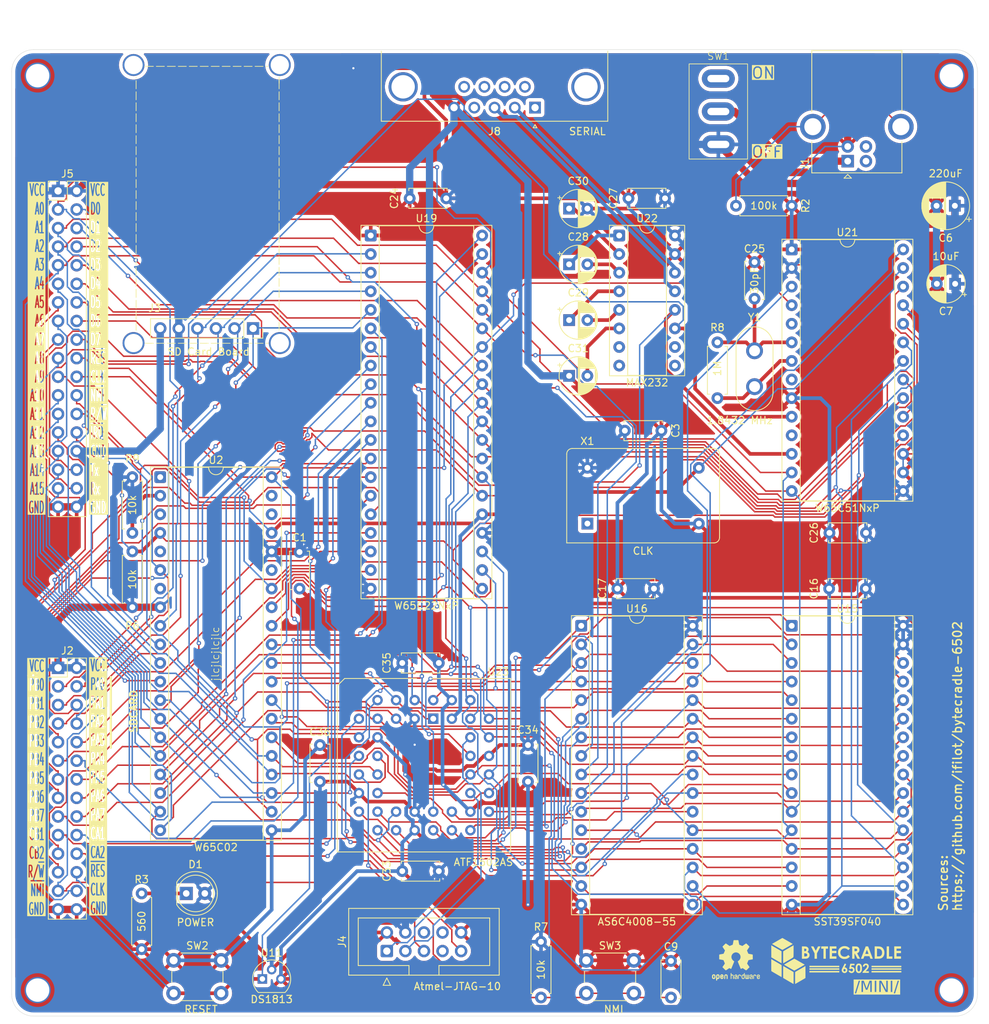
<source format=kicad_pcb>
(kicad_pcb (version 20241229) (generator "pcbnew") (generator_version "9.0")
  (layers (0 "F.Cu" signal) (2 "B.Cu" signal) (13 "F.Paste" user) (15 "B.Paste" user) (5 "F.SilkS" user "F.Silkscreen") (7 "B.SilkS" user "B.Silkscreen") (1 "F.Mask" user) (3 "B.Mask" user) (25 "Edge.Cuts" user))
  (net 0 "")
  (net 1 "GND")
  (net 2 "VCC")
  (net 3 "Net-(D1-K)")
  (net 4 "RxD1")
  (net 5 "TxD1")
  (net 6 "~{IRQ}")
  (net 7 "~{RES}")
  (net 8 "~{NMI}")
  (net 9 "D2")
  (net 10 "D1")
  (net 11 "A5")
  (net 12 "A12")
  (net 13 "D7")
  (net 14 "A15")
  (net 15 "A0")
  (net 16 "D6")
  (net 17 "A2")
  (net 18 "A4")
  (net 19 "A13")
  (net 20 "A1")
  (net 21 "A11")
  (net 22 "CLK")
  (net 23 "D0")
  (net 24 "A8")
  (net 25 "A14")
  (net 26 "D3")
  (net 27 "A7")
  (net 28 "D5")
  (net 29 "A6")
  (net 30 "A10")
  (net 31 "A3")
  (net 32 "R{slash}~{W}")
  (net 33 "D4")
  (net 34 "A9")
  (net 36 "CA1")
  (net 37 "PB4")
  (net 38 "CA2")
  (net 39 "PB0")
  (net 40 "PA4")
  (net 41 "PA5")
  (net 42 "PB6")
  (net 43 "CB2")
  (net 44 "PA7")
  (net 45 "PA6")
  (net 46 "CB1")
  (net 47 "PA2")
  (net 48 "PB5")
  (net 49 "PB7")
  (net 50 "PB3")
  (net 51 "PB1")
  (net 52 "MOSI")
  (net 53 "PA3")
  (net 54 "MISO")
  (net 55 "PB2")
  (net 59 "TMS")
  (net 60 "TCK")
  (net 61 "TDI")
  (net 62 "TDO")
  (net 63 "B1")
  (net 64 "Net-(U21-XTAL1)")
  (net 65 "Net-(J1-Shield)")
  (net 67 "VIN")
  (net 69 "Net-(U2-RDY)")
  (net 70 "Net-(U21-XTAL2)")
  (net 71 "B0")
  (net 72 "B5")
  (net 73 "B2")
  (net 74 "B3")
  (net 82 "B4")
  (net 83 "~{ROM_CS}")
  (net 85 "~{RAM_OE}")
  (net 86 "~{RAM_CS}")
  (net 87 "~{VIA_CS}")
  (net 88 "~{UART_CS}")
  (net 92 "Net-(U22-C1-)")
  (net 93 "Net-(U22-C1+)")
  (net 94 "Net-(U22-C2-)")
  (net 95 "Net-(U22-C2+)")
  (net 96 "Net-(U22-VS+)")
  (net 97 "Net-(U22-VS-)")
  (net 98 "Net-(U22-R1IN)")
  (net 103 "Net-(U22-T1OUT)")
  (footprint "Capacitor_THT:CP_Radial_D5.0mm_P2.50mm" (layer "F.Cu") (at 256.032 57.404 180)
    (property "Reference" "C7")
    (property "Value" "10uF")
  )
  (footprint "MountingHole:MountingHole_3.2mm_M3_DIN965_Pad_TopOnly" (layer "F.Cu") (at 130.556 28.956)
    (property "Reference" "H1")
    (property "Value" "MountingHole")
  )
  (footprint "components:power_switch" (layer "F.Cu") (at 223.647 33.854 90)
    (property "Reference" "SW1")
    (property "Value" "SW_SPDT")
  )
  (footprint "Resistor_THT:R_Axial_DIN0207_L6.3mm_D2.5mm_P7.62mm_Horizontal" (layer "F.Cu") (at 199.39 154.94 90)
    (property "Reference" "R7")
    (property "Value" "10k")
  )
  (footprint "Capacitor_THT:CP_Radial_D5.0mm_P2.50mm" (layer "F.Cu") (at 203.24 62.36)
    (property "Reference" "C29")
    (property "Value" "10uF")
  )
  (footprint "Capacitor_THT:C_Disc_D5.0mm_W2.5mm_P5.00mm" (layer "F.Cu") (at 186.436 45.72 180)
    (property "Reference" "C24")
    (property "Value" "100nF")
  )
  (footprint "Connector_PinHeader_2.54mm:PinHeader_2x18_P2.54mm_Vertical" (layer "F.Cu") (at 133.35 44.704)
    (property "Reference" "J5")
    (property "Value" "Conn_02x18_Odd_Even")
  )
  (footprint "sdcard-holder:sdcard-socket" (layer "F.Cu") (at 160.02 63.5 -90)
    (property "Reference" "J3")
    (property "Value" "SD Card Board")
  )
  (footprint "Capacitor_THT:C_Disc_D5.0mm_W2.5mm_P5.00mm" (layer "F.Cu") (at 197.612 120.436 -90)
    (property "Reference" "C34")
    (property "Value" "100nF")
  )
  (footprint "Capacitor_THT:C_Disc_D5.0mm_W2.5mm_P5.00mm" (layer "F.Cu") (at 185.42 137.668 180)
    (property "Reference" "C33")
    (property "Value" "100nF")
  )
  (footprint "Package_DIP:DIP-32_W15.24mm_Socket" (layer "F.Cu") (at 204.8933 104.14)
    (property "Reference" "U16")
    (property "Value" "AS6C4008-55")
  )
  (footprint "Resistor_THT:R_Axial_DIN0207_L6.3mm_D2.5mm_P7.62mm_Horizontal" (layer "F.Cu") (at 143.51 91.44 90)
    (property "Reference" "R9")
    (property "Value" "10k")
  )
  (footprint "MountingHole:MountingHole_3.2mm_M3_DIN965_Pad_TopOnly" (layer "F.Cu") (at 255.524 28.956)
    (property "Reference" "H2")
    (property "Value" "MountingHole")
  )
  (footprint "Capacitor_THT:CP_Radial_D6.3mm_P2.50mm" (layer "F.Cu") (at 255.992 46.736 180)
    (property "Reference" "C6")
    (property "Value" "220uF")
  )
  (footprint "Package_DIP:DIP-16_W7.62mm_Socket" (layer "F.Cu") (at 210.09 50.8)
    (property "Reference" "U22")
    (property "Value" "MAX232")
  )
  (footprint "Capacitor_THT:C_Disc_D5.0mm_W2.5mm_P5.00mm" (layer "F.Cu") (at 166.37 94.06 -90)
    (property "Reference" "C1")
    (property "Value" "100nF")
  )
  (footprint "Connector_PinHeader_2.54mm:PinHeader_2x14_P2.54mm_Vertical" (layer "F.Cu") (at 133.35 109.8804)
    (property "Reference" "J2")
    (property "Value" "Conn_02x14_Odd_Even")
  )
  (footprint "Capacitor_THT:C_Disc_D5.0mm_W2.5mm_P5.00mm" (layer "F.Cu") (at 214.844 99.06 180)
    (property "Reference" "C17")
    (property "Value" "100nF")
  )
  (footprint "LED_THT:LED_D5.0mm" (layer "F.Cu") (at 150.876 140.716)
    (property "Reference" "D1")
    (property "Value" "POWER")
  )
  (footprint "Button_Switch_THT:SW_PUSH_6mm" (layer "F.Cu") (at 149.15 149.86)
    (property "Reference" "SW2")
    (property "Value" "RESET")
  )
  (footprint "Package_DIP:DIP-40_W15.24mm_Socket" (layer "F.Cu") (at 176.1067 50.8)
    (property "Reference" "U19")
    (property "Value" "W65C22NxP")
  )
  (footprint "Resistor_THT:R_Axial_DIN0207_L6.3mm_D2.5mm_P7.62mm_Horizontal" (layer "F.Cu") (at 144.78 148.336 90)
    (property "Reference" "R3")
    (property "Value" "560")
  )
  (footprint "MountingHole:MountingHole_3.2mm_M3_DIN965_Pad_TopOnly" (layer "F.Cu") (at 130.556 153.924)
    (property "Reference" "H4")
    (property "Value" "MountingHole" (hide yes))
  )
  (footprint "Button_Switch_THT:SW_PUSH_6mm" (layer "F.Cu") (at 205.59 149.86)
    (property "Reference" "SW3")
    (property "Value" "NMI")
  )
  (footprint "Capacitor_THT:C_Disc_D5.0mm_W2.5mm_P5.00mm" (layer "F.Cu") (at 169.164 125.436 90)
    (property "Reference" "C36")
    (property "Value" "100nF")
  )
  (footprint "Package_DIP:DIP-40_W15.24mm_Socket" (layer "F.Cu") (at 147.32 83.82)
    (property "Reference" "U2")
    (property "Value" "W65C02")
  )
  (footprint "Capacitor_THT:C_Disc_D5.0mm_W2.5mm_P5.00mm" (layer "F.Cu") (at 243.8 99.06 180)
    (property "Reference" "C16")
    (property "Value" "100nF")
  )
  (footprint "Oscillator:Oscillator_DIP-14" (layer "F.Cu") (at 205.74 90.17)
    (property "Reference" "X1")
    (property "Value" "CLK")
  )
  (footprint "Capacitor_THT:C_Disc_D5.0mm_W2.5mm_P5.00mm" (layer "F.Cu") (at 210.86 77.47)
    (property "Reference" "C3")
    (property "Value" "100nF")
  )
  (footprint "Connector_Dsub:DSUB-9_Pins_Horizontal_P2.77x2.84mm_EdgePinOffset4.94mm_Housed_MountingHolesOffset4.94mm" (layer "F.Cu") (at 198.58 33.32 180)
    (property "Reference" "J8")
    (property "Value" "SERIAL")
  )
  (footprint "Resistor_THT:R_Axial_DIN0207_L6.3mm_D2.5mm_P7.62mm_Horizontal" (layer "F.Cu") (at 233.68 46.736 180)
    (property "Reference" "R2")
    (property "Value" "100k")
  )
  (footprint "Package_DIP:DIP-28_W15.24mm_Socket" (layer "F.Cu") (at 233.68 52.705)
    (property "Reference" "U21")
    (property "Value" "W65C51NxP")
  )
  (footprint "components:bytecradle-logo" (layer "F.Cu") (at 239.776 149.86)
    (property "Reference" "G001")
    (property "Value" "LOGO" (hide yes))
  )
  (footprint "Capacitor_THT:C_Disc_D5.0mm_W2.5mm_P5.00mm" (layer "F.Cu") (at 180.42 109.22)
    (property "Reference" "C35")
    (property "Value" "100nF")
  )
  (footprint "Package_TO_SOT_THT:TO-92" (layer "F.Cu") (at 161.29 152.4)
    (property "Reference" "U11")
    (property "Value" "DS1813")
  )
  (footprint "Capacitor_THT:CP_Radial_D5.0mm_P2.50mm" (layer "F.Cu") (at 203.24 69.98)
    (property "Reference" "C31")
    (property "Value" "10uF")
  )
  (footprint "Connector_IDC:IDC-Header_2x05_P2.54mm_Vertical" (layer "F.Cu") (at 178.308 148.59 90)
    (property "Reference" "J4")
    (property "Value" "Atmel-JTAG-10")
  )
  (footprint "Package_LCC:PLCC-44_THT-Socket" (layer "F.Cu") (at 184.658 116.84)
    (property "Reference" "U23")
    (property "Value" "ATF1502AS")
  )
  (footprint "Capacitor_THT:CP_Radial_D5.0mm_P2.50mm" (layer "F.Cu") (at 203.24 47.12)
    (property "Reference" "C30")
    (property "Value" "10uF")
  )
  (footprint "Connector_USB:USB_B_OST_USB-B1HSxx_Horizontal" (layer "F.Cu") (at 241.34 40.64 90)
    (property "Reference" "J1")
    (property "Value" "USB_B")
  )
  (footprint "Capacitor_THT:C_Disc_D5.0mm_W2.5mm_P5.00mm" (layer "F.Cu") (at 216.36 45.72 180)
    (property "Reference" "C27")
    (property "Value" "100nF")
  )
  (footprint "Crystal:Crystal_HC50_Vertical" (layer "F.Cu") (at 228.6 71.455 90)
    (property "Reference" "Y1")
    (property "Value" "1.8432 MHz")
  )
  (footprint "Capacitor_THT:C_Disc_D5.0mm_W2.5mm_P5.00mm" (layer "F.Cu") (at 217.17 154.94 90)
    (property "Reference" "C9")
    (property "Value" "100nF")
  )
  (footprint "Capacitor_THT:CP_Radial_D5.0mm_P2.50mm" (layer "F.Cu") (at 203.24 54.74)
    (property "Reference" "C28")
    (property "Value" "10uF")
  )
  (footprint "Resistor_THT:R_Axial_DIN0207_L6.3mm_D2.5mm_P7.62mm_Horizontal" (layer "F.Cu") (at 223.52 65.405 -90)
    (property "Reference" "R8")
    (property "Value" "1M")
  )
  (footprint "Symbol:OSHW-Logo2_7.3x6mm_SilkScreen" (layer "F.Cu") (at 226.06 149.86)
    (property "Reference" "G002" (hide yes))
    (property "Value" "OSHW-Logo2_7.3x6mm_SilkScreen" (hide yes))
  )
  (footprint "MountingHole:MountingHole_3.2mm_M3_DIN965_Pad_TopOnly" (layer "F.Cu") (at 255.524 153.924)
    (property "Reference" "H3")
    (property "Value" "MountingHole")
  )
  (footprint "Capacitor_THT:C_Disc_D5.0mm_W2.5mm_P5.00mm" (layer "F.Cu") (at 243.84 91.44 180)
    (property "Reference" "C26")
    (property "Value" "100nF")
  )
  (footprint "Package_DIP:DIP-32_W15.24mm_Socket" (layer "F.Cu") (at 233.68 104.14)
    (property "Reference" "U15")
    (property "Value" "SST39SF040")
  )
  (footprint "Resistor_THT:R_Axial_DIN0207_L6.3mm_D2.5mm_P7.62mm_Horizontal" (layer "F.Cu") (at 143.51 93.98 -90)
    (property "Reference" "R6")
    (property "Value" "10k")
  )
  (footprint "Capacitor_THT:C_Disc_D5.0mm_W2.5mm_P5.00mm" (layer "F.Cu") (at 228.6 54.436 -90)
    (property "Reference" "C25")
    (property "Value" "30pF")
  )
  (gr_line (start 140.5636 120.8024) (end 140.5636 111.1504) (stroke (width 0.3)) (layer "F.SilkS"))
  (gr_arc (start 259.08 154.48) (mid 258.20132 156.60132) (end 256.08 157.48) (stroke (width 0.05)) (layer "Edge.Cuts"))
  (gr_line (start 127 154.48) (end 127 28.4) (stroke (width 0.05)) (layer "Edge.Cuts"))
  (gr_line (start 256.08 157.48) (end 130 157.48) (stroke (width 0.05)) (layer "Edge.Cuts"))
  (gr_arc (start 256.08 25.4) (mid 258.20132 26.27868) (end 259.08 28.4) (stroke (width 0.05)) (layer "Edge.Cuts"))
  (gr_line (start 130 25.4) (end 256.08 25.4) (stroke (width 0.05)) (layer "Edge.Cuts"))
  (gr_arc (start 127 28.4) (mid 127.87868 26.27868) (end 130 25.4) (stroke (width 0.05)) (layer "Edge.Cuts"))
  (gr_arc (start 130 157.48) (mid 127.87868 156.60132) (end 127 154.48) (stroke (width 0.05)) (layer "Edge.Cuts"))
  (gr_line (start 259.08 28.4) (end 259.08 154.48) (stroke (width 0.05)) (layer "Edge.Cuts"))
  (gr_text "SDCARD" (at 144.272 118.872 90) (layer "F.SilkS") (effects (font (size 1 1) (thickness 0.2) (bold yes)) (justify left bottom)))
  (gr_text "jlcjlcjlcjlc" (at 155.448 111.76 90) (layer "F.SilkS") (effects (font (size 1 1) (thickness 0.1)) (justify left bottom)))
  (gr_text "VCC\nPA0\nPA1\nPA2\nPA3\nPA4\nPA5\nPA6\nPA7\nCA1\nCA2\n~{RES}\nCLK\nGND" (at 137.668 143.6692 0) (layer "F.SilkS" knockout) (effects (font (size 1.585 0.7) (thickness 0.175) (bold yes)) (justify left bottom)))
  (gr_text "OFF" (at 228.092 40.259 0) (layer "F.SilkS" knockout) (effects (font (size 1.5 1.5) (thickness 0.2)) (justify left bottom)))
  (gr_text "VCC\nA0\nA1\nA2\nA3\nA4\nA5\nA6\nA7\nA8\nA9\nA10\nA11\nA12\nA13\nA14\nA15\nGND" (at 131.572 88.9 0) (layer "F.SilkS" knockout) (effects (font (size 1.585 0.7) (thickness 0.175) (bold yes)) (justify right bottom)))
  (gr_text "VCC\nPB0\nPB1\nPB2\nPB3\nPB4\nPB5\nPB6\nPB7\nCB1\nCB2\nR/~{W}\n~{NMI}\nGND" (at 131.572 143.764 0) (layer "F.SilkS" knockout) (effects (font (size 1.585 0.7) (thickness 0.175) (bold yes)) (justify right bottom)))
  (gr_text "Sources:\nhttps://github.com/ifilot/bytecradle-6502" (at 257.048 143.256 90) (layer "F.SilkS") (effects (font (size 1.2 1.2) (thickness 0.2) (bold yes)) (justify left bottom)))
  (gr_text "ON" (at 228.092 29.464 0) (layer "F.SilkS" knockout) (effects (font (size 1.5 1.5) (thickness 0.2)) (justify left bottom)))
  (gr_text "/MINI/" (at 242.316 154.432 0) (layer "F.SilkS" knockout) (effects (font (size 1.5 1.5) (thickness 0.1)) (justify left bottom)))
  (gr_text "VCC\nD0\nD1\nD2\nD3\nD4\nD5\nD6\nD7\n~{RES}\nCLK\n~{NMI}\nR/~{W}\n~{IRQ}\nGND\nTx\nRx\nGND" (at 137.668 88.9 0) (layer "F.SilkS" knockout) (effects (font (size 1.585 0.7) (thickness 0.175) (bold yes)) (justify left bottom)))
  (segment (start 184.404 26.401) (end 172.227 26.401) (width 1) (layer "F.Cu") (net 1))
  (segment (start 212.932 149.94) (end 217.17 149.94) (width 0.5) (layer "F.Cu") (net 1))
  (segment (start 186.055 125.857) (end 184.658 124.46) (width 0.5) (layer "F.Cu") (net 1))
  (segment (start 253.492 35.052) (end 244.841 26.401) (width 1) (layer "F.Cu") (net 1))
  (segment (start 181.436 45.72) (end 181.436 49.704) (width 0.5) (layer "F.Cu") (net 1))
  (segment (start 171.45 104.14) (end 181.864 104.14) (width 0.5) (layer "F.Cu") (net 1))
  (segment (start 244.841 26.401) (end 210.312 26.401) (width 1) (layer "F.Cu") (net 1))
  (segment (start 253.492 44.196) (end 253.492 46.736) (width 1) (layer "F.Cu") (net 1))
  (segment (start 175.876 120.542) (end 177.038 119.38) (width 0.5) (layer "F.Cu") (net 1))
  (segment (start 250.952 148.844) (end 257.556 142.24) (width 1) (layer "F.Cu") (net 1))
  (segment (start 128.016 141.224) (end 129.692 142.9) (width 1) (layer "F.Cu") (net 1))
  (segment (start 233.68 52.705) (end 230.331 52.705) (width 0.5) (layer "F.Cu") (net 1))
  (segment (start 211.36 45.72) (end 211.36 27.449) (width 0.5) (layer "F.Cu") (net 1))
  (segment (start 214.376 73.66) (end 215.9 75.184) (width 0.5) (layer "F.Cu") (net 1))
  (segment (start 206.92 73.66) (end 214.376 73.66) (width 0.5) (layer "F.Cu") (net 1))
  (segment (start 211.095 97.809) (end 237.549 97.809) (width 0.5) (layer "F.Cu") (net 1))
  (segment (start 257.556 64.516) (end 253.532 60.492) (width 1) (layer "F.Cu") (net 1))
  (segment (start 211.36 27.449) (end 210.312 26.401) (width 0.5) (layer "F.Cu") (net 1))
  (segment (start 241.34 37.044) (end 241.808 36.576) (width 1) (layer "F.Cu") (net 1))
  (segment (start 135.636 150.876) (end 135.636 155.956) (width 1) (layer "F.Cu") (net 1))
  (segment (start 215.86 75.224) (end 215.86 77.47) (width 0.5) (layer "F.Cu") (net 1))
  (segment (start 184.404 30.224) (end 187.5 33.32) (width 1) (layer "F.Cu") (net 1))
  (segment (start 250.952 152.4) (end 250.952 148.844) (width 1) (layer "F.Cu") (net 1))
  (segment (start 230.331 52.705) (end 228.6 54.436) (width 0.5) (layer "F.Cu") (net 1))
  (segment (start 210.312 26.401) (end 184.404 26.401) (width 1) (layer "F.Cu") (net 1))
  (segment (start 128.016 86.36) (end 129.54 87.884) (width 1) (layer "F.Cu") (net 1))
  (segment (start 144.78 148.336) (end 147.626 148.336) (width 0.5) (layer "F.Cu") (net 1))
  (segment (start 129.54 148.336) (end 133.096 148.336) (width 1) (layer "F.Cu") (net 1))
  (segment (start 209.844 99.06) (end 211.095 97.809) (width 0.5) (layer "F.Cu") (net 1))
  (segment (start 184.658 124.46) (end 180.848 124.46) (width 0.5) (layer "F.Cu") (net 1))
  (segment (start 128.016 40.132) (end 128.016 86.36) (width 1) (layer "F.Cu") (net 1))
  (segment (start 181.436 49.704) (end 180.34 50.8) (width 0.5) (layer "F.Cu") (net 1))
  (segment (start 257.048 99.06) (end 257.556 99.568) (width 0.5) (layer "F.Cu") (net 1))
  (segment (start 133.35 87.884) (end 135.89 87.884) (width 1) (layer "F.Cu") (net 1))
  (segment (start 250.952 42.672) (end 251.968 42.672) (width 1) (layer "F.Cu") (net 1))
  (segment (start 190.9 128.378) (end 189.738 129.54) (width 0.5) (layer "F.Cu") (net 1))
  (segment (start 129.692 142.9) (end 135.89 142.9) (width 1) (layer "F.Cu") (net 1))
  (segment (start 244.856 36.576) (end 250.952 42.672) (width 1) (layer "F.Cu") (net 1))
  (segment (start 128.016 86.36) (end 128.016 141.224) (width 1) (layer "F.Cu") (net 1))
  (segment (start 257.556 80.645) (end 257.556 64.516) (width 1) (layer "F.Cu") (net 1))
  (segment (start 248.92 80.645) (end 257.556 80.645) (width 0.2) (layer "F.Cu") (net 1))
  (segment (start 241.34 38.64) (end 241.34 37.044) (width 1) (layer "F.Cu") (net 1))
  (segment (start 166.37 99.06) (end 171.45 104.14) (width 0.5) (layer "F.Cu") (net 1))
  (segment (start 232.156 156.464) (end 233.68 154.94) (width 1) (layer "F.Cu") (net 1))
  (segment (start 181.864 104.14) (end 185.42 107.696) (width 0.5) (layer "F.Cu") (net 1))
  (segment (start 253.532 60.492) (end 253.532 57.404) (width 1) (layer "F.Cu") (net 1))
  (segment (start 136.144 156.464) (end 232.156 156.464) (width 1) (layer "F.Cu") (net 1))
  (segment (start 257.556 142.24) (end 257.556 99.568) (width 1) (layer "F.Cu") (net 1))
  (segment (start 232.156 156.464) (end 246.888 156.464) (width 1) (layer "F.Cu") (net 1))
  (segment (start 167.64 30.988) (end 137.16 30.988) (width 1) (layer "F.Cu") (net 1))
  (segment (start 184.404 26.401) (end 184.404 30.224) (width 1) (layer "F.Cu") (net 1))
  (segment (start 169.164 120.436) (end 169.27 120.542) (width 0.5) (layer "F.Cu") (net 1))
  (segment (start 135.636 155.956) (end 136.144 156.464) (width 1) (layer "F.Cu") (net 1))
  (segment (start 197.612 125.436) (end 194.67 128.378) (width 0.5) (layer "F.Cu") (net 1))
  (segment (start 212.852 149.86) (end 212.932 149.94) (width 0.5) (layer "F.Cu") (net 1))
  (segment (start 172.227 26.401) (end 167.64 30.988) (width 1) (layer "F.Cu") (net 1))
  (segment (start 192.278 142.24) (end 197.612 142.24) (width 0.5) (layer "F.Cu") (net 1))
  (segment (start 144.78 148.336) (end 138.176 148.336) (width 0.5) (layer "F.Cu") (net 1))
  (segment (start 257.556 99.568) (end 257.556 80.645) (width 1) (layer "F.Cu") (net 1))
  (segment (start 197.612 142.24) (end 204.893 142.24) (width 0.5) (layer "F.Cu") (net 1))
  (segment (start 212.09 149.86) (end 212.852 149.86) (width 0.5) (layer "F.Cu") (net 1))
  (segment (start 180.34 50.8) (end 176.107 50.8) (width 0.5) (layer "F.Cu") (net 1))
  (segment (start 188.468 146.05) (end 192.278 142.24) (width 0.5) (layer "F.Cu") (net 1))
  (segment (start 167.64 152.4) (end 173.99 146.05) (width 0.5) (layer "F.Cu") (net 1))
  (segment (start 185.42 107.696) (end 185.42 109.22) (width 0.5) (layer "F.Cu") (net 1))
  (segment (start 128.016 146.812) (end 129.54 148.336) (width 1) (layer "F.Cu") (net 1))
  (segment (start 133.096 148.336) (end 135.636 150.876) (width 1) (layer "F.Cu") (net 1))
  (segment (start 215.9 75.184) (end 215.86 75.224) (width 0.5) (layer "F.Cu") (net 1))
  (segment (start 253.492 44.196) (end 253.492 35.052) (width 1) (layer "F.Cu") (net 1))
  (segment (start 147.626 148.336) (end 149.15 149.86) (width 0.5) (layer "F.Cu") (net 1))
  (segment (start 251.968 42.672) (end 253.492 44.196) (width 1) (layer "F.Cu") (net 1))
  (segment (start 203.24 69.98) (end 206.92 73.66) (width 0.5) (layer "F.Cu") (net 1))
  (segment (start 138.176 148.336) (end 135.636 150.876) (width 0.5) (layer "F.Cu") (net 1))
  (segment (start 163.83 152.4) (end 167.64 152.4) (width 0.5) (layer "F.Cu") (net 1))
  (segment (start 137.16 30.988) (end 128.016 40.132) (width 1) (layer "F.Cu") (net 1))
  (segment (start 241.808 36.576) (end 244.856 36.576) (width 1) (layer "F.Cu") (net 1))
  (segment (start 169.27 120.542) (end 175.876 120.542) (width 0.5) (layer "F.Cu") (net 1))
  (segment (start 233.68 154.94) (end 233.68 142.24) (width 1) (layer "F.Cu") (net 1))
  (segment (start 246.888 156.464) (end 250.952 152.4) (width 1) (layer "F.Cu") (net 1))
  (segment (start 237.549 97.809) (end 238.8 99.06) (width 0.5) (layer "F.Cu") (net 1))
  (segment (start 173.99 146.05) (end 178.308 146.05) (width 0.5) (layer "F.Cu") (net 1))
  (segment (start 205.59 149.86) (end 212.09 149.86) (width 0.5) (layer "F.Cu") (net 1))
  (segment (start 129.54 87.884) (end 133.35 87.884) (width 1) (layer "F.Cu") (net 1))
  (segment (start 194.67 128.378) (end 190.9 128.378) (width 0.5) (layer "F.Cu") (net 1))
  (segment (start 128.016 141.224) (end 128.016 146.812) (width 1) (layer "F.Cu") (net 1))
  (via (at 180.848 124.46) (size 0.6) (drill 0.3) (layers "F.Cu" "B.Cu") (net 1))
  (via (at 186.055 125.857) (size 0.6) (drill 0.3) (layers "F.Cu" "B.Cu") (net 1))
  (via (at 197.612 142.24) (size 0.6) (drill 0.3) (layers "F.Cu" "B.Cu") (net 1))
  (segment (start 185.928 125.73) (end 185.928 115.57) (width 0.5) (layer "B.Cu") (net 1))
  (segment (start 181.417 125.029) (end 180.848 124.46) (width 0.5) (layer "B.Cu") (net 1))
  (segment (start 253.492 57.364) (end 253.532 57.404) (width 1) (layer "B.Cu") (net 1))
  (segment (start 186.055 125.857) (end 189.738 129.54) (width 0.5) (layer "B.Cu") (net 1))
  (segment (start 209.844 87.336) (end 213.868 83.312) (width 0.5) (layer "B.Cu") (net 1))
  (segment (start 162.56 142.95) (end 155.65 149.86) (width 0.5) (layer "B.Cu") (net 1))
  (segment (start 185.928 115.57) (end 187.198 114.3) (width 0.5) (layer "B.Cu") (net 1))
  (segment (start 147.32 63.5) (end 147.32 77.216) (width 1) (layer "B.Cu") (net 1))
  (segment (start 181.864 131.826) (end 181.864 130.702) (width 0.5) (layer "B.Cu") (net 1))
  (segment (start 253.492 46.736) (end 253.492 57.364) (width 1) (layer "B.Cu") (net 1))
  (segment (start 215.86 77.47) (end 215.86 88.352) (width 0.5) (layer "B.Cu") (net 1))
  (segment (start 204.893 142.24) (end 204.893 149.163) (width 0.5) (layer "B.Cu") (net 1))
  (segment (start 181.864 130.702) (end 181.637 130.702) (width 0.5) (layer "B.Cu") (net 1))
  (segment (start 135.89 80.264) (end 137.441 81.815) (width 1) (layer "B.Cu") (net 1))
  (segment (start 180.42 137.668) (end 180.42 133.778) (width 0.5) (layer "B.Cu") (net 1))
  (segment (start 147.32 77.216) (end 144.272 80.264) (width 1) (layer "B.Cu") (net 1))
  (segment (start 248.92 80.645) (end 248.92 83.185) (width 0.2) (layer "B.Cu") (net 1))
  (segment (start 197.612 125.436) (end 197.612 142.24) (width 0.5) (layer "B.Cu") (net 1))
  (segment (start 180.956 129.059) (end 181.417 128.597) (width 0.5) (layer "B.Cu") (net 1))
  (segment (start 155.65 149.86) (end 149.15 149.86) (width 0.5) (layer "B.Cu") (net 1))
  (segment (start 163.83 148.082) (end 174.244 137.668) (width 0.5) (layer "B.Cu") (net 1))
  (segment (start 213.868 79.248) (end 214.082 79.248) (width 0.5) (layer "B.Cu") (net 1))
  (segment (start 215.86 88.352) (end 217.678 90.17) (width 0.5) (layer "B.Cu") (net 1))
  (segment (start 169.164 120.436) (end 167.132 122.468) (width 0.5) (layer "B.Cu") (net 1))
  (segment (start 213.868 83.312) (end 213.868 79.248) (width 0.5) (layer "B.Cu") (net 1))
  (segment (start 211.36 45.72) (end 211.36 46.99) (width 0.5) (layer "B.Cu") (net 1))
  (segment (start 162.56 132.08) (end 162.56 142.95) (width 0.5) (layer "B.Cu") (net 1))
  (segment (start 209.844 99.06) (end 209.844 87.336) (width 0.5) (layer "B.Cu") (net 1))
  (segment (start 238.8 99.06) (end 238.8 91.48) (width 0.5) (layer "B.Cu") (net 1))
  (segment (start 187.5 33.32) (end 187.5 35.512) (width 1) (layer "B.Cu") (net 1))
  (segment (start 167.132 122.468) (end 167.132 130.048) (width 0.5) (layer "B.Cu") (net 1))
  (segment (start 180.848 124.46) (end 180.848 123.19) (width 0.5) (layer "B.Cu") (net 1))
  (segment (start 238.22 38.64) (end 241.34 38.64) (width 0.2) (layer "B.Cu") (net 1))
  (segment (start 137.441 81.815) (end 137.441 86.333) (width 1) (layer "B.Cu") (net 1))
  (segment (start 238.84 74.248) (end 237.617 73.025) (width 0.5) (layer "B.Cu") (net 1))
  (segment (start 182.118 132.08) (end 181.864 131.826) (width 0.5) (layer "B.Cu") (net 1))
  (segment (start 204.893 149.163) (end 205.59 149.86) (width 0.5) (layer "B.Cu") (net 1))
  (segment (start 181.417 128.597) (end 181.417 125.029) (width 0.5) (layer "B.Cu") (net 1))
  (segment (start 180.42 133.778) (end 182.118 132.08) (width 0.5) (layer "B.Cu") (net 1))
  (segment (start 165.1 132.08) (end 162.56 132.08) (width 0.5) (layer "B.Cu") (net 1))
  (segment (start 144.272 80.264) (end 135.89 80.264) (width 1) (layer "B.Cu") (net 1))
  (segment (start 167.132 130.048) (end 165.1 132.08) (width 0.5) (layer "B.Cu") (net 1))
  (segment (start 187.5 33.32) (end 197.612 43.432) (width 1) (layer "B.Cu") (net 1))
  (segment (start 147.32 63.355) (end 147.32 63.5) (width 1) (layer "B.Cu") (net 1))
  (segment (start 181.436 41.576) (end 181.436 45.72) (width 1) (layer "B.Cu") (net 1))
  (segment (start 237.617 73.025) (end 233.68 73.025) (width 0.5) (layer "B.Cu") (net 1))
  (segment (start 238.8 91.48) (end 238.84 91.44) (width 0.5) (layer "B.Cu") (net 1))
  (segment (start 180.956 130.021) (end 180.956 129.059) (width 0.5) (layer "B.Cu") (net 1))
  (segment (start 137.441 86.333) (end 135.89 87.884) (width 1) (layer "B.Cu") (net 1))
  (segment (start 184.15 38.862) (end 184.15 107.95) (width 1) (layer "B.Cu") (net 1))
  (segment (start 233.68 43.18) (end 238.22 38.64) (width 0.2) (layer "B.Cu") (net 1))
  (segment (start 199.52 69.98) (end 203.24 69.98) (width 1) (layer "B.Cu") (net 1))
  (segment (start 184.15 107.95) (end 185.42 109.22) (width 1) (layer "B.Cu") (net 1))
  (segment (start 238.84 91.44) (end 238.84 74.248) (width 0.5) (layer "B.Cu") (net 1))
  (segment (start 186.055 125.857) (end 185.928 125.73) (width 0.5) (layer "B.Cu") (net 1))
  (segment (start 187.5 35.512) (end 184.15 38.862) (width 1) (layer "B.Cu") (net 1))
  (segment (start 185.42 112.522) (end 187.198 114.3) (width 0.5) (layer "B.Cu") (net 1))
  (segment (start 163.83 152.4) (end 163.83 148.082) (width 0.5) (layer "B.Cu") (net 1))
  (segment (start 233.68 52.705) (end 233.68 46.736) (width 0.5) (layer "B.Cu") (net 1))
  (segment (start 197.612 43.432) (end 197.612 68.072) (width 1) (layer "B.Cu") (net 1))
  (segment (start 180.848 123.19) (end 177.038 119.38) (width 0.5) (layer "B.Cu") (net 1))
  (segment (start 181.637 130.702) (end 180.956 130.021) (width 0.5) (layer "B.Cu") (net 1))
  (segment (start 185.42 109.22) (end 185.42 112.522) (width 0.5) (layer "B.Cu") (net 1))
  (segment (start 184.15 38.862) (end 181.436 41.576) (width 1) (layer "B.Cu") (net 1))
  (segment (start 238.8 99.06) (end 238.8 140.676) (width 0.5) (layer "B.Cu") (net 1))
  (segment (start 174.244 137.668) (end 180.42 137.668) (width 0.5) (layer "B.Cu") (net 1))
  (segment (start 217.678 90.17) (end 220.98 90.17) (width 0.5) (layer "B.Cu") (net 1))
  (segment (start 238.8 140.676) (end 237.236 142.24) (width 0.5) (layer "B.Cu") (net 1))
  (segment (start 211.36 46.99) (end 217.71 53.34) (width 0.5) (layer "B.Cu") (net 1))
  (segment (start 197.612 68.072) (end 199.52 69.98) (width 1) (layer "B.Cu") (net 1))
  (segment (start 214.082 79.248) (end 215.86 77.47) (width 0.5) (layer "B.Cu") (net 1))
  (segment (start 233.68 46.736) (end 233.68 43.18) (width 0.2) (layer "B.Cu") (net 1))
  (segment (start 237.236 142.24) (end 233.68 142.24) (width 0.5) (layer "B.Cu") (net 1))
  (segment (start 216.095 100.311) (end 242.549 100.311) (width 0.5) (layer "F.Cu") (net 2))
  (segment (start 189.257 123.298) (end 188.602 123.952) (width 0.5) (layer "F.Cu") (net 2))
  (segment (start 172.934 125.436) (end 174.498 127) (width 0.5) (layer "F.Cu") (net 2))
  (segment (start 182.118 122.682) (end 182.118 120.396) (width 0.5) (layer "F.Cu") (net 2))
  (segment (start 234.12 54.8049) (end 234.781 54.8049) (width 0.2) (layer "F.Cu") (net 2))
  (segment (start 180.74 128.162) (end 182.118 129.54) (width 0.5) (layer "F.Cu") (net 2))
  (segment (start 135.128 101.6) (end 143.51 101.6) (width 1) (layer "F.Cu") (net 2))
  (segment (start 255.992 48.3) (end 255.992 46.736) (width 1) (layer "F.Cu") (net 2))
  (segment (start 192.278 121.92) (end 191.597 121.92) (width 0.5) (layer "F.Cu") (net 2))
  (segment (start 179.547 144.749) (end 180.848 146.05) (width 0.5) (layer "F.Cu") (net 2))
  (segment (start 245.872 49.276) (end 255.016 49.276) (width 1) (layer "F.Cu") (net 2))
  (segment (start 162.56 149.86) (end 162.56 151.13) (width 0.5) (layer "F.Cu") (net 2))
  (segment (start 197.612 120.436) (end 193.762 120.436) (width 0.5) (layer "F.Cu") (net 2))
  (segment (start 191.347 91.44) (end 193.548 91.44) (width 0.5) (layer "F.Cu") (net 2))
  (segment (start 162.56 93.98) (end 166.29 93.98) (width 1) (layer "F.Cu") (net 2))
  (segment (start 184.948 123.759) (end 183.195 123.759) (width 0.5) (layer "F.Cu") (net 2))
  (segment (start 182.88 27.94) (end 173.736 27.94) (width 0.5) (layer "F.Cu") (net 2))
  (segment (start 133.35 109.88) (end 133.35 103.378) (width 1) (layer "F.Cu") (net 2))
  (segment (start 193.548 91.44) (end 203.2 101.092) (width 0.5) (layer "F.Cu") (net 2))
  (segment (start 184.57 43.854) (end 186.436 45.72) (width 1) (layer "F.Cu") (net 2))
  (segment (start 136.74 43.854) (end 184.57 43.854) (width 1) (layer "F.Cu") (net 2))
  (segment (start 191.597 121.92) (end 190.219 123.298) (width 0.5) (layer "F.Cu") (net 2))
  (segment (start 185.141 123.952) (end 184.948 123.759) (width 0.5) (layer "F.Cu") (net 2))
  (segment (start 133.35 103.378) (end 135.128 101.6) (width 1) (layer "F.Cu") (net 2))
  (segment (start 213.868 101.092) (end 214.844 100.116) (width 0.5) (layer "F.Cu") (net 2))
  (segment (start 183.453 28.513) (end 182.88 27.94) (width 0.5) (layer "F.Cu") (net 2))
  (segment (start 186.436 45.72) (end 186.436 35.052) (width 0.5) (layer "F.Cu") (net 2))
  (segment (start 193.762 120.436) (end 192.278 121.92) (width 0.5) (layer "F.Cu") (net 2))
  (segment (start 214.844 100.116) (end 214.844 99.06) (width 0.5) (layer "F.Cu") (net 2))
  (segment (start 205.74 47.12) (end 214.96 47.12) (width 0.5) (layer "F.Cu") (net 2))
  (segment (start 166.29 93.98) (end 166.37 94.06) (width 1) (layer "F.Cu") (net 2))
  (segment (start 188.602 123.952) (end 185.141 123.952) (width 0.5) (layer "F.Cu") (net 2))
  (segment (start 169.164 125.436) (end 172.934 125.436) (width 0.5) (layer "F.Cu") (net 2))
  (segment (start 186.436 35.052) (end 183.453 32.069) (width 0.5) (layer "F.Cu") (net 2))
  (segment (start 214.96 47.12) (end 216.36 45.72) (width 0.5) (layer "F.Cu") (net 2))
  (segment (start 214.844 99.06) (end 216.095 100.311) (width 0.5) (layer "F.Cu") (net 2))
  (segment (start 175.66 128.162) (end 180.74 128.162) (width 0.5) (layer "F.Cu") (net 2))
  (segment (start 203.2 101.092) (end 213.868 101.092) (width 0.5) (layer "F.Cu") (net 2))
  (segment (start 162.56 151.13) (end 168.941 144.749) (width 0.5) (layer "F.Cu") (net 2))
  (segment (start 186.436 45.72) (end 204.34 45.72) (width 0.5) (layer "F.Cu") (net 2))
  (segment (start 242.549 100.311) (end 243.8 99.06) (width 0.5) (layer "F.Cu") (net 2))
  (segment (start 204.34 45.72) (end 205.74 47.12) (width 0.5) (layer "F.Cu") (net 2))
  (segment (start 228.981 43.688) (end 240.284 43.688) (width 1) (layer "F.Cu") (net 2))
  (segment (start 255.016 49.276) (end 255.992 48.3) (width 1) (layer "F.Cu") (net 2))
  (segment (start 223.647 38.354) (end 228.981 43.688) (width 1) (layer "F.Cu") (net 2))
  (segment (start 190.219 123.298) (end 189.257 123.298) (width 0.5) (layer "F.Cu") (net 2))
  (segment (start 143.51 101.6) (end 147.32 101.6) (width 1) (layer "F.Cu") (net 2))
  (segment (start 174.498 127) (end 175.66 128.162) (width 0.5) (layer "F.Cu") (net 2))
  (segment (start 233.68 55.245) (end 234.12 54.8049) (width 0.2) (layer "F.Cu") (net 2))
  (segment (start 240.284 43.688) (end 243.091 46.495) (width 1) (layer "F.Cu") (net 2))
  (segment (start 183.195 123.759) (end 182.118 122.682) (width 0.5) (layer "F.Cu") (net 2))
  (segment (start 153.416 140.716) (end 162.56 149.86) (width 0.5) (layer "F.Cu") (net 2))
  (segment (start 183.453 32.069) (end 183.453 28.513) (width 0.5) (layer "F.Cu") (net 2))
  (segment (start 234.781 54.8049) (end 243.091 46.495) (width 0.2) (layer "F.Cu") (net 2))
  (segment (start 135.89 44.704) (end 136.74 43.854) (width 1) (layer "F.Cu") (net 2))
  (segment (start 243.091 46.495) (end 245.872 49.276) (width 1) (layer "F.Cu") (net 2))
  (segment (start 168.941 144.749) (end 179.547 144.749) (width 0.5) (layer "F.Cu") (net 2))
  (via (at 173.736 27.94) (size 0.6) (drill 0.3) (layers "F.Cu" "B.Cu") (net 2))
  (via (at 182.118 120.396) (size 0.6) (drill 0.3) (layers "F.Cu" "B.Cu") (net 2))
  (segment (start 185.42 139.7) (end 185.42 137.668) (width 1) (layer "B.Cu") (net 2))
  (segment (start 136.144 150.876) (end 133.604 148.336) (width 1) (layer "B.Cu") (net 2))
  (segment (start 256.032 46.776) (end 255.992 46.736) (width 1) (layer "B.Cu") (net 2))
  (segment (start 129.032 44.704) (end 133.35 44.704) (width 1) (layer "B.Cu") (net 2))
  (segment (start 150.368 30.988) (end 167.64 30.988) (width 1) (layer "B.Cu") (net 2))
  (segment (start 175.26 146.304) (end 179.832 141.732) (width 1) (layer "B.Cu") (net 2))
  (segment (start 167.64 30.988) (end 170.688 27.94) (width 1) (layer "B.Cu") (net 2))
  (segment (start 258.064 143.256) (end 244.856 156.464) (width 1) (layer "B.Cu") (net 2))
  (segment (start 186.436 45.72) (end 194.564 45.72) (width 0.5) (layer "B.Cu") (net 2))
  (segment (start 175.26 156.464) (end 137.16 156.464) (width 1) (layer "B.Cu") (net 2))
  (segment (start 216.36 45.72) (end 216.36 38.56) (width 0.5) (layer "B.Cu") (net 2))
  (segment (start 243.84 87.884) (end 245.999 85.725) (width 0.5) (layer "B.Cu") (net 2))
  (segment (start 243.84 98.552) (end 243.84 91.44) (width 0.5) (layer "B.Cu") (net 2))
  (segment (start 140.716 86.614) (end 140.716 98.806) (width 0.5) (layer "B.Cu") (net 2))
  (segment (start 255.992 37.552) (end 255.992 46.736) (width 1) (layer "B.Cu") (net 2))
  (segment (start 182.118 116.84) (end 182.118 120.396) (width 0.5) (layer "B.Cu") (net 2))
  (segment (start 214.844 102.576) (end 216.408 104.14) (width 0.5) (layer "B.Cu") (net 2))
  (segment (start 183.896 141.224) (end 185.42 139.7) (width 1) (layer "B.Cu") (net 2))
  (segment (start 197.612 120.436) (end 199.39 122.214) (width 0.5) (layer "B.Cu") (net 2))
  (segment (start 194.564 45.72) (end 196.596 47.752) (width 0.5) (layer "B.Cu") (net 2))
  (segment (start 162.56 148.361) (end 162.56 151.13) (width 0.5) (layer "B.Cu") (net 2))
  (segment (start 162.052 72.644) (end 153.416 72.644) (width 1) (layer "B.Cu") (net 2))
  (segment (start 149.86 69.088) (end 149.86 63.5) (width 1) (layer "B.Cu") (net 2))
  (segment (start 128.016 111.252) (end 128.016 45.72) (width 1) (layer "B.Cu") (net 2))
  (segment (start 178.816 106.172) (end 180.42 107.776) (width 1) (layer "B.Cu") (net 2))
  (segment (start 245.999 85.725) (end 248.92 85.725) (width 0.5) (layer "B.Cu") (net 2))
  (segment (start 256.032 58.42) (end 258.064 60.452) (width 1) (layer "B.Cu") (net 2))
  (segment (start 216.36 45.72) (end 216.36 49.45) (width 0.5) (layer "B.Cu") (net 2))
  (segment (start 137.16 30.988) (end 150.368 30.988) (width 1) (layer "B.Cu") (net 2))
  (segment (start 257.048 104.14) (end 258.064 105.156) (width 0.5) (layer "B.Cu") (net 2))
  (segment (start 212.852 35.052) (end 215.9 38.1) (width 1) (layer "B.Cu") (net 2))
  (segment (start 128.016 146.812) (end 128.016 111.252) (width 1) (layer "B.Cu") (net 2))
  (segment (start 173.736 106.172) (end 178.816 106.172) (width 1) (layer "B.Cu") (net 2))
  (segment (start 128.016 45.72) (end 128.016 40.132) (width 1) (layer "B.Cu") (net 2))
  (segment (start 133.35 44.704) (end 135.89 44.704) (width 1) (layer "B.Cu") (net 2))
  (segment (start 169.164 141.757) (end 162.56 148.361) (width 0.5) (layer "B.Cu") (net 2))
  (segment (start 244.856 156.464) (end 201.168 156.464) (width 1) (layer "B.Cu") (net 2))
  (segment (start 176.1067 99.06) (end 176.107 99.06) (width 1) (layer "B.Cu") (net 2))
  (segment (start 172.212 26.416) (end 212.852 26.416) (width 1) (layer "B.Cu") (net 2))
  (segment (start 216.408 104.14) (end 220.133 104.14) (width 0.5) (layer "B.Cu") (net 2))
  (segment (start 201.168 156.464) (end 175.26 156.464) (width 1) (layer "B.Cu") (net 2))
  (segment (start 216.36 38.56) (end 216.154 38.354) (width 0.5) (layer "B.Cu") (net 2))
  (segment (start 183.28 130.702) (end 182.118 129.54) (width 0.5) (layer "B.Cu") (net 2))
  (segment (start 201.422 82.55) (end 205.74 82.55) (width 0.5) (layer "B.Cu") (net 2))
  (segment (start 244.856 26.416) (end 255.992 37.552) (width 1) (layer "B.Cu") (net 2))
  (segment (start 256.032 57.404) (end 256.032 58.42) (width 1) (layer "B.Cu") (net 2))
  (segment (start 212.852 26.416) (end 244.856 26.416) (width 1) (layer "B.Cu") (net 2))
  (segment (start 212.852 26.416) (end 212.852 35.052) (width 1) (layer "B.Cu") (net 2))
  (segment (start 183.896 141.732) (end 183.896 141.224) (width 1) (layer "B.Cu") (net 2))
  (segment (start 180.848 141.732) (end 180.848 146.05) (width 1) (layer "B.Cu") (net 2))
  (segment (start 180.956 115.678) (end 182.118 116.84) (width 0.5) (layer "B.Cu") (net 2))
  (segment (start 171.196 103.632) (end 173.736 106.172) (width 1) (layer "B.Cu") (net 2))
  (segment (start 214.844 99.06) (end 214.844 102.576) (width 0.5) (layer "B.Cu") (net 2))
  (segment (start 216.154 38.354) (end 223.647 38.354) (width 1) (layer "B.Cu") (net 2))
  (segment (start 205.74 81.28) (end 205.74 82.55) (width 0.5) (layer "B.Cu") (net 2))
  (segment (start 215.9 38.1) (end 216.154 38.354) (width 1) (layer "B.Cu") (net 2))
  (segment (start 243.84 91.44) (end 243.84 87.884) (width 0.5) (layer "B.Cu") (net 2))
  (segment (start 153.416 72.644) (end 149.86 69.088) (width 1) (layer "B.Cu") (net 2))
  (segment (start 180.42 107.776) (end 180.42 109.22) (width 1) (layer "B.Cu") (net 2))
  (segment (start 243.8 98.592) (end 243.84 98.552) (width 0.5) (layer "B.Cu") (net 2))
  (segment (start 196.596 72.136) (end 205.74 81.28) (width 0.5) (layer "B.Cu") (net 2))
  (segment (start 243.8 99.06) (end 243.8 98.592) (width 0.5) (layer "B.Cu") (net 2))
  (segment (start 166.37 76.962) (end 162.052 72.644) (width 1) (layer "B.Cu") (net 2))
  (segment (start 133.604 148.336) (end 129.54 148.336) (width 1) (layer "B.Cu") (net 2))
  (segment (start 197.612 92.964) (end 197.612 86.36) (width 0.5) (layer "B.Cu") (net 2))
  (segment (start 205.74 82.55) (end 208.534 82.55) (width 0.5) (layer "B.Cu") (net 2))
  (segment (start 210.86 80.224) (end 210.86 77.47) (width 0.5) (layer "B.Cu") (net 2))
  (segment (start 169.164 125.436) (end 169.164 141.757) (width 0.5) (layer "B.Cu") (net 2))
  (segment (start 208.534 82.55) (end 210.86 80.224) (width 0.5) (layer "B.Cu") (net 2))
  (segment (start 173.228 99.06) (end 176.1067 99.06) (width 1) (layer "B.Cu") (net 2))
  (segment (start 248.92 104.14) (end 248.92 106.68) (width 0.5) (layer "B.Cu") (net 2))
  (segment (start 245.872 104.14) (end 248.92 104.14) (width 0.5) (layer "B.Cu") (net 2))
  (segment (start 166.37 94.06) (end 168.228 94.06) (width 1) (layer "B.Cu") (net 2))
  (segment (start 143.51 83.82) (end 140.716 86.614) (width 0.5) (layer "B.Cu") (net 2))
  (segment (start 243.8 102.068) (end 245.872 104.14) (width 0.5) (layer "B.Cu") (net 2))
  (segment (start 256.032 57.404) (end 256.032 46.776) (width 1) (layer "B.Cu") (net 2))
  (segment (start 196.596 47.752) (end 196.596 72.136) (width 0.5) (layer "B.Cu") (net 2))
  (segment (start 183.28 135.528) (end 183.28 130.702) (width 0.5) (layer "B.Cu") (net 2))
  (segment (start 166.37 94.06) (end 166.37 76.962) (width 1) (layer "B.Cu") (net 2))
  (segment (start 216.154 38.354) (end 215.9 38.1) (width 0.5) (layer "B.Cu") (net 2))
  (segment (start 129.54 148.336) (end 128.016 146.812) (width 1) (layer "B.Cu") (net 2))
  (segment (start 140.716 98.806) (end 143.51 101.6) (width 0.5) (layer "B.Cu") (net 2))
  (segment (start 129.54 109.728) (end 129.692 109.88) (width 1) (layer "B.Cu") (net 2))
  (segment (start 180.848 141.732) (end 183.896 141.732) (width 1) (layer "B.Cu") (net 2))
  (segment (start 179.832 141.732) (end 180.848 141.732) (width 1) (layer "B.Cu") (net 2))
  (segment (start 170.688 27.94) (end 172.212 26.416) (width 1) (layer "B.Cu") (net 2))
  (segment (start 173.736 27.94) (end 170.688 27.94) (width 0.5) (layer "B.Cu") (net 2))
  (segment (start 201.168 149.098) (end 201.168 156.464) (width 0.5) (layer "B.Cu") (net 2))
  (segment (start 199.39 147.32) (end 201.168 149.098) (width 0.5) (layer "B.Cu") (net 2))
  (segment (start 129.692 109.88) (end 135.89 109.88) (width 1) (layer "B.Cu") (net 2))
  (segment (start 197.612 92.964) (end 196.088 91.44) (width 0.5) (layer "B.Cu") (net 2))
  (segment (start 258.064 105.156) (end 258.064 143.256) (width 1) (layer "B.Cu") (net 2))
  (segment (start 171.196 97.028) (end 173.228 99.06) (width 1) (layer "B.Cu") (net 2))
  (segment (start 216.36 49.45) (end 217.71 50.8) (width 0.5) (layer "B.Cu") (net 2))
  (segment (start 136.144 155.448) (end 136.144 150.876) (width 1) (layer "B.Cu") (net 2))
  (segment (start 171.196 97.028) (end 171.196 103.632) (width 1) (layer "B.Cu") (net 2))
  (segment (start 180.956 109.756) (end 180.956 115.678) (width 0.5) (layer "B.Cu") (net 2))
  (segment (start 185.42 137.668) (end 183.28 135.528) (width 0.5) (layer "B.Cu") (net 2))
  (segment (start 248.92 104.14) (end 257.048 104.14) (width 0.5) (layer "B.Cu") (net 2))
  (segment (start 182.118 120.396) (end 182.118 129.54) (width 0.5) (layer "B.Cu") (net 2))
  (segment (start 196.088 91.44) (end 191.347 91.44) (width 0.5) (layer "B.Cu") (net 2))
  (segment (start 243.8 99.06) (end 243.8 102.068) (width 0.5) (layer "B.Cu") (net 2))
  (segment (start 258.064 60.452) (end 258.064 105.156) (width 1) (layer "B.Cu") (net 2))
  (segment (start 149.86 63.5) (end 149.86 31.496) (width 1) (layer "B.Cu") (net 2))
  (segment (start 197.612 86.36) (end 201.422 82.55) (width 0.5) (layer "B.Cu") (net 2))
  (segment (start 197.612 120.436) (end 197.612 92.964) (width 0.5) (layer "B.Cu") (net 2))
  (segment (start 128.016 111.252) (end 129.54 109.728) (width 1) (layer "B.Cu") (net 2))
  (segment (start 128.016 40.132) (end 137.16 30.988) (width 1) (layer "B.Cu") (net 2))
  (segment (start 199.39 122.214) (end 199.39 147.32) (width 0.5) (layer "B.Cu") (net 2))
  (segment (start 168.228 94.06) (end 171.196 97.028) (width 1) (layer "B.Cu") (net 2))
  (segment (start 137.16 156.464) (end 136.144 155.448) (width 1) (layer "B.Cu") (net 2))
  (segment (start 175.26 156.464) (end 175.26 146.304) (width 1) (layer "B.Cu") (net 2))
  (segment (start 128.016 45.72) (end 129.032 44.704) (width 1) (layer "B.Cu") (net 2))
  (segment (start 180.42 109.22) (end 180.956 109.756) (width 0.5) (layer "B.Cu") (net 2))
  (segment (start 149.86 31.496) (end 150.368 30.988) (width 1) (layer "B.Cu") (net 2))
  (segment (start 150.876 140.716) (end 144.78 140.716) (width 0.5) (layer "F.Cu") (net 3))
  (segment (start 133.826 66.1742) (end 134.62 65.3806) (width 0.2) (layer "F.Cu") (net 4))
  (segment (start 199.966 84.4771) (end 210.627 84.4771) (width 0.2) (layer "F.Cu") (net 4))
  (segment (start 142.3132 67.301) (end 150.123 67.301) (width 0.2) (layer "F.Cu") (net 4))
  (segment (start 210.627 84.4771) (end 212.883 82.221) (width 0.2) (layer "F.Cu") (net 4))
  (segment (start 167.876 77.0905) (end 168.304 77.5182) (width 0.2) (layer "F.Cu") (net 4))
  (segment (start 228.006 80.645) (end 233.68 80.645) (width 0.5) (layer "F.Cu") (net 4))
  (segment (start 131.762 80.8825) (end 131.762 67.4431) (width 0.2) (layer "F.Cu") (net 4))
  (segment (start 132.973 84.074) (end 132.162 83.2634) (width 0.2) (layer "F.Cu") (net 4))
  (segment (start 216.459 69.0982) (end 228.006 80.645) (width 0.5) (layer "F.Cu") (net 4))
  (segment (start 183.472 77.5182) (end 190.88 84.9255) (width 0.2) (layer "F.Cu") (net 4))
  (segment (start 168.304 77.5182) (end 183.472 77.5182) (width 0.2) (layer "F.Cu") (net 4))
  (segment (start 135.352 63.8738) (end 138.886 63.8738) (width 0.2) (layer "F.Cu") (net 4))
  (segment (start 150.1262 67.2978) (end 156.819 67.2978) (width 0.2) (layer "F.Cu") (net 4))
  (segment (start 138.886 63.8738) (end 142.3132 67.301) (width 0.2) (layer "F.Cu") (net 4))
  (segment (start 134.62 65.3806) (end 134.62 64.6056) (width 0.2) (layer "F.Cu") (net 4))
  (segment (start 132.162 83.2634) (end 132.162 81.2826) (width 0.2) (layer "F.Cu") (net 4))
  (segment (start 134.62 64.6056) (end 135.352 63.8738) (width 0.2) (layer "F.Cu") (net 4))
  (segment (start 166.612 77.0905) (end 167.876 77.0905) (width 0.2) (layer "F.Cu") (net 4))
  (segment (start 190.88 84.9255) (end 199.518 84.9255) (width 0.2) (layer "F.Cu") (net 4))
  (segment (start 131.762 67.4431) (end 133.031 66.1742) (width 0.2) (layer "F.Cu") (net 4))
  (segment (start 134.74 85.344) (end 134.74 85.1057) (width 0.2) (layer "F.Cu") (net 4))
  (segment (start 135.89 85.344) (end 134.74 85.344) (width 0.2) (layer "F.Cu") (net 4))
  (segment (start 134.74 85.1057) (end 133.708 84.074) (width 0.2) (layer "F.Cu") (net 4))
  (segment (start 216.459 62.211) (end 216.459 69.0982) (width 0.5) (layer "F.Cu") (net 4))
  (segment (start 156.819 67.2978) (end 166.612 77.0905) (width 0.2) (layer "F.Cu") (net 4))
  (segment (start 199.518 84.9255) (end 199.966 84.4771) (width 0.2) (layer "F.Cu") (net 4))
  (segment (start 217.71 60.96) (end 216.459 62.211) (width 0.5) (layer "F.Cu") (net 4))
  (segment (start 133.708 84.074) (end 132.973 84.074) (width 0.2) (layer "F.Cu") (net 4))
  (segment (start 132.162 81.2826) (end 131.762 80.8825) (width 0.2) (layer "F.Cu") (net 4))
  (segment (start 133.031 66.1742) (end 133.826 66.1742) (width 0.2) (layer "F.Cu") (net 4))
  (segment (start 150.123 67.301) (end 150.1262 67.2978) (width 0.2) (layer "F.Cu") (net 4))
  (via (at 212.883 82.221) (size 0.6) (drill 0.3) (layers "F.Cu" "B.Cu") (net 4))
  (segment (start 217.71 60.96) (end 212.883 65.7868) (width 0.2) (layer "B.Cu") (net 4))
  (segment (start 212.883 65.7868) (end 212.883 82.221) (width 0.2) (layer "B.Cu") (net 4))
  (segment (start 218.948 63.5) (end 217.71 63.5) (width 0.5) (layer "F.Cu") (net 5))
  (segment (start 133.708 81.534) (end 132.994 81.534) (width 0.2) (layer "F.Cu") (net 5))
  (segment (start 220.472 64.516) (end 219.964 64.516) (width 0.5) (layer "F.Cu") (net 5))
  (segment (start 133.768 68.834) (end 134.5 68.1022) (width 0.2) (layer "F.Cu") (net 5))
  (segment (start 132.2 80.7403) (end 132.2 69.6182) (width 0.2) (layer "F.Cu") (net 5))
  (segment (start 135.89 82.804) (end 134.74 82.804) (width 0.2) (layer "F.Cu") (net 5))
  (segment (start 134.5 68.1022) (end 134.5 67.2654) (width 0.2) (layer "F.Cu") (net 5))
  (segment (start 134.5 67.2654) (end 135.352 66.4138) (width 0.2) (layer "F.Cu") (net 5))
  (segment (start 132.994 81.534) (end 132.2 80.7403) (width 0.2) (layer "F.Cu") (net 5))
  (segment (start 139.819 68.3683) (end 151.206 68.3683) (width 0.2) (layer "F.Cu") (net 5))
  (segment (start 219.964 64.516) (end 218.948 63.5) (width 0.5) (layer "F.Cu") (net 5))
  (segment (start 220.472 71.7462) (end 220.472 64.516) (width 0.5) (layer "F.Cu") (net 5))
  (segment (start 132.984 68.834) (end 133.768 68.834) (width 0.2) (layer "F.Cu") (net 5))
  (segment (start 132.2 69.6182) (end 132.984 68.834) (width 0.2) (layer "F.Cu") (net 5))
  (segment (start 137.864 66.4138) (end 139.819 68.3683) (width 0.2) (layer "F.Cu") (net 5))
  (segment (start 134.74 82.804) (end 134.74 82.5657) (width 0.2) (layer "F.Cu") (net 5))
  (segment (start 233.68 75.565) (end 224.291 75.565) (width 0.5) (layer "F.Cu") (net 5))
  (segment (start 135.352 66.4138) (end 137.864 66.4138) (width 0.2) (layer "F.Cu") (net 5))
  (segment (start 134.74 82.5657) (end 133.708 81.534) (width 0.2) (layer "F.Cu") (net 5))
  (segment (start 224.291 75.565) (end 220.472 71.7462) (width 0.5) (layer "F.Cu") (net 5))
  (via (at 151.206 68.3683) (size 0.6) (drill 0.3) (layers "F.Cu" "B.Cu") (net 5))
  (segment (start 199.777 44.4652) (end 188.885 33.5735) (width 0.2) (layer "B.Cu") (net 5))
  (segment (start 182.469 32.1782) (end 153.702 60.9453) (width 0.2) (layer "B.Cu") (net 5))
  (segment (start 218.848 60.4785) (end 218.229 59.8598) (width 0.2) (layer "B.Cu") (net 5))
  (segment (start 188.885 33.0766) (end 187.987 32.1782) (width 0.2) (layer "B.Cu") (net 5))
  (segment (start 187.987 32.1782) (end 182.469 32.1782) (width 0.2) (layer "B.Cu") (net 5))
  (segment (start 188.885 33.5735) (end 188.885 33.0766) (width 0.2) (layer "B.Cu") (net 5))
  (segment (start 218.848 62.3624) (end 218.848 60.4785) (width 0.2) (layer "B.Cu") (net 5))
  (segment (start 206.261 59.8598) (end 199.777 53.3753) (width 0.2) (layer "B.Cu") (net 5))
  (segment (start 218.229 59.8598) (end 206.261 59.8598) (width 0.2) (layer "B.Cu") (net 5))
  (segment (start 153.702 60.9453) (end 153.172 60.9453) (width 0.2) (layer "B.Cu") (net 5))
  (segment (start 151.206 62.9113) (end 151.206 68.3683) (width 0.2) (layer "B.Cu") (net 5))
  (segment (start 199.777 53.3753) (end 199.777 44.4652) (width 0.2) (layer "B.Cu") (net 5))
  (segment (start 153.172 60.9453) (end 151.206 62.9113) (width 0.2) (layer "B.Cu") (net 5))
  (segment (start 217.71 63.5) (end 218.848 62.3624) (width 0.2) (layer "B.Cu") (net 5))
  (segment (start 187.363 93.834) (end 191.065 90.1325) (width 0.2) (layer "F.Cu") (net 6))
  (segment (start 143.51 93.98) (end 144.78 93.98) (width 0.5) (layer "F.Cu") (net 6))
  (segment (start 147.184 91.5757) (end 147.32 91.44) (width 0.5) (layer "F.Cu") (net 6))
  (segment (start 142.091 86.3101) (end 142.091 84.8388) (width 0.2) (layer "F.Cu") (net 6))
  (segment (start 190.683 98.3961) (end 191.3467 99.0598) (width 0.2) (layer "F.Cu") (net 6))
  (segment (start 247.817 63.3377) (end 247.817 58.8881) (width 0.2) (layer "F.Cu") (net 6))
  (segment (start 191.3467 99.0598) (end 191.3467 99.06) (width 0.2) (layer "F.Cu") (net 6))
  (segment (start 248.583 76.835) (end 249.212 76.835) (width 0.2) (layer "F.Cu") (net 6))
  (segment (start 201.325 89.0332) (end 231.132 89.0332) (width 0.2) (layer "F.Cu") (net 6))
  (segment (start 200.226 90.1325) (end 201.325 89.0332) (width 0.2) (layer "F.Cu") (net 6))
  (segment (start 187.363 93.834) (end 186.083 92.5536) (width 0.2) (layer "F.Cu") (net 6))
  (segment (start 250.822 65.7246) (end 249.232 64.135) (width 0.2) (layer "F.Cu") (net 6))
  (segment (start 135.89 78.8741) (end 135.89 77.724) (width 0.2) (layer "F.Cu") (net 6))
  (segment (start 190.683 98.3961) (end 191.347 99.06) (width 0.2) (layer "F.Cu") (net 6))
  (segment (start 187.363 93.834) (end 187.363 95.0766) (width 0.2) (layer "F.Cu") (net 6))
  (segment (start 142.091 84.8388) (end 136.127 78.8741) (width 0.2) (layer "F.Cu") (net 6))
  (segment (start 186.083 92.5536) (end 148.162 92.5536) (width 0.2) (layer "F.Cu") (net 6))
  (segment (start 191.065 90.1325) (end 200.226 90.1325) (width 0.2) (layer "F.Cu") (net 6))
  (segment (start 238.208 89.2712) (end 243.67 83.8091) (width 0.2) (layer "F.Cu") (net 6))
  (segment (start 249.232 64.135) (end 248.614 64.135) (width 0.2) (layer "F.Cu") (net 6))
  (segment (start 136.127 78.8741) (end 135.89 78.8741) (width 0.2) (layer "F.Cu") (net 6))
  (segment (start 247.817 58.8881) (end 248.92 57.785) (width 0.2) (layer "F.Cu") (net 6))
  (segment (start 243.67 83.8091) (end 243.67 81.7478) (width 0.2) (layer "F.Cu") (net 6))
  (segment (start 148.162 92.5536) (end 147.184 91.5757) (width 0.2) (layer "F.Cu") (net 6))
  (segment (start 249.212 76.835) (end 250.822 75.2249) (width 0.2) (layer "F.Cu") (net 6))
  (segment (start 187.363 95.0766) (end 190.683 98.3961) (width 0.2) (layer "F.Cu") (net 6))
  (segment (start 231.132 89.0332) (end 231.37 89.2712) (width 0.2) (layer "F.Cu") (net 6))
  (segment (start 243.67 81.7478) (end 248.583 76.835) (width 0.2) (layer "F.Cu") (net 6))
  (segment (start 248.614 64.135) (end 247.817 63.3377) (width 0.2) (layer "F.Cu") (net 6))
  (segment (start 250.822 75.2249) (end 250.822 65.7246) (width 0.2) (layer "F.Cu") (net 6))
  (segment (start 231.37 89.2712) (end 238.208 89.2712) (width 0.2) (layer "F.Cu") (net 6))
  (segment (start 144.78 93.98) (end 147.184 91.5757) (width 0.5) (layer "F.Cu") (net 6))
  (via (at 142.091 86.3101) (size 0.6) (drill 0.3) (layers "F.Cu" "B.Cu") (net 6))
  (segment (start 142.091 92.5614) (end 142.091 86.3101) (width 0.2) (layer "B.Cu") (net 6))
  (segment (start 143.51 93.98) (end 142.091 92.5614) (width 0.2) (layer "B.Cu") (net 6))
  (segment (start 197.225 57.3072) (end 230.662 57.3072) (width 0.2) (layer "F.Cu") (net 7))
  (segment (start 135.89 67.564) (end 137.04 67.564) (width 0.2) (layer "F.Cu") (net 7))
  (segment (start 183.647 116.84) (end 182.571 115.764) (width 0.2) (layer "F.Cu") (net 7))
  (segment (start 138.43 68.9538) (end 143.02 68.9538) (width 0.2) (layer "F.Cu") (net 7))
  (segment (start 157.886 83.82) (end 162.56 83.82) (width 0.2) (layer "F.Cu") (net 7))
  (segment (start 137.04 67.564) (end 138.43 68.9538) (width 0.2) (layer "F.Cu") (net 7))
  (segment (start 175.331 114.518) (end 170.14 114.518) (width 0.2) (layer "F.Cu") (net 7))
  (segment (start 182.571 115.764) (end 180.341 115.764) (width 0.2) (layer "F.Cu") (net 7))
  (segment (start 162.822 83.82) (end 162.56 83.82) (width 0.2) (layer "F.Cu") (net 7))
  (segment (start 176.124 115.311) (end 175.331 114.518) (width 0.2) (layer "F.Cu") (net 7))
  (segment (start 230.662 57.3072) (end 233.68 60.325) (width 0.2) (layer "F.Cu") (net 7))
  (segment (start 179.888 115.311) (end 176.124 115.311) (width 0.2) (layer "F.Cu") (net 7))
  (segment (start 195.637 58.8946) (end 197.225 57.3072) (width 0.2) (layer "F.Cu") (net 7))
  (segment (start 186.145 82.55) (end 164.092 82.55) (width 0.2) (layer "F.Cu") (net 7))
  (segment (start 164.092 82.55) (end 162.822 83.82) (width 0.2) (layer "F.Cu") (net 7))
  (segment (start 184.658 116.84) (end 183.647 116.84) (width 0.2) (layer "F.Cu") (net 7))
  (segment (start 161.29 152.4) (end 157.61 152.4) (width 0.5) (layer "F.Cu") (net 7))
  (segment (start 155.65 154.36) (end 149.15 154.36) (width 0.5) (layer "F.Cu") (net 7))
  (segment (start 180.341 115.764) (end 179.888 115.311) (width 0.2) (layer "F.Cu") (net 7))
  (segment (start 143.02 68.9538) (end 157.886 83.82) (width 0.2) (layer "F.Cu") (net 7))
  (segment (start 157.61 152.4) (end 155.65 154.36) (width 0.5) (layer "F.Cu") (net 7))
  (via (at 186.145 82.55) (size 0.6) (drill 0.3) (layers "F.Cu" "B.Cu") (net 7))
  (via (at 195.637 58.8946) (size 0.6) (drill 0.3) (layers "F.Cu" "B.Cu") (net 7))
  (via (at 170.14 114.518) (size 0.6) (drill 0.3) (layers "F.Cu" "B.Cu") (net 7))
  (segment (start 186.145 71.2415) (end 186.145 82.55) (width 0.2) (layer "B.Cu") (net 7))
  (segment (start 195.637 61.7495) (end 191.347 66.04) (width 0.2) (layer "B.Cu") (net 7))
  (segment (start 166.544 101.773) (end 166.544 110.923) (width 0.2) (layer "B.Cu") (net 7))
  (segment (start 135.89 138.97) (end 135.89 137.8204) (width 0.2) (layer "B.Cu") (net 7))
  (segment (start 167.732 124.826) (end 170.272 122.286) (width 0.2) (layer "B.Cu") (net 7))
  (segment (start 137.28 142.49) (end 137.28 140.122) (width 0.2) (layer "B.Cu") (net 7))
  (segment (start 162.56 83.82) (end 165.202 86.4617) (width 0.2) (layer "B.Cu") (net 7))
  (segment (start 135.89 137.82) (end 135.89 137.8204) (width 0.2) (layer "B.Cu") (net 7))
  (segment (start 191.3467 66.04) (end 191.3468 66.0401) (width 0.2) (layer "B.Cu") (net 7))
  (segment (start 137.28 140.122) (end 136.128 138.97) (width 0.2) (layer "B.Cu") (net 7))
  (segment (start 136.128 138.97) (end 135.89 138.97) (width 0.2) (layer "B.Cu") (net 7))
  (segment (start 195.637 58.8946) (end 195.637 61.7495) (width 0.2) (layer "B.Cu") (net 7))
  (segment (start 191.347 66.04) (end 191.3468 66.0401) (width 0.2) (layer "B.Cu") (net 7))
  (segment (start 165.202 86.4617) (end 165.202 100.43) (width 0.2) (layer "B.Cu") (net 7))
  (segment (start 161.29 152.4) (end 161.29 146.456) (width 0.2) (layer "B.Cu") (net 7))
  (segment (start 170.272 114.65) (end 170.14 114.518) (width 0.2) (layer "B.Cu") (net 7))
  (segment (start 170.272 122.286) (end 170.272 114.65) (width 0.2) (layer "B.Cu") (net 7))
  (segment (start 149.15 154.36) (end 137.28 142.49) (width 0.2) (layer "B.Cu") (net 7))
  (segment (start 161.29 146.456) (end 167.732 140.014) (width 0.2) (layer "B.Cu") (net 7))
  (segment (start 191.3468 66.0401) (end 186.145 71.2415) (width 0.2) (layer "B.Cu") (net 7))
  (segment (start 167.732 140.014) (end 167.732 124.826) (width 0.2) (layer "B.Cu") (net 7))
  (segment (start 166.544 110.923) (end 170.14 114.518) (width 0.2) (layer "B.Cu") (net 7))
  (segment (start 165.202 100.43) (end 166.544 101.773) (width 0.2) (layer "B.Cu") (net 7))
  (segment (start 135.363 139.21) (end 134.5 140.073) (width 0.2) (layer "F.Cu") (net 8))
  (segment (start 148.444 97.6436) (end 148.444 102.072) (width 0.2) (layer "F.Cu") (net 8))
  (segment (start 176.021 136.263) (end 173.926 136.263) (width 0.2) (layer "F.Cu") (net 8))
  (segment (start 199.39 154.94) (end 205.01 154.94) (width 0.2) (layer "F.Cu") (net 8))
  (segment (start 199.39 154.94) (end 190.596 154.94) (width 0.2) (layer "F.Cu") (net 8))
  (segment (start 212.67 154.94) (end 212.09 154.36) (width 0.2) (layer "F.Cu") (net 8))
  (segment (start 135.89 73.7941) (end 135.89 72.644) (width 0.2) (layer "F.Cu") (net 8))
  (segment (start 133.3504 140.36) (end 133.35 140.36) (width 0.2) (layer "F.Cu") (net 8))
  (segment (start 133.3504 140.36) (end 133.35 140.3604) (width 0.2) (layer "F.Cu") (net 8))
  (segment (start 170.978 139.21) (end 135.363 139.21) (width 0.2) (layer "F.Cu") (net 8))
  (segment (start 147.787 102.728) (end 147.156 102.728) (width 0.2) (layer "F.Cu") (net 8))
  (segment (start 205.59 154.36) (end 212.09 154.36) (width 0.2) (layer "F.Cu") (net 8))
  (segment (start 147.156 102.728) (end 139.809 110.075) (width 0.2) (layer "F.Cu") (net 8))
  (segment (start 190.596 154.94) (end 184.658 149.002) (width 0.2) (layer "F.Cu") (net 8))
  (segment (start 148.444 102.072) (end 147.787 102.728) (width 0.2) (layer "F.Cu") (net 8))
  (segment (start 139.809 110.075) (end 139.809 110.16) (width 0.2) (layer "F.Cu") (net 8))
  (segment (start 147.32 96.52) (end 148.444 97.6436) (width 0.2) (layer "F.Cu") (net 8))
  (segment (start 136.269 73.7941) (end 135.89 73.7941) (width 0.2) (layer "F.Cu") (net 8))
  (segment (start 173.926 136.263) (end 170.978 139.21) (width 0.2) (layer "F.Cu") (net 8))
  (segment (start 134.5 140.36) (end 133.3504 140.36) (width 0.2) (layer "F.Cu") (net 8))
  (segment (start 205.01 154.94) (end 205.59 154.36) (width 0.2) (layer "F.Cu") (net 8))
  (segment (start 144.1 81.626) (end 136.269 73.7941) (width 0.2) (layer "F.Cu") (net 8))
  (segment (start 184.658 144.9) (end 176.021 136.263) (width 0.2) (layer "F.Cu") (net 8))
  (segment (start 217.17 154.94) (end 212.67 154.94) (width 0.2) (layer "F.Cu") (net 8))
  (segment (start 134.5 140.073) (end 134.5 140.36) (width 0.2) (layer "F.Cu") (net 8))
  (segment (start 184.658 149.002) (end 184.658 144.9) (width 0.2) (layer "F.Cu") (net 8))
  (via (at 144.1 81.626) (size 0.6) (drill 0.3) (layers "F.Cu" "B.Cu") (net 8))
  (via (at 139.809 110.16) (size 0.6) (drill 0.3) (layers "F.Cu" "B.Cu") (net 8))
  (segment (start 133.588 139.21) (end 134.62 138.179) (width 0.2) (layer "B.Cu") (net 8))
  (segment (start 133.35 140.36) (end 133.35 140.3604) (width 0.2) (layer "B.Cu") (net 8))
  (segment (start 146.219 95.4188) (end 146.219 83.7443) (width 0.2) (layer "B.Cu") (net 8))
  (segment (start 133.35 139.21) (end 133.588 139.21) (width 0.2) (layer "B.Cu") (net 8))
  (segment (start 134.62 138.179) (end 134.62 119.674) (width 0.2) (layer "B.Cu") (net 8))
  (segment (start 139.961 110.312) (end 139.809 110.16) (width 0.2) (layer "B.Cu") (net 8))
  (segment (start 147.32 96.52) (end 146.219 95.4188) (width 0.2) (layer "B.Cu") (net 8))
  (segment (start 135.404 118.89) (end 136.188 118.89) (width 0.2) (layer "B.Cu") (net 8))
  (segment (start 134.62 119.674) (end 135.404 118.89) (width 0.2) (layer "B.Cu") (net 8))
  (segment (start 133.35 140.36) (end 133.35 139.21) (width 0.2) (layer "B.Cu") (net 8))
  (segment (start 146.219 83.7443) (end 144.1 81.626) (width 0.2) (layer "B.Cu") (net 8))
  (segment (start 139.961 115.117) (end 139.961 110.312) (width 0.2) (layer "B.Cu") (net 8))
  (segment (start 136.188 118.89) (end 139.961 115.117) (width 0.2) (layer "B.Cu") (net 8))
  (segment (start 192.278 116.84) (end 198.956 116.84) (width 0.2) (layer "F.Cu") (net 9))
  (segment (start 168.7793 52.324) (end 135.89 52.324) (width 0.2) (layer "F.Cu") (net 9))
  (segment (start 181.354 106.758) (end 184.916 110.32) (width 0.2) (layer "F.Cu") (net 9))
  (segment (start 234.674 87.2707) (end 232.248 87.2707) (width 0.2) (layer "F.Cu") (net 9))
  (segment (start 191.3467 73.66) (end 182.4108 64.7241) (width 0.2) (layer "F.Cu") (net 9))
  (segment (start 191.347 73.66) (end 191.3467 73.66) (width 0.2) (layer "F.Cu") (net 9))
  (segment (start 172.9703 56.515) (end 168.7793 52.324) (width 0.2) (layer "F.Cu") (net 9))
  (segment (start 231.848 86.8706) (end 229.195 86.8706) (width 0.2) (layer "F.Cu") (net 9))
  (segment (start 198.956 116.84) (end 201.757 119.641) (width 0.2) (layer "F.Cu") (net 9))
  (segment (start 187.133 109.741) (end 190.744 109.741) (width 0.2) (layer "F.Cu") (net 9))
  (segment (start 186.554 110.32) (end 187.133 109.741) (width 0.2) (layer "F.Cu") (net 9))
  (segment (start 221.727 79.4026) (end 197.089 79.4026) (width 0.2) (layer "F.Cu") (net 9))
  (segment (start 248.92 73.025) (end 234.674 87.2707) (width 0.2) (layer "F.Cu") (net 9))
  (segment (start 162.638 106.758) (end 181.354 106.758) (width 0.2) (layer "F.Cu") (net 9))
  (segment (start 182.4108 64.7241) (end 182.4108 62.9026) (width 0.2) (layer "F.Cu") (net 9))
  (segment (start 222.098 139.7) (end 220.987 140.811) (width 0.2) (layer "F.Cu") (net 9))
  (segment (start 197.089 79.4026) (end 191.347 73.66) (width 0.2) (layer "F.Cu") (net 9))
  (segment (start 232.248 87.2707) (end 231.848 86.8706) (width 0.2) (layer "F.Cu") (net 9))
  (segment (start 233.68 139.7) (end 222.098 139.7) (width 0.2) (layer "F.Cu") (net 9))
  (segment (start 220.987 140.811) (end 206.004 140.811) (width 0.2) (layer "F.Cu") (net 9))
  (segment (start 204.8933 139.7) (end 204.8932 139.7001) (width 0.2) (layer "F.Cu") (net 9))
  (segment (start 206.004 140.811) (end 204.8932 139.7001) (width 0.2) (layer "F.Cu") (net 9))
  (segment (start 229.195 86.8706) (end 221.727 79.4026) (width 0.2) (layer "F.Cu") (net 9))
  (segment (start 184.916 110.32) (end 186.554 110.32) (width 0.2) (layer "F.Cu") (net 9))
  (segment (start 204.8932 139.7001) (end 204.893 139.7) (width 0.2) (layer "F.Cu") (net 9))
  (segment (start 162.56 106.68) (end 162.638 106.758) (width 0.2) (layer "F.Cu") (net 9))
  (via (at 190.744 109.741) (size 0.6) (drill 0.3) (layers "F.Cu" "B.Cu") (net 9))
  (via (at 187.133 109.741) (size 0.6) (drill 0.3) (layers "F.Cu" "B.Cu") (net 9))
  (via (at 172.9703 56.515) (size 0.6) (drill 0.3) (layers "F.Cu" "B.Cu") (net 9))
  (via (at 201.757 119.641) (size 0.6) (drill 0.3) (layers "F.Cu" "B.Cu") (net 9))
  (via (at 182.4108 62.9026) (size 0.6) (drill 0.3) (layers "F.Cu" "B.Cu") (net 9))
  (segment (start 201.365 133.617) (end 201.757 133.224) (width 0.2) (layer "B.Cu") (net 9))
  (segment (start 192.278 116.84) (end 191.55 116.112) (width 0.2) (layer "B.Cu") (net 9))
  (segment (start 173.6053 57.15) (end 172.9703 56.515) (width 0.2) (layer "B.Cu") (net 9))
  (segment (start 201.365 136.172) (end 201.365 133.617) (width 0.2) (layer "B.Cu") (net 9))
  (segment (start 176.6582 57.15) (end 173.6053 57.15) (width 0.2) (layer "B.Cu") (net 9))
  (segment (start 189.41 75.5962) (end 189.41 86.0345) (width 0.2) (layer "B.Cu") (net 9))
  (segment (start 191.55 110.547) (end 190.744 109.741) (width 0.2) (layer "B.Cu") (net 9))
  (segment (start 187.22 88.2245) (end 187.22 109.654) (width 0.2) (layer "B.Cu") (net 9))
  (segment (start 189.41 86.0345) (end 187.22 88.2245) (width 0.2) (layer "B.Cu") (net 9))
  (segment (start 190.6206 74.3861) (end 189.41 75.5962) (width 0.2) (layer "B.Cu") (net 9))
  (segment (start 201.757 133.224) (end 201.757 119.641) (width 0.2) (layer "B.Cu") (net 9))
  (segment (start 191.55 116.112) (end 191.55 110.547) (width 0.2) (layer "B.Cu") (net 9))
  (segment (start 191.347 73.66) (end 190.6206 74.3861) (width 0.2) (layer "B.Cu") (net 9))
  (segment (start 204.893 139.7) (end 201.365 136.172) (width 0.2) (layer "B.Cu") (net 9))
  (segment (start 182.4108 62.9026) (end 176.6582 57.15) (width 0.2) (layer "B.Cu") (net 9))
  (segment (start 187.22 109.654) (end 187.133 109.741) (width 0.2) (layer "B.Cu") (net 9))
  (segment (start 190.6206 74.3861) (end 191.3467 73.66) (width 0.2) (layer "B.Cu") (net 9))
  (segment (start 204.8933 139.7) (end 204.893 139.7) (width 0.2) (layer "B.Cu") (net 9))
  (segment (start 162.56 104.14) (end 164.87 101.83) (width 0.2) (layer "F.Cu") (net 10))
  (segment (start 249.364 69.3665) (end 248.437 69.3665) (width 0.2) (layer "F.Cu") (net 10))
  (segment (start 168.89 99.5837) (end 169.954 100.648) (width 0.2) (layer "F.Cu") (net 10))
  (segment (start 191.3467 71.12) (end 191.3467 70.9898) (width 0.2) (layer "F.Cu") (net 10))
  (segment (start 162.8512 60.2599) (end 146.8514 60.2599) (width 0.2) (layer "F.Cu") (net 10))
  (segment (start 186.383 100.648) (end 186.448 100.583) (width 0.2) (layer "F.Cu") (net 10))
  (segment (start 250.422 70.4243) (end 249.364 69.3665) (width 0.2) (layer "F.Cu") (net 10))
  (segment (start 229.023 86.1334) (end 221.892 79.0024) (width 0.2) (layer "F.Cu") (net 10))
  (segment (start 204.7153 137.338) (end 204.8933 137.16) (width 0.2) (layer "F.Cu") (net 10))
  (segment (start 248.437 69.3665) (end 246.755 71.0488) (width 0.2) (layer "F.Cu") (net 10))
  (segment (start 164.6587 62.0674) (end 162.8512 60.2599) (width 0.2) (layer "F.Cu") (net 10))
  (segment (start 206.004 136.05) (end 220.997 136.05) (width 0.2) (layer "F.Cu") (net 10))
  (segment (start 248.92 75.565) (end 250.422 74.0634) (width 0.2) (layer "F.Cu") (net 10))
  (segment (start 204.715 137.338) (end 204.7153 137.338) (width 0.2) (layer "F.Cu") (net 10))
  (segment (start 250.422 74.0634) (end 250.422 70.4243) (width 0.2) (layer "F.Cu") (net 10))
  (segment (start 165.693 97.539) (end 166.987 97.539) (width 0.2) (layer "F.Cu") (net 10))
  (segment (start 169.954 100.648) (end 186.383 100.648) (width 0.2) (layer "F.Cu") (net 10))
  (segment (start 220.997 136.05) (end 222.107 137.16) (width 0.2) (layer "F.Cu") (net 10))
  (segment (start 164.87 101.83) (end 164.87 98.3624) (width 0.2) (layer "F.Cu") (net 10))
  (segment (start 164.87 98.3624) (end 165.693 97.539) (width 0.2) (layer "F.Cu") (net 10))
  (segment (start 232.464 86.8706) (end 231.727 86.1334) (width 0.2) (layer "F.Cu") (net 10))
  (segment (start 191.3467 70.9898) (end 182.4243 62.0674) (width 0.2) (layer "F.Cu") (net 10))
  (segment (start 204.715 137.338) (end 204.893 137.16) (width 0.2) (layer "F.Cu") (net 10))
  (segment (start 204.893 137.16) (end 206.004 136.05) (width 0.2) (layer "F.Cu") (net 10))
  (segment (start 186.383 100.648) (end 186.383 105.845) (width 0.2) (layer "F.Cu") (net 10))
  (segment (start 186.383 105.845) (end 189.163 108.624) (width 0.2) (layer "F.Cu") (net 10))
  (segment (start 234.14 86.8706) (end 232.464 86.8706) (width 0.2) (layer "F.Cu") (net 10))
  (segment (start 182.4243 62.0674) (end 164.6587 62.0674) (width 0.2) (layer "F.Cu") (net 10))
  (segment (start 221.892 79.0024) (end 199.229 79.0024) (width 0.2) (layer "F.Cu") (net 10))
  (segment (start 204.537 137.516) (end 204.715 137.338) (width 0.2) (layer "F.Cu") (net 10))
  (segment (start 231.727 86.1334) (end 229.023 86.1334) (width 0.2) (layer "F.Cu") (net 10))
  (segment (start 222.107 137.16) (end 233.68 137.16) (width 0.2) (layer "F.Cu") (net 10))
  (segment (start 191.347 71.12) (end 191.3467 71.12) (width 0.2) (layer "F.Cu") (net 10))
  (segment (start 246.755 71.0488) (end 246.755 74.256) (width 0.2) (layer "F.Cu") (net 10))
  (segment (start 166.987 97.539) (end 168.89 99.4423) (width 0.2) (layer "F.Cu") (net 10))
  (segment (start 168.89 99.4423) (end 168.89 99.5837) (width 0.2) (layer "F.Cu") (net 10))
  (segment (start 146.8514 60.2599) (end 142.9116 56.3201) (width 0.2) (layer "F.Cu") (net 10))
  (segment (start 246.755 74.256) (end 234.14 86.8706) (width 0.2) (layer "F.Cu") (net 10))
  (segment (start 199.229 79.0024) (end 191.347 71.12) (width 0.2) (layer "F.Cu") (net 10))
  (segment (start 192.594 137.516) (end 204.537 137.516) (width 0.2) (layer "F.Cu") (net 10))
  (via (at 186.448 100.583) (size 0.6) (drill 0.3) (layers "F.Cu" "B.Cu") (net 10))
  (via (at 142.9116 56.3201) (size 0.6) (drill 0.3) (layers "F.Cu" "B.Cu") (net 10))
  (via (at 192.594 137.516) (size 0.6) (drill 0.3) (layers "F.Cu" "B.Cu") (net 10))
  (via (at 189.163 108.624) (size 0.6) (drill 0.3) (layers "F.Cu" "B.Cu") (net 10))
  (segment (start 193.341 131.744) (end 192.594 132.491) (width 0.2) (layer "B.Cu") (net 10))
  (segment (start 136.3755 49.784) (end 135.89 49.784) (width 0.2) (layer "B.Cu") (net 10))
  (segment (start 192.482 125.73) (end 193.341 126.589) (width 0.2) (layer "B.Cu") (net 10))
  (segment (start 189.63 115.229) (end 188.678 116.18) (width 0.2) (layer "B.Cu") (net 10))
  (segment (start 189.163 108.624) (end 189.163 113.833) (width 0.2) (layer "B.Cu") (net 10))
  (segment (start 193.341 126.589) (end 193.341 131.744) (width 0.2) (layer "B.Cu") (net 10))
  (segment (start 187.461 75.0055) (end 187.461 87.0655) (width 0.2) (layer "B.Cu") (net 10))
  (segment (start 192.594 132.491) (end 192.594 137.516) (width 0.2) (layer "B.Cu") (net 10))
  (segment (start 188.678 116.18) (end 188.678 117.284) (width 0.2) (layer "B.Cu") (net 10))
  (segment (start 191.347 71.12) (end 191.3468 71.1201) (width 0.2) (layer "B.Cu") (net 10))
  (segment (start 142.9116 56.3201) (end 136.3755 49.784) (width 0.2) (layer "B.Cu") (net 10))
  (segment (start 191.3468 71.1201) (end 187.461 75.0055) (width 0.2) (layer "B.Cu") (net 10))
  (segment (start 186.82 87.7063) (end 186.82 100.211) (width 0.2) (layer "B.Cu") (net 10))
  (segment (start 187.461 87.0655) (end 186.82 87.7063) (width 0.2) (layer "B.Cu") (net 10))
  (segment (start 188.678 117.284) (end 189.504 118.11) (width 0.2) (layer "B.Cu") (net 10))
  (segment (start 189.947 118.11) (end 190.75 118.913) (width 0.2) (layer "B.Cu") (net 10))
  (segment (start 189.63 114.3) (end 189.63 115.229) (width 0.2) (layer "B.Cu") (net 10))
  (segment (start 192.102 125.73) (end 192.482 125.73) (width 0.2) (layer "B.Cu") (net 10))
  (segment (start 190.75 124.378) (end 192.102 125.73) (width 0.2) (layer "B.Cu") (net 10))
  (segment (start 186.82 100.211) (end 186.448 100.583) (width 0.2) (layer "B.Cu") (net 10))
  (segment (start 189.163 113.833) (end 189.63 114.3) (width 0.2) (layer "B.Cu") (net 10))
  (segment (start 190.75 118.913) (end 190.75 124.378) (width 0.2) (layer "B.Cu") (net 10))
  (segment (start 189.504 118.11) (end 189.947 118.11) (width 0.2) (layer "B.Cu") (net 10))
  (segment (start 191.3467 71.12) (end 191.3468 71.1201) (width 0.2) (layer "B.Cu") (net 10))
  (segment (start 189.738 114.3) (end 189.63 114.3) (width 0.2) (layer "B.Cu") (net 10))
  (segment (start 202.708 136.243) (end 203.71 135.241) (width 0.2) (layer "F.Cu") (net 11))
  (segment (start 222.39 119.38) (end 233.68 119.38) (width 0.2) (layer "F.Cu") (net 11))
  (segment (start 161.148 130.668) (end 173.161 130.668) (width 0.2) (layer "F.Cu") (net 11))
  (segment (start 201.398 136.243) (end 202.708 136.243) (width 0.2) (layer "F.Cu") (net 11))
  (segment (start 218.168 119.38) (end 219.297 118.251) (width 0.2) (layer "F.Cu") (net 11))
  (segment (start 219.297 118.251) (end 221.262 118.251) (width 0.2) (layer "F.Cu") (net 11))
  (segment (start 178.454 135.961) (end 201.116 135.961) (width 0.2) (layer "F.Cu") (net 11))
  (segment (start 203.71 135.241) (end 203.71 133.92) (width 0.2) (layer "F.Cu") (net 11))
  (segment (start 130.962 82.1177) (end 131.162 82.3177) (width 0.2) (layer "F.Cu") (net 11))
  (segment (start 173.161 130.668) (end 178.454 135.961) (width 0.2) (layer "F.Cu") (net 11))
  (segment (start 221.262 118.251) (end 222.39 119.38) (width 0.2) (layer "F.Cu") (net 11))
  (segment (start 133.35 61.0941) (end 133.112 61.0941) (width 0.2) (layer "F.Cu") (net 11))
  (segment (start 155.013 124.533) (end 161.148 130.668) (width 0.2) (layer "F.Cu") (net 11))
  (segment (start 204.8933 119.38) (end 218.168 119.38) (width 0.2) (layer "F.Cu") (net 11))
  (segment (start 204.893 119.38) (end 204.8933 119.38) (width 0.2) (layer "F.Cu") (net 11))
  (segment (start 130.962 63.244) (end 130.962 82.1177) (width 0.2) (layer "F.Cu") (net 11))
  (segment (start 201.116 135.961) (end 201.398 136.243) (width 0.2) (layer "F.Cu") (net 11))
  (segment (start 133.35 59.944) (end 133.35 61.0941) (width 0.2) (layer "F.Cu") (net 11))
  (segment (start 133.112 61.0941) (end 130.962 63.244) (width 0.2) (layer "F.Cu") (net 11))
  (via (at 155.013 124.533) (size 0.6) (drill 0.3) (layers "F.Cu" "B.Cu") (net 11))
  (via (at 131.162 82.3177) (size 0.6) (drill 0.3) (layers "F.Cu" "B.Cu") (net 11))
  (via (at 203.71 133.92) (size 0.6) (drill 0.3) (layers "F.Cu" "B.Cu") (net 11))
  (segment (start 145.093 110.557) (end 133.882 99.3459) (width 0.2) (layer "B.Cu") (net 11))
  (segment (start 202.967 128.93) (end 202.967 129.427) (width 0.2) (layer "B.Cu") (net 11))
  (segment (start 145.093 114.613) (end 145.093 110.557) (width 0.2) (layer "B.Cu") (net 11))
  (segment (start 133.882 99.3459) (end 133.882 97.0958) (width 0.2) (layer "B.Cu") (net 11))
  (segment (start 202.967 129.427) (end 203.71 130.17) (width 0.2) (layer "B.Cu") (net 11))
  (segment (start 130.92 82.5592) (end 131.162 82.3177) (width 0.2) (layer "B.Cu") (net 11))
  (segment (start 147.32 116.84) (end 145.093 114.613) (width 0.2) (layer "B.Cu") (net 11))
  (segment (start 130.92 94.1342) (end 130.92 82.5592) (width 0.2) (layer "B.Cu") (net 11))
  (segment (start 133.882 97.0958) (end 130.92 94.1342) (width 0.2) (layer "B.Cu") (net 11))
  (segment (start 203.71 130.17) (end 203.71 133.92) (width 0.2) (layer "B.Cu") (net 11))
  (segment (start 204.893 119.38) (end 203.354 120.919) (width 0.2) (layer "B.Cu") (net 11))
  (segment (start 204.8933 119.38) (end 204.893 119.38) (width 0.2) (layer "B.Cu") (net 11))
  (segment (start 147.32 116.84) (end 155.013 124.533) (width 0.2) (layer "B.Cu") (net 11))
  (segment (start 203.354 120.919) (end 203.354 128.543) (width 0.2) (layer "B.Cu") (net 11))
  (segment (start 203.354 128.543) (end 202.967 128.93) (width 0.2) (layer "B.Cu") (net 11))
  (segment (start 165.072 118.276) (end 162.02 118.276) (width 0.2) (layer "F.Cu") (net 12))
  (segment (start 192.1 111.76) (end 204.8933 111.76) (width 0.2) (layer "F.Cu") (net 12))
  (segment (start 133.35 78.8741) (end 133.588 78.8741) (width 0.2) (layer "F.Cu") (net 12))
  (segment (start 217.728 111.76) (end 218.839 110.649) (width 0.2) (layer "F.Cu") (net 12))
  (segment (start 134.62 79.9058) (end 134.62 80.6824) (width 0.2) (layer "F.Cu") (net 12))
  (segment (start 174 118.882) (end 165.678 118.882) (width 0.2) (layer "F.Cu") (net 12))
  (segment (start 174.498 119.38) (end 174 118.882) (width 0.2) (layer "F.Cu") (net 12))
  (segment (start 160.628 119.668) (end 159.829 119.668) (width 0.2) (layer "F.Cu") (net 12))
  (segment (start 162.56 129.54) (end 162.344 129.54) (width 0.2) (layer "F.Cu") (net 12))
  (segment (start 191.451 112.409) (end 192.1 111.76) (width 0.2) (layer "F.Cu") (net 12))
  (segment (start 204.8933 111.76) (end 217.728 111.76) (width 0.2) (layer "F.Cu") (net 12))
  (segment (start 135.352 81.4142) (end 136.153 81.4142) (width 0.2) (layer "F.Cu") (net 12))
  (segment (start 136.153 81.4142) (end 137.906 83.1667) (width 0.2) (layer "F.Cu") (net 12))
  (segment (start 133.35 77.724) (end 133.35 78.8741) (width 0.2) (layer "F.Cu") (net 12))
  (segment (start 137.906 83.1667) (end 137.906 87.4764) (width 0.2) (layer "F.Cu") (net 12))
  (segment (start 177.411 113.021) (end 178.023 112.409) (width 0.2) (layer "F.Cu") (net 12))
  (segment (start 222.107 111.76) (end 233.68 111.76) (width 0.2) (layer "F.Cu") (net 12))
  (segment (start 134.62 80.6824) (end 135.352 81.4142) (width 0.2) (layer "F.Cu") (net 12))
  (segment (start 165.678 118.882) (end 165.072 118.276) (width 0.2) (layer "F.Cu") (net 12))
  (segment (start 178.023 112.409) (end 191.451 112.409) (width 0.2) (layer "F.Cu") (net 12))
  (segment (start 220.996 110.649) (end 222.107 111.76) (width 0.2) (layer "F.Cu") (net 12))
  (segment (start 218.839 110.649) (end 220.996 110.649) (width 0.2) (layer "F.Cu") (net 12))
  (segment (start 160.628 127.825) (end 160.628 119.668) (width 0.2) (layer "F.Cu") (net 12))
  (segment (start 162.02 118.276) (end 160.628 119.668) (width 0.2) (layer "F.Cu") (net 12))
  (segment (start 162.344 129.54) (end 160.628 127.825) (width 0.2) (layer "F.Cu") (net 12))
  (segment (start 133.588 78.8741) (end 134.62 79.9058) (width 0.2) (layer "F.Cu") (net 12))
  (via (at 137.906 87.4764) (size 0.6) (drill 0.3) (layers "F.Cu" "B.Cu") (net 12))
  (via (at 159.829 119.668) (size 0.6) (drill 0.3) (layers "F.Cu" "B.Cu") (net 12))
  (via (at 177.411 113.021) (size 0.6) (drill 0.3) (layers "F.Cu" "B.Cu") (net 12))
  (segment (start 177.411 113.021) (end 176.887 113.021) (width 0.2) (layer "B.Cu") (net 12))
  (segment (start 175.509 114.398) (end 175.509 118.369) (width 0.2) (layer "B.Cu") (net 12))
  (segment (start 147.024 107.95) (end 148.111 107.95) (width 0.2) (layer "B.Cu") (net 12))
  (segment (start 175.509 118.369) (end 174.498 119.38) (width 0.2) (layer "B.Cu") (net 12))
  (segment (start 176.887 113.021) (end 175.509 114.398) (width 0.2) (layer "B.Cu") (net 12))
  (segment (start 137.906 98.8319) (end 147.024 107.95) (width 0.2) (layer "B.Cu") (net 12))
  (segment (start 148.111 107.95) (end 159.829 119.668) (width 0.2) (layer "B.Cu") (net 12))
  (segment (start 137.906 87.4764) (end 137.906 98.8319) (width 0.2) (layer "B.Cu") (net 12))
  (segment (start 150.757057 67.9673) (end 150.957057 67.7673) (width 0.2) (layer "F.Cu") (net 13))
  (segment (start 163.044 79.929543) (end 163.396057 80.2816) (width 0.2) (layer "F.Cu") (net 13))
  (segment (start 191.3468 86.3599) (end 191.347 86.36) (width 0.2) (layer "F.Cu") (net 13))
  (segment (start 168.1379 77.9192) (end 168.137984 77.9192) (width 0.2) (layer "F.Cu") (net 13))
  (segment (start 167.710943 78.6917) (end 168.063 78.339643) (width 0.2) (layer "F.Cu") (net 13))
  (segment (start 137.04 65.024) (end 138.028779 66.012779) (width 0.2) (layer "F.Cu") (net 13))
  (segment (start 157.026117 68.072) (end 166.314823 77.360423) (width 0.2) (layer "F.Cu") (net 13))
  (segment (start 217.936 81.4498) (end 221.51 81.4498) (width 0.2) (layer "F.Cu") (net 13))
  (segment (start 168.063 77.8443) (end 168.1379 77.9192) (width 0.2) (layer "F.Cu") (net 13))
  (segment (start 191.3467 86.36) (end 191.3468 86.3599) (width 0.2) (layer "F.Cu") (net 13))
  (segment (start 138.030049 66.012779) (end 138.03007 66.0128) (width 0.2) (layer "F.Cu") (net 13))
  (segment (start 214.414 125.72) (end 216.608 127.915) (width 0.2) (layer "F.Cu") (net 13))
  (segment (start 139.98507 67.9673) (end 150.757057 67.9673) (width 0.2) (layer "F.Cu") (net 13))
  (segment (start 168.063 78.339643) (end 168.063 77.8443) (width 0.2) (layer "F.Cu") (net 13))
  (segment (start 174.913 122.935) (end 166.115 122.935) (width 0.2) (layer "F.Cu") (net 13))
  (segment (start 167.211257 77.4915) (end 166.861 77.841757) (width 0.2) (layer "F.Cu") (net 13))
  (segment (start 138.0301 66.0128) (end 138.14735 66.13005) (width 0.2) (layer "F.Cu") (net 13))
  (segment (start 166.038093 80.0816) (end 166.0381 80.0816) (width 0.2) (layer "F.Cu") (net 13))
  (segment (start 170.327 80.1064) (end 185.093 80.1064) (width 0.2) (layer "F.Cu") (net 13))
  (segment (start 181.658 127.264) (end 178.472 124.078) (width 0.2) (layer "F.Cu") (net 13))
  (segment (start 201.711 124.322) (end 203.109 125.72) (width 0.2) (layer "F.Cu") (net 13))
  (segment (start 165.856888 80.0816) (end 166.038087 80.081606) (width 0.2) (layer "F.Cu") (net 13))
  (segment (start 151.759643 68.072) (end 152.744957 68.072) (width 0.2) (layer "F.Cu") (net 13))
  (segment (start 152.744957 68.072) (end 152.823057 67.9939) (width 0.2) (layer "F.Cu") (net 13))
  (segment (start 220.1333 132.08) (end 220.133 132.08) (width 0.2) (layer "F.Cu") (net 13))
  (segment (start 166.115 122.935) (end 162.56 119.38) (width 0.2) (layer "F.Cu") (net 13))
  (segment (start 138.14735 66.13005) (end 139.98507 67.9673) (width 0.2) (layer "F.Cu") (net 13))
  (segment (start 185.093 80.1064) (end 191.3468 86.3599) (width 0.2) (layer "F.Cu") (net 13))
  (segment (start 165.705908 79.2796) (end 164.093943 79.2796) (width 0.2) (layer "F.Cu") (net 13))
  (segment (start 135.89 65.024) (end 137.04 65.024) (width 0.2) (layer "F.Cu") (net 13))
  (segment (start 164.093943 79.2796) (end 163.893943 79.0796) (width 0.2) (layer "F.Cu") (net 13))
  (segment (start 203.109 125.72) (end 214.414 125.72) (width 0.2) (layer "F.Cu") (net 13))
  (segment (start 164.093943 80.0816) (end 165.856888 80.0816) (width 0.2) (layer "F.Cu") (net 13))
  (segment (start 192.278 127) (end 194.956 124.322) (width 0.2) (layer "F.Cu") (net 13))
  (segment (start 166.0381 80.0816) (end 166.149926 79.969774) (width 0.2) (layer "F.Cu") (net 13))
  (segment (start 194.956 124.322) (end 201.711 124.322) (width 0.2) (layer "F.Cu") (net 13))
  (segment (start 163.396057 80.2816) (end 163.893943 80.2816) (width 0.2) (layer "F.Cu") (net 13))
  (segment (start 187.763 128.011) (end 187.016 127.264) (width 0.2) (layer "F.Cu") (net 13))
  (segment (start 166.038087 80.081606) (end 166.038093 80.0816) (width 0.2) (layer "F.Cu") (net 13))
  (segment (start 166.861 77.841757) (end 166.861 78.12458) (width 0.2) (layer "F.Cu") (net 13))
  (segment (start 163.044 79.431657) (end 163.044 79.929543) (width 0.2) (layer "F.Cu") (net 13))
  (segment (start 151.454943 67.7673) (end 151.759643 68.072) (width 0.2) (layer "F.Cu") (net 13))
  (segment (start 166.314823 77.360423) (end 166.4459 77.4915) (width 0.2) (layer "F.Cu") (net 13))
  (segment (start 248.354 132.08) (end 247.243 133.191) (width 0.2) (layer "F.Cu") (net 13))
  (segment (start 238.042 88.8711) (end 242.865 84.0477) (width 0.2) (layer "F.Cu") (net 13))
  (segment (start 175.626 121.896) (end 175.626 122.222) (width 0.2) (layer "F.Cu") (net 13))
  (segment (start 221.51 81.4498) (end 228.605 88.5446) (width 0.2) (layer "F.Cu") (net 13))
  (segment (start 138.03007 66.0128) (end 138.0301 66.0128) (width 0.2) (layer "F.Cu") (net 13))
  (segment (start 150.957057 67.7673) (end 151.454943 67.7673) (width 0.2) (layer "F.Cu") (net 13))
  (segment (start 191.347 86.36) (end 199.212 86.36) (width 0.2) (layer "F.Cu") (net 13))
  (segment (start 175.626 122.222) (end 174.913 122.935) (width 0.2) (layer "F.Cu") (net 13))
  (segment (start 248.92 132.08) (end 248.354 132.08) (width 0.2) (layer "F.Cu") (net 13))
  (segment (start 200.352 85.2196) (end 214.166 85.2196) (width 0.2) (layer "F.Cu") (net 13))
  (segment (start 178.472 124.078) (end 178.472 121.908) (width 0.2) (layer "F.Cu") (net 13))
  (segment (start 228.605 88.5446) (end 231.209 88.5446) (width 0.2) (layer "F.Cu") (net 13))
  (segment (start 242.865 84.0477) (end 242.865 83.5679) (width 0.2) (layer "F.Cu") (net 13))
  (segment (start 152.823057 67.9939) (end 153.320943 67.9939) (width 0.2) (layer "F.Cu") (net 13))
  (segment (start 153.320943 67.9939) (end 153.399043 68.072) (width 0.2) (layer "F.Cu") (net 13))
  (segment (start 199.212 86.36) (end 200.352 85.2196) (width 0.2) (layer "F.Cu") (net 13))
  (segment (start 167.42808 78.6917) (end 167.710943 78.6917) (width 0.2) (layer "F.Cu") (net 13))
  (segment (start 247.243 133.191) (end 232.817 133.191) (width 0.2) (layer "F.Cu") (net 13))
  (segment (start 138.028779 66.012779) (end 138.030049 66.012779) (width 0.2) (layer "F.Cu") (net 13))
  (segment (start 231.209 88.5446) (end 231.535 88.8711) (width 0.2) (layer "F.Cu") (net 13))
  (segment (start 168.13969 77.919257) (end 170.327 80.1064) (width 0.2) (layer "F.Cu") (net 13))
  (segment (start 166.445904 77.4915) (end 166.445907 77.491503) (width 0.2) (layer "F.Cu") (net 13))
  (segment (start 163.893943 80.2816) (end 164.093943 80.0816) (width 0.2) (layer "F.Cu") (net 13))
  (segment (start 168.138042 77.919258) (end 168.13969 77.919257) (width 0.2) (layer "F.Cu") (net 13))
  (segment (start 177.436 120.872) (end 176.65 120.872) (width 0.2) (layer "F.Cu") (net 13))
  (segment (start 231.535 88.8711) (end 238.042 88.8711) (width 0.2) (layer "F.Cu") (net 13))
  (segment (start 190.157 128.011) (end 187.763 128.011) (width 0.2) (layer "F.Cu") (net 13))
  (segment (start 166.149926 79.969774) (end 167.42808 78.6917) (width 0.2) (layer "F.Cu") (net 13))
  (segment (start 168.137984 77.9192) (end 168.138042 77.919258) (width 0.2) (layer "F.Cu") (net 13))
  (segment (start 191.168 127) (end 190.157 128.011) (width 0.2) (layer "F.Cu") (net 13))
  (segment (start 231.706 132.08) (end 220.1333 132.08) (width 0.2) (layer "F.Cu") (net 13))
  (segment (start 232.817 133.191) (end 231.706 132.08) (width 0.2) (layer "F.Cu") (net 13))
  (segment (start 163.893943 79.0796) (end 163.396057 79.0796) (width 0.2) (layer "F.Cu") (net 13))
  (segment (start 178.472 121.908) (end 177.436 120.872) (width 0.2) (layer "F.Cu") (net 13))
  (segment (start 192.278 127) (end 191.168 127) (width 0.2) (layer "F.Cu") (net 13))
  (segment (start 166.861 78.12458) (end 165.705908 79.2796) (width 0.2) (layer "F.Cu") (net 13))
  (segment (start 176.65 120.872) (end 175.626 121.896) (width 0.2) (layer "F.Cu") (net 13))
  (segment (start 187.016 127.264) (end 181.658 127.264) (width 0.2) (layer "F.Cu") (net 13))
  (segment (start 153.399043 68.072) (end 157.026117 68.072) (width 0.2) (layer "F.Cu") (net 13))
  (segment (start 166.4459 77.4915) (end 166.445904 77.4915) (width 0.2) (layer "F.Cu") (net 13))
  (segment (start 163.396057 79.0796) (end 163.044 79.431657) (width 0.2) (layer "F.Cu") (net 13))
  (segment (start 166.612006 77.4915) (end 167.211257 77.4915) (width 0.2) (layer "F.Cu") (net 13))
  (segment (start 166.445907 77.491503) (end 166.612006 77.4915) (width 0.2) (layer "F.Cu") (net 13))
  (segment (start 214.166 85.2196) (end 217.936 81.4498) (width 0.2) (layer "F.Cu") (net 13))
  (via (at 216.608 127.915) (size 0.6) (drill 0.3) (layers "F.Cu" "B.Cu") (net 13))
  (via (at 242.865 83.5679) (size 0.6) (drill 0.3) (layers "F.Cu" "B.Cu") (net 13))
  (segment (start 242.865 77.4803) (end 248.682 71.6632) (width 0.2) (layer "B.Cu") (net 13))
  (segment (start 242.865 83.5679) (end 242.865 77.4803) (width 0.2) (layer "B.Cu") (net 13))
  (segment (start 248.92 132.08) (end 242.7 125.86) (width 0.2) (layer "B.Cu") (net 13))
  (segment (start 220.133 132.08) (end 216.608 128.555) (width 0.2) (layer "B.Cu") (net 13))
  (segment (start 250.458 61.8627) (end 248.92 60.325) (width 0.2) (layer "B.Cu") (net 13))
  (segment (start 242.7 83.7335) (end 242.865 83.5679) (width 0.2) (layer "B.Cu") (net 13))
  (segment (start 242.7 125.86) (end 242.7 83.7335) (width 0.2) (layer "B.Cu") (net 13))
  (segment (start 249.347 71.6632) (end 250.458 70.5527) (width 0.2) (layer "B.Cu") (net 13))
  (segment (start 216.608 128.555) (end 216.608 127.915) (width 0.2) (layer "B.Cu") (net 13))
  (segment (start 248.682 71.6632) (end 249.347 71.6632) (width 0.2) (layer "B.Cu") (net 13))
  (segment (start 220.1333 132.08) (end 220.133 132.08) (width 0.2) (layer "B.Cu") (net 13))
  (segment (start 250.458 70.5527) (end 250.458 61.8627) (width 0.2) (layer "B.Cu") (net 13))
  (segment (start 164.03 123.39) (end 175.968 123.39) (width 0.2) (layer "F.Cu") (net 14))
  (segment (start 162.56 121.92) (end 164.03 123.39) (width 0.2) (layer "F.Cu") (net 14))
  (segment (start 175.968 123.39) (end 177.038 124.46) (width 0.2) (layer "F.Cu") (net 14))
  (segment (start 149.458 110.632) (end 147.155 110.632) (width 0.2) (layer "B.Cu") (net 14))
  (segment (start 162.56 121.92) (end 160.746 121.92) (width 0.2) (layer "B.Cu") (net 14))
  (segment (start 132.159 93.0903) (end 132.159 87.4466) (width 0.2) (layer "B.Cu") (net 14))
  (segment (start 135.882 99.3586) (end 135.882 96.8133) (width 0.2) (layer "B.Cu") (net 14))
  (segment (start 133.112 86.4941) (end 133.35 86.4941) (width 0.2) (layer "B.Cu") (net 14))
  (segment (start 132.159 87.4466) (end 133.112 86.4941) (width 0.2) (layer "B.Cu") (net 14))
  (segment (start 133.35 86.4941) (end 133.35 85.344) (width 0.2) (layer "B.Cu") (net 14))
  (segment (start 147.155 110.632) (end 135.882 99.3586) (width 0.2) (layer "B.Cu") (net 14))
  (segment (start 135.882 96.8133) (end 132.159 93.0903) (width 0.2) (layer "B.Cu") (net 14))
  (segment (start 160.746 121.92) (end 149.458 110.632) (width 0.2) (layer "B.Cu") (net 14))
  (segment (start 229.408 83.185) (end 233.68 83.185) (width 0.2) (layer "F.Cu") (net 15))
  (segment (start 133.35 47.244) (end 133.35 46.0939) (width 0.2) (layer "F.Cu") (net 15))
  (segment (start 134.5 44.3838) (end 137.418 41.4658) (width 0.2) (layer "F.Cu") (net 15))
  (segment (start 191.347 55.88) (end 204.348 68.8818) (width 0.2) (layer "F.Cu") (net 15))
  (segment (start 134.5 45.7345) (end 134.5 44.3838) (width 0.2) (layer "F.Cu") (net 15))
  (segment (start 204.348 70.1964) (end 205.242 71.0899) (width 0.2) (layer "F.Cu") (net 15))
  (segment (start 212.481 132.672) (end 211.888 132.08) (width 0.2) (layer "F.Cu") (net 15))
  (segment (start 204.8933 132.08) (end 204.893 132.08) (width 0.2) (layer "F.Cu") (net 15))
  (segment (start 134.141 46.0939) (end 134.5 45.7345) (width 0.2) (layer "F.Cu") (net 15))
  (segment (start 217.313 71.0899) (end 229.408 83.185) (width 0.2) (layer "F.Cu") (net 15))
  (segment (start 204.348 68.8818) (end 204.348 70.1964) (width 0.2) (layer "F.Cu") (net 15))
  (segment (start 205.242 71.0899) (end 217.313 71.0899) (width 0.2) (layer "F.Cu") (net 15))
  (segment (start 211.888 132.08) (end 204.8933 132.08) (width 0.2) (layer "F.Cu") (net 15))
  (segment (start 133.35 46.0939) (end 134.141 46.0939) (width 0.2) (layer "F.Cu") (net 15))
  (segment (start 191.3467 55.88) (end 191.347 55.88) (width 0.2) (layer "F.Cu") (net 15))
  (segment (start 137.418 41.4658) (end 185.171 41.4658) (width 0.2) (layer "F.Cu") (net 15))
  (via (at 212.481 132.672) (size 0.6) (drill 0.3) (layers "F.Cu" "B.Cu") (net 15))
  (via (at 185.171 41.4658) (size 0.6) (drill 0.3) (layers "F.Cu" "B.Cu") (net 15))
  (segment (start 192.516 50.348) (end 192.516 54.7102) (width 0.2) (layer "B.Cu") (net 15))
  (segment (start 190.619 48.4507) (end 192.516 50.348) (width 0.2) (layer "B.Cu") (net 15))
  (segment (start 135.532 48.514) (end 134.5 47.4823) (width 0.2) (layer "B.Cu") (net 15))
  (segment (start 149.989 73.0591) (end 149.989 71.96) (width 0.2) (layer "B.Cu") (net 15))
  (segment (start 187.583 48.4507) (end 190.619 48.4507) (width 0.2) (layer "B.Cu") (net 15))
  (segment (start 149.502 101.958) (end 149.502 90.359) (width 0.2) (layer "B.Cu") (net 15))
  (segment (start 185.171 41.4658) (end 185.171 46.0386) (width 0.2) (layer "B.Cu") (net 15))
  (segment (start 147.32 104.14) (end 149.502 101.958) (width 0.2) (layer "B.Cu") (net 15))
  (segment (start 149.688 90.1733) (end 149.688 73.3596) (width 0.2) (layer "B.Cu") (net 15))
  (segment (start 134.5 47.244) (end 133.35 47.244) (width 0.2) (layer "B.Cu") (net 15))
  (segment (start 148.665 70.6367) (end 148.665 60.9311) (width 0.2) (layer "B.Cu") (net 15))
  (segment (start 192.516 54.7102) (end 191.9315 55.2951) (width 0.2) (layer "B.Cu") (net 15))
  (segment (start 232.51 84.3548) (end 232.51 130.91) (width 0.2) (layer "B.Cu") (net 15))
  (segment (start 232.579 133.181) (end 212.989 133.181) (width 0.2) (layer "B.Cu") (net 15))
  (segment (start 148.665 60.9311) (end 136.248 48.514) (width 0.2) (layer "B.Cu") (net 15))
  (segment (start 233.68 132.08) (end 232.579 133.181) (width 0.2) (layer "B.Cu") (net 15))
  (segment (start 191.9315 55.2951) (end 191.3467 55.8799) (width 0.2) (layer "B.Cu") (net 15))
  (segment (start 149.989 71.96) (end 148.665 70.6367) (width 0.2) (layer "B.Cu") (net 15))
  (segment (start 149.502 90.359) (end 149.688 90.1733) (width 0.2) (layer "B.Cu") (net 15))
  (segment (start 134.5 47.4823) (end 134.5 47.244) (width 0.2) (layer "B.Cu") (net 15))
  (segment (start 136.248 48.514) (end 135.532 48.514) (width 0.2) (layer "B.Cu") (net 15))
  (segment (start 233.68 83.185) (end 232.51 84.3548) (width 0.2) (layer "B.Cu") (net 15))
  (segment (start 191.3467 55.8799) (end 191.3467 55.88) (width 0.2) (layer "B.Cu") (net 15))
  (segment (start 232.51 130.91) (end 233.68 132.08) (width 0.2) (layer "B.Cu") (net 15))
  (segment (start 191.9315 55.2951) (end 191.347 55.88) (width 0.2) (layer "B.Cu") (net 15))
  (segment (start 212.989 133.181) (end 212.481 132.672) (width 0.2) (layer "B.Cu") (net 15))
  (segment (start 149.688 73.3596) (end 149.989 73.0591) (width 0.2) (layer "B.Cu") (net 15))
  (segment (start 185.171 46.0386) (end 187.583 48.4507) (width 0.2) (layer "B.Cu") (net 15))
  (segment (start 177.4 118.311) (end 166.251 118.311) (width 0.2) (layer "F.Cu") (net 16))
  (segment (start 143.9576 62.484) (end 135.89 62.484) (width 0.2) (layer "F.Cu") (net 16))
  (segment (start 220.1333 134.6203) (end 221.244 135.731) (width 0.2) (layer "F.Cu") (net 16))
  (segment (start 220.133 134.62) (end 220.1333 134.6203) (width 0.2) (layer "F.Cu") (net 16))
  (segment (start 220.1333 134.6203) (end 220.1333 134.62) (width 0.2) (layer "F.Cu") (net 16))
  (segment (start 165.328 117.388) (end 163.108 117.388) (width 0.2) (layer "F.Cu") (net 16))
  (segment (start 166.251 118.311) (end 165.328 117.388) (width 0.2) (layer "F.Cu") (net 16))
  (segment (start 204.42 135.767) (end 205.546 135.767) (width 0.2) (layer "F.Cu") (net 16))
  (segment (start 196.874 136.643) (end 203.544 136.643) (width 0.2) (layer "F.Cu") (net 16))
  (segment (start 196.851 136.62) (end 196.874 136.643) (width 0.2) (layer "F.Cu") (net 16))
  (segment (start 163.108 117.388) (end 162.56 116.84) (width 0.2) (layer "F.Cu") (net 16))
  (segment (start 189.106 125.73) (end 187.972 126.864) (width 0.2) (layer "F.Cu") (net 16))
  (segment (start 206.693 134.62) (end 220.133 134.62) (width 0.2) (layer "F.Cu") (net 16))
  (segment (start 250.861 90.0325) (end 247.814 86.9857) (width 0.2) (layer "F.Cu") (net 16))
  (segment (start 179.357 124.397) (end 179.357 120.267) (width 0.2) (layer "F.Cu") (net 16))
  (segment (start 192.278 124.46) (end 191.008 125.73) (width 0.2) (layer "F.Cu") (net 16))
  (segment (start 247.814 86.9857) (end 247.814 80.1491) (width 0.2) (layer "F.Cu") (net 16))
  (segment (start 249.214 79.375) (end 251.222 77.3667) (width 0.2) (layer "F.Cu") (net 16))
  (segment (start 205.546 135.767) (end 206.693 134.62) (width 0.2) (layer "F.Cu") (net 16))
  (segment (start 248.92 134.62) (end 250.861 132.679) (width 0.2) (layer "F.Cu") (net 16))
  (segment (start 146.2513 64.7777) (end 143.9576 62.484) (width 0.2) (layer "F.Cu") (net 16))
  (segment (start 180.0783 72.5516) (end 163.8838 72.5516) (width 0.2) (layer "F.Cu") (net 16))
  (segment (start 191.008 125.73) (end 189.106 125.73) (width 0.2) (layer "F.Cu") (net 16))
  (segment (start 203.544 136.643) (end 204.42 135.767) (width 0.2) (layer "F.Cu") (net 16))
  (segment (start 187.972 126.864) (end 181.824 126.864) (width 0.2) (layer "F.Cu") (net 16))
  (segment (start 251.222 65.1668) (end 248.92 62.865) (width 0.2) (layer "F.Cu") (net 16))
  (segment (start 191.3467 83.82) (end 180.0783 72.5516) (width 0.2) (layer "F.Cu") (net 16))
  (segment (start 250.861 132.679) (end 250.861 90.0325) (width 0.2) (layer "F.Cu") (net 16))
  (segment (start 247.814 80.1491) (end 248.588 79.375) (width 0.2) (layer "F.Cu") (net 16))
  (segment (start 248.588 79.375) (end 249.214 79.375) (width 0.2) (layer "F.Cu") (net 16))
  (segment (start 221.244 135.731) (end 247.809 135.731) (width 0.2) (layer "F.Cu") (net 16))
  (segment (start 251.222 77.3667) (end 251.222 65.1668) (width 0.2) (layer "F.Cu") (net 16))
  (segment (start 247.809 135.731) (end 248.92 134.62) (width 0.2) (layer "F.Cu") (net 16))
  (segment (start 181.824 126.864) (end 179.357 124.397) (width 0.2) (layer "F.Cu") (net 16))
  (segment (start 156.1099 64.7777) (end 146.2513 64.7777) (width 0.2) (layer "F.Cu") (net 16))
  (segment (start 163.8838 72.5516) (end 156.1099 64.7777) (width 0.2) (layer "F.Cu") (net 16))
  (segment (start 179.357 120.267) (end 177.4 118.311) (width 0.2) (layer "F.Cu") (net 16))
  (via (at 196.851 136.62) (size 0.6) (drill 0.3) (layers "F.Cu" "B.Cu") (net 16))
  (segment (start 193.329 115.567) (end 193.329 123.409) (width 0.2) (layer "B.Cu") (net 16))
  (segment (start 193.783 125.965) (end 193.783 131.868) (width 0.2) (layer "B.Cu") (net 16))
  (segment (start 191.347 83.82) (end 192.453 84.9259) (width 0.2) (layer "B.Cu") (net 16))
  (segment (start 190.213 91.0149) (end 190.213 99.5459) (width 0.2) (layer "B.Cu") (net 16))
  (segment (start 193.528 132.123) (end 193.528 133.55) (width 0.2) (layer "B.Cu") (net 16))
  (segment (start 193.783 131.868) (end 193.528 132.123) (width 0.2) (layer "B.Cu") (net 16))
  (segment (start 192.278 124.46) (end 193.783 125.965) (width 0.2) (layer "B.Cu") (net 16))
  (segment (start 191.978 114.217) (end 193.329 115.567) (width 0.2) (layer "B.Cu") (net 16))
  (segment (start 193.329 123.409) (end 192.278 124.46) (width 0.2) (layer "B.Cu") (net 16))
  (segment (start 196.597 136.62) (end 196.851 136.62) (width 0.2) (layer "B.Cu") (net 16))
  (segment (start 191.666 90.17) (end 191.058 90.17) (width 0.2) (layer "B.Cu") (net 16))
  (segment (start 190.213 99.5459) (end 191.978 101.311) (width 0.2) (layer "B.Cu") (net 16))
  (segment (start 192.453 84.9259) (end 192.453 89.3834) (width 0.2) (layer "B.Cu") (net 16))
  (segment (start 193.528 133.55) (end 196.597 136.62) (width 0.2) (layer "B.Cu") (net 16))
  (segment (start 191.978 101.311) (end 191.978 114.217) (width 0.2) (layer "B.Cu") (net 16))
  (segment (start 192.453 89.3834) (end 191.666 90.17) (width 0.2) (layer "B.Cu") (net 16))
  (segment (start 191.058 90.17) (end 190.213 91.0149) (width 0.2) (layer "B.Cu") (net 16))
  (segment (start 191.3467 83.82) (end 191.347 83.82) (width 0.2) (layer "B.Cu") (net 16))
  (segment (start 133.35 52.324) (end 134.5 52.324) (width 0.2) (layer "F.Cu") (net 17))
  (segment (start 214.693 127) (end 216.208 128.515) (width 0.2) (layer "F.Cu") (net 17))
  (segment (start 134.5 52.324) (end 134.5 52.0365) (width 0.2) (layer "F.Cu") (net 17))
  (segment (start 184.997 54.61) (end 191.347 60.96) (width 0.2) (layer "F.Cu") (net 17))
  (segment (start 171.022 51.1721) (end 174.46 54.61) (width 0.2) (layer "F.Cu") (net 17))
  (segment (start 219.563 125.83) (end 232.51 125.83) (width 0.2) (layer "F.Cu") (net 17))
  (segment (start 134.5 52.0365) (end 135.364 51.1721) (width 0.2) (layer "F.Cu") (net 17))
  (segment (start 232.51 125.83) (end 233.68 127) (width 0.2) (layer "F.Cu") (net 17))
  (segment (start 204.8933 127) (end 214.693 127) (width 0.2) (layer "F.Cu") (net 17))
  (segment (start 197.545 67.1586) (end 198.631 67.1586) (width 0.2) (layer "F.Cu") (net 17))
  (segment (start 174.46 54.61) (end 184.997 54.61) (width 0.2) (layer "F.Cu") (net 17))
  (segment (start 191.347 60.96) (end 197.545 67.1586) (width 0.2) (layer "F.Cu") (net 17))
  (segment (start 216.878 128.515) (end 219.563 125.83) (width 0.2) (layer "F.Cu") (net 17))
  (segment (start 216.208 128.515) (end 216.878 128.515) (width 0.2) (layer "F.Cu") (net 17))
  (segment (start 135.364 51.1721) (end 171.022 51.1721) (width 0.2) (layer "F.Cu") (net 17))
  (segment (start 204.893 127) (end 204.8933 127) (width 0.2) (layer "F.Cu") (net 17))
  (segment (start 191.3467 60.96) (end 191.347 60.96) (width 0.2) (layer "F.Cu") (net 17))
  (via (at 198.631 67.1586) (size 0.6) (drill 0.3) (layers "F.Cu" "B.Cu") (net 17))
  (segment (start 204.893 127) (end 204.8932 126.9998) (width 0.2) (layer "B.Cu") (net 17))
  (segment (start 134.74 79.7258) (end 135.472 78.994) (width 0.2) (layer "B.Cu") (net 17))
  (segment (start 212.405 81.7509) (end 212.405 76.8038) (width 0.2) (layer "B.Cu") (net 17))
  (segment (start 135.378 58.5542) (end 134.62 57.7962) (width 0.2) (layer "B.Cu") (net 17))
  (segment (start 136.282 98.1824) (end 136.282 96.0821) (width 0.2) (layer "B.Cu") (net 17))
  (segment (start 133.588 53.4741) (end 133.35 53.4741) (width 0.2) (layer "B.Cu") (net 17))
  (segment (start 133.35 53.4741) (end 133.35 52.324) (width 0.2) (layer "B.Cu") (net 17))
  (segment (start 204.348 70.1511) (end 204.348 69.0192) (width 0.2) (layer "B.Cu") (net 17))
  (segment (start 136.282 96.0821) (end 134.74 94.5395) (width 0.2) (layer "B.Cu") (net 17))
  (segment (start 208.461 85.6942) (end 212.405 81.7509) (width 0.2) (layer "B.Cu") (net 17))
  (segment (start 134.62 54.5058) (end 133.588 53.4741) (width 0.2) (layer "B.Cu") (net 17))
  (segment (start 137.478 59.8964) (end 136.136 58.5542) (width 0.2) (layer "B.Cu") (net 17))
  (segment (start 212.405 76.8038) (end 207.038 71.4372) (width 0.2) (layer "B.Cu") (net 17))
  (segment (start 137.478 77.7692) (end 137.478 59.8964) (width 0.2) (layer "B.Cu") (net 17))
  (segment (start 134.62 57.7962) (end 134.62 54.5058) (width 0.2) (layer "B.Cu") (net 17))
  (segment (start 208.461 123.432) (end 208.461 85.6942) (width 0.2) (layer "B.Cu") (net 17))
  (segment (start 135.472 78.994) (end 136.254 78.994) (width 0.2) (layer "B.Cu") (net 17))
  (segment (start 207.038 71.4372) (end 205.635 71.4372) (width 0.2) (layer "B.Cu") (net 17))
  (segment (start 204.8932 126.9998) (end 208.461 123.432) (width 0.2) (layer "B.Cu") (net 17))
  (segment (start 205.635 71.4372) (end 204.348 70.1511) (width 0.2) (layer "B.Cu") (net 17))
  (segment (start 134.74 94.5395) (end 134.74 79.7258) (width 0.2) (layer "B.Cu") (net 17))
  (segment (start 204.348 69.0192) (end 202.488 67.1586) (width 0.2) (layer "B.Cu") (net 17))
  (segment (start 147.32 109.22) (end 136.282 98.1824) (width 0.2) (layer "B.Cu") (net 17))
  (segment (start 204.8932 126.9999) (end 204.8932 126.9998) (width 0.2) (layer "B.Cu") (net 17))
  (segment (start 136.136 58.5542) (end 135.378 58.5542) (width 0.2) (layer "B.Cu") (net 17))
  (segment (start 136.254 78.994) (end 137.478 77.7692) (width 0.2) (layer "B.Cu") (net 17))
  (segment (start 202.488 67.1586) (end 198.631 67.1586) (width 0.2) (layer "B.Cu") (net 17))
  (segment (start 204.8933 127) (end 204.8932 126.9999) (width 0.2) (layer "B.Cu") (net 17))
  (segment (start 204.8932 121.9199) (end 205.994 120.82) (width 0.2) (layer "F.Cu") (net 18))
  (segment (start 164.661 112.009) (end 191.285 112.009) (width 0.2) (layer "F.Cu") (net 18))
  (segment (start 136.878 76.8195) (end 139.516 79.4573) (width 0.2) (layer "F.Cu") (net 18))
  (segment (start 204.893 121.92) (end 204.8932 121.9199) (width 0.2) (layer "F.Cu") (net 18))
  (segment (start 222.262 121.92) (end 233.68 121.92) (width 0.2) (layer "F.Cu") (net 18))
  (segment (start 136.878 76.7857) (end 136.878 76.8195) (width 0.2) (layer "F.Cu") (net 18))
  (segment (start 191.285 112.009) (end 193.127 110.167) (width 0.2) (layer "F.Cu") (net 18))
  (segment (start 205.994 120.82) (end 221.162 120.82) (width 0.2) (layer "F.Cu") (net 18))
  (segment (start 193.127 110.167) (end 199.126 110.167) (width 0.2) (layer "F.Cu") (net 18))
  (segment (start 139.516 79.4573) (end 139.516 81.2688) (width 0.2) (layer "F.Cu") (net 18))
  (segment (start 204.8933 121.92) (end 204.8932 121.9199) (width 0.2) (layer "F.Cu") (net 18))
  (segment (start 221.162 120.82) (end 222.262 121.92) (width 0.2) (layer "F.Cu") (net 18))
  (via (at 164.661 112.009) (size 0.6) (drill 0.3) (layers "F.Cu" "B.Cu") (net 18))
  (via (at 139.516 81.2688) (size 0.6) (drill 0.3) (layers "F.Cu" "B.Cu") (net 18))
  (via (at 199.126 110.167) (size 0.6) (drill 0.3) (layers "F.Cu" "B.Cu") (net 18))
  (via (at 136.878 76.7857) (size 0.6) (drill 0.3) (layers "F.Cu" "B.Cu") (net 18))
  (segment (start 163.694 117.962) (end 164.661 116.995) (width 0.2) (layer "B.Cu") (net 18))
  (segment (start 204.8932 121.9198) (end 206.403 120.41) (width 0.2) (layer "B.Cu") (net 18))
  (segment (start 147.606 105.41) (end 149.728 107.532) (width 0.2) (layer "B.Cu") (net 18))
  (segment (start 142.515 81.2688) (end 145.496 84.25) (width 0.2) (layer "B.Cu") (net 18))
  (segment (start 206.403 106.616) (end 205.36 105.574) (width 0.2) (layer "B.Cu") (net 18))
  (segment (start 205.36 105.574) (end 203.72 105.574) (width 0.2) (layer "B.Cu") (net 18))
  (segment (start 204.893 121.92) (end 204.8932 121.9198) (width 0.2) (layer "B.Cu") (net 18))
  (segment (start 133.35 58.5541) (end 133.588 58.5541) (width 0.2) (layer "B.Cu") (net 18))
  (segment (start 204.8933 121.92) (end 204.8932 121.9199) (width 0.2) (layer "B.Cu") (net 18))
  (segment (start 139.516 81.2688) (end 142.515 81.2688) (width 0.2) (layer "B.Cu") (net 18))
  (segment (start 159.889 125.579) (end 148.61 114.3) (width 0.2) (layer "B.Cu") (net 18))
  (segment (start 136.157 63.6342) (end 137.042 64.5194) (width 0.2) (layer "B.Cu") (net 18))
  (segment (start 137.042 64.5194) (end 137.042 76.6217) (width 0.2) (layer "B.Cu") (net 18))
  (segment (start 137.042 76.6217) (end 136.878 76.7857) (width 0.2) (layer "B.Cu") (net 18))
  (segment (start 163.694 117.962) (end 163.694 124.944) (width 0.2) (layer "B.Cu") (net 18))
  (segment (start 147.034 105.41) (end 147.606 105.41) (width 0.2) (layer "B.Cu") (net 18))
  (segment (start 158.82 117.962) (end 163.694 117.962) (width 0.2) (layer "B.Cu") (net 18))
  (segment (start 149.728 107.532) (end 149.728 108.869) (width 0.2) (layer "B.Cu") (net 18))
  (segment (start 206.403 120.41) (end 206.403 106.616) (width 0.2) (layer "B.Cu") (net 18))
  (segment (start 148.61 114.3) (end 147.32 114.3) (width 0.2) (layer "B.Cu") (net 18))
  (segment (start 164.661 116.995) (end 164.661 112.009) (width 0.2) (layer "B.Cu") (net 18))
  (segment (start 145.496 103.872) (end 147.034 105.41) (width 0.2) (layer "B.Cu") (net 18))
  (segment (start 133.588 58.5541) (end 134.62 59.5858) (width 0.2) (layer "B.Cu") (net 18))
  (segment (start 134.62 62.8658) (end 135.388 63.6342) (width 0.2) (layer "B.Cu") (net 18))
  (segment (start 204.8932 121.9199) (end 204.8932 121.9198) (width 0.2) (layer "B.Cu") (net 18))
  (segment (start 163.059 125.579) (end 159.889 125.579) (width 0.2) (layer "B.Cu") (net 18))
  (segment (start 149.728 108.869) (end 158.82 117.962) (width 0.2) (layer "B.Cu") (net 18))
  (segment (start 135.388 63.6342) (end 136.157 63.6342) (width 0.2) (layer "B.Cu") (net 18))
  (segment (start 203.72 105.574) (end 199.126 110.167) (width 0.2) (layer "B.Cu") (net 18))
  (segment (start 134.62 59.5858) (end 134.62 62.8658) (width 0.2) (layer "B.Cu") (net 18))
  (segment (start 145.496 84.25) (end 145.496 103.872) (width 0.2) (layer "B.Cu") (net 18))
  (segment (start 133.35 57.404) (end 133.35 58.5541) (width 0.2) (layer "B.Cu") (net 18))
  (segment (start 163.694 124.944) (end 163.059 125.579) (width 0.2) (layer "B.Cu") (net 18))
  (segment (start 173.17 127) (end 173.286 126.884) (width 0.2) (layer "F.Cu") (net 19))
  (segment (start 162.56 127) (end 173.17 127) (width 0.2) (layer "F.Cu") (net 19))
  (via (at 173.286 126.884) (size 0.6) (drill 0.3) (layers "F.Cu" "B.Cu") (net 19))
  (segment (start 147.024 115.57) (end 145.493 114.04) (width 0.2) (layer "B.Cu") (net 19))
  (segment (start 131.334 93.8307) (end 131.334 83.1918) (width 0.2) (layer "B.Cu") (net 19))
  (segment (start 131.334 83.1918) (end 133.112 81.4141) (width 0.2) (layer "B.Cu") (net 19))
  (segment (start 162.545 126.985) (end 160.076 126.985) (width 0.2) (layer "B.Cu") (net 19))
  (segment (start 173.286 123.132) (end 174.498 121.92) (width 0.2) (layer "B.Cu") (net 19))
  (segment (start 148.66 115.57) (end 147.024 115.57) (width 0.2) (layer "B.Cu") (net 19))
  (segment (start 134.437 96.9334) (end 131.334 93.8307) (width 0.2) (layer "B.Cu") (net 19))
  (segment (start 173.286 126.884) (end 173.286 123.132) (width 0.2) (layer "B.Cu") (net 19))
  (segment (start 162.56 127) (end 162.545 126.985) (width 0.2) (layer "B.Cu") (net 19))
  (segment (start 133.112 81.4141) (end 133.35 81.4141) (width 0.2) (layer "B.Cu") (net 19))
  (segment (start 145.493 110.391) (end 134.437 99.3349) (width 0.2) (layer "B.Cu") (net 19))
  (segment (start 145.493 114.04) (end 145.493 110.391) (width 0.2) (layer "B.Cu") (net 19))
  (segment (start 133.35 81.4141) (end 133.35 80.264) (width 0.2) (layer "B.Cu") (net 19))
  (segment (start 160.076 126.985) (end 148.66 115.57) (width 0.2) (layer "B.Cu") (net 19))
  (segment (start 134.437 99.3349) (end 134.437 96.9334) (width 0.2) (layer "B.Cu") (net 19))
  (segment (start 134.5 49.4965) (end 134.5 49.784) (width 0.2) (layer "F.Cu") (net 20))
  (segment (start 170.756 48.5809) (end 135.416 48.5809) (width 0.2) (layer "F.Cu") (net 20))
  (segment (start 222.994 78.6022) (end 209.826 78.6022) (width 0.2) (layer "F.Cu") (net 20))
  (segment (start 199.251 68.0266) (end 199.251 66.3241) (width 0.2) (layer "F.Cu") (net 20))
  (segment (start 205.1228 129.3105) (end 204.8933 129.54) (width 0.2) (layer "F.Cu") (net 20))
  (segment (start 139.367 78.4598) (end 140.152 79.2451) (width 0.2) (layer "F.Cu") (net 20))
  (segment (start 205.123 129.3105) (end 205.1228 129.3105) (width 0.2) (layer "F.Cu") (net 20))
  (segment (start 230.117 85.725) (end 222.994 78.6022) (width 0.2) (layer "F.Cu") (net 20))
  (segment (start 204.893 129.54) (end 205.123 129.3105) (width 0.2) (layer "F.Cu") (net 20))
  (segment (start 191.3468 58.42) (end 191.3469 58.4199) (width 0.2) (layer "F.Cu") (net 20))
  (segment (start 205.123 129.3105) (end 205.353 129.081) (width 0.2) (layer "F.Cu") (net 20))
  (segment (start 135.416 48.5809) (end 134.5 49.4965) (width 0.2) (layer "F.Cu") (net 20))
  (segment (start 209.826 78.6022) (end 199.251 68.0266) (width 0.2) (layer "F.Cu") (net 20))
  (segment (start 219.186 128.436) (end 232.576 128.436) (width 0.2) (layer "F.Cu") (net 20))
  (segment (start 140.152 79.2451) (end 140.152 81.8724) (width 0.2) (layer "F.Cu") (net 20))
  (segment (start 199.251 66.3241) (end 191.347 58.42) (width 0.2) (layer "F.Cu") (net 20))
  (segment (start 232.576 128.436) (end 233.68 129.54) (width 0.2) (layer "F.Cu") (net 20))
  (segment (start 174.309 52.1339) (end 170.756 48.5809) (width 0.2) (layer "F.Cu") (net 20))
  (segment (start 218.541 129.081) (end 219.186 128.436) (width 0.2) (layer "F.Cu") (net 20))
  (segment (start 185.061 52.1339) (end 174.309 52.1339) (width 0.2) (layer "F.Cu") (net 20))
  (segment (start 191.3469 58.4199) (end 185.061 52.1339) (width 0.2) (layer "F.Cu") (net 20))
  (segment (start 191.347 58.42) (end 191.3469 58.4199) (width 0.2) (layer "F.Cu") (net 20))
  (segment (start 233.68 85.725) (end 230.117 85.725) (width 0.2) (layer "F.Cu") (net 20))
  (segment (start 191.3467 58.42) (end 191.3468 58.42) (width 0.2) (layer "F.Cu") (net 20))
  (segment (start 134.5 49.784) (end 133.35 49.784) (width 0.2) (layer "F.Cu") (net 20))
  (segment (start 205.353 129.081) (end 218.541 129.081) (width 0.2) (layer "F.Cu") (net 20))
  (via (at 139.367 78.4598) (size 0.6) (drill 0.3) (layers "F.Cu" "B.Cu") (net 20))
  (via (at 140.152 81.8724) (size 0.6) (drill 0.3) (layers "F.Cu" "B.Cu") (net 20))
  (segment (start 139.367 56.6507) (end 139.367 78.4598) (width 0.2) (layer "B.Cu") (net 20))
  (segment (start 134.62 52.7424) (end 135.352 53.4742) (width 0.2) (layer "B.Cu") (net 20))
  (segment (start 136.19 53.4742) (end 139.367 56.6507) (width 0.2) (layer "B.Cu") (net 20))
  (segment (start 233.68 85.725) (end 234.783 86.8279) (width 0.2) (layer "B.Cu") (net 20))
  (segment (start 135.352 53.4742) (end 136.19 53.4742) (width 0.2) (layer "B.Cu") (net 20))
  (segment (start 234.783 128.437) (end 233.68 129.54) (width 0.2) (layer "B.Cu") (net 20))
  (segment (start 140.152 81.8724) (end 140.152 100.039) (width 0.2) (layer "B.Cu") (net 20))
  (segment (start 133.35 49.784) (end 133.35 50.9341) (width 0.2) (layer "B.Cu") (net 20))
  (segment (start 133.588 50.9341) (end 134.62 51.9658) (width 0.2) (layer "B.Cu") (net 20))
  (segment (start 134.62 51.9658) (end 134.62 52.7424) (width 0.2) (layer "B.Cu") (net 20))
  (segment (start 133.35 50.9341) (end 133.588 50.9341) (width 0.2) (layer "B.Cu") (net 20))
  (segment (start 234.783 86.8279) (end 234.783 128.437) (width 0.2) (layer "B.Cu") (net 20))
  (segment (start 146.794 106.68) (end 147.32 106.68) (width 0.2) (layer "B.Cu") (net 20))
  (segment (start 140.152 100.039) (end 146.794 106.68) (width 0.2) (layer "B.Cu") (net 20))
  (segment (start 220.133 121.92) (end 218.987 123.066) (width 0.2) (layer "F.Cu") (net 21))
  (segment (start 178.557 118.265) (end 177.133 116.84) (width 0.2) (layer "F.Cu") (net 21))
  (segment (start 198.404 118.265) (end 178.557 118.265) (width 0.2) (layer "F.Cu") (net 21))
  (segment (start 220.699 121.92) (end 220.1333 121.92) (width 0.2) (layer "F.Cu") (net 21))
  (segment (start 149.121 128.655) (end 162.037 115.74) (width 0.2) (layer "F.Cu") (net 21))
  (segment (start 176.224 116.84) (end 177.038 116.84) (width 0.2) (layer "F.Cu") (net 21))
  (segment (start 162.037 115.74) (end 175.124 115.74) (width 0.2) (layer "F.Cu") (net 21))
  (segment (start 248.92 121.92) (end 247.791 123.049) (width 0.2) (layer "F.Cu") (net 21))
  (segment (start 220.1333 121.92) (end 220.133 121.92) (width 0.2) (layer "F.Cu") (net 21))
  (segment (start 247.791 123.049) (end 221.828 123.049) (width 0.2) (layer "F.Cu") (net 21))
  (segment (start 177.133 116.84) (end 177.038 116.84) (width 0.2) (layer "F.Cu") (net 21))
  (segment (start 203.206 123.066) (end 198.404 118.265) (width 0.2) (layer "F.Cu") (net 21))
  (segment (start 147.32 132.08) (end 149.121 130.279) (width 0.2) (layer "F.Cu") (net 21))
  (segment (start 149.121 130.279) (end 149.121 128.655) (width 0.2) (layer "F.Cu") (net 21))
  (segment (start 175.124 115.74) (end 176.224 116.84) (width 0.2) (layer "F.Cu") (net 21))
  (segment (start 218.987 123.066) (end 203.206 123.066) (width 0.2) (layer "F.Cu") (net 21))
  (segment (start 221.828 123.049) (end 220.699 121.92) (width 0.2) (layer "F.Cu") (net 21))
  (segment (start 130.12 97.2815) (end 130.12 79.3257) (width 0.2) (layer "B.Cu") (net 21))
  (segment (start 143.893 120.105) (end 143.893 111.054) (width 0.2) (layer "B.Cu") (net 21))
  (segment (start 148.837 124.401) (end 147.626 123.19) (width 0.2) (layer "B.Cu") (net 21))
  (segment (start 143.893 111.054) (end 130.12 97.2815) (width 0.2) (layer "B.Cu") (net 21))
  (segment (start 146.978 123.19) (end 143.893 120.105) (width 0.2) (layer "B.Cu") (net 21))
  (segment (start 133.35 76.3341) (end 133.35 75.184) (width 0.2) (layer "B.Cu") (net 21))
  (segment (start 147.32 132.08) (end 148.837 130.563) (width 0.2) (layer "B.Cu") (net 21))
  (segment (start 130.12 79.3257) (end 133.112 76.3341) (width 0.2) (layer "B.Cu") (net 21))
  (segment (start 148.837 130.563) (end 148.837 124.401) (width 0.2) (layer "B.Cu") (net 21))
  (segment (start 147.626 123.19) (end 146.978 123.19) (width 0.2) (layer "B.Cu") (net 21))
  (segment (start 133.112 76.3341) (end 133.35 76.3341) (width 0.2) (layer "B.Cu") (net 21))
  (segment (start 146.193 83.0041) (end 146.527 82.6699) (width 0.2) (layer "F.Cu") (net 22))
  (segment (start 191.347 88.9) (end 191.347 88.9001) (width 0.5) (layer "F.Cu") (net 22))
  (segment (start 191.347 88.9001) (end 190.096 90.151) (width 0.5) (layer "F.Cu") (net 22))
  (segment (start 140.763 91.4012) (end 140.763 89.4367) (width 0.2) (layer "F.Cu") (net 22))
  (segment (start 191.347 88.9) (end 191.3467 88.9) (width 0.2) (layer "F.Cu") (net 22))
  (segment (start 200.66 85.852) (end 197.612 88.9) (width 0.5) (layer "F.Cu") (net 22))
  (segment (start 159.222 87.2345) (end 159.403 87.0534) (width 0.2) (layer "F.Cu") (net 22))
  (segment (start 191.347 88.9) (end 191.347 88.9001) (width 0.2) (layer "F.Cu") (net 22))
  (segment (start 148.121 82.6699) (end 152.686 87.2345) (width 0.2) (layer "F.Cu") (net 22))
  (segment (start 129.945 102.22) (end 140.763 91.4012) (width 0.2) (layer "F.Cu") (net 22))
  (segment (start 135.89 70.104) (end 143.156 70.104) (width 0.2) (layer "F.Cu") (net 22))
  (segment (start 163.849 90.151) (end 162.56 91.44) (width 0.5) (layer "F.Cu") (net 22))
  (segment (start 146.193 84.0067) (end 146.193 83.0041) (width 0.2) (layer "F.Cu") (net 22))
  (segment (start 129.945 110.906) (end 129.945 102.22) (width 0.2) (layer "F.Cu") (net 22))
  (segment (start 197.612 88.9) (end 191.347 88.9) (width 0.5) (layer "F.Cu") (net 22))
  (segment (start 152.686 87.2345) (end 159.222 87.2345) (width 0.2) (layer "F.Cu") (net 22))
  (segment (start 220.98 82.55) (end 217.678 85.852) (width 0.5) (layer "F.Cu") (net 22))
  (segment (start 159.403 86.3507) (end 159.403 87.0534) (width 0.2) (layer "F.Cu") (net 22))
  (segment (start 146.527 82.6699) (end 148.121 82.6699) (width 0.2) (layer "F.Cu") (net 22))
  (segment (start 143.156 70.104) (end 159.403 86.3507) (width 0.2) (layer "F.Cu") (net 22))
  (segment (start 217.678 85.852) (end 200.66 85.852) (width 0.5) (layer "F.Cu") (net 22))
  (segment (start 159.403 87.0534) (end 159.544 87.0534) (width 0.2) (layer "F.Cu") (net 22))
  (segment (start 190.096 90.151) (end 163.849 90.151) (width 0.5) (layer "F.Cu") (net 22))
  (segment (start 140.763 89.4367) (end 146.193 84.0067) (width 0.2) (layer "F.Cu") (net 22))
  (via (at 159.544 87.0534) (size 0.6) (drill 0.3) (layers "F.Cu" "B.Cu") (net 22))
  (via (at 129.945 110.906) (size 0.6) (drill 0.3) (layers "F.Cu" "B.Cu") (net 22))
  (segment (start 191.347 88.9001) (end 188.36 91.8865) (width 0.5) (layer "B.Cu") (net 22))
  (segment (start 188.36 115.678) (end 187.198 116.84) (width 0.5) (layer "B.Cu") (net 22))
  (segment (start 191.347 88.9) (end 191.347 88.9001) (width 0.2) (layer "B.Cu") (net 22))
  (segment (start 159.544 88.4244) (end 159.544 87.0534) (width 0.2) (layer "B.Cu") (net 22))
  (segment (start 188.36 91.8865) (end 188.36 115.678) (width 0.5) (layer "B.Cu") (net 22))
  (segment (start 234 71.755) (end 247.68 58.0746) (width 0.2) (layer "B.Cu") (net 22))
  (segment (start 134.74 140.648) (end 133.837 141.551) (width 0.2) (layer "B.Cu") (net 22))
  (segment (start 129.945 138.65) (end 129.945 110.906) (width 0.2) (layer "B.Cu") (net 22))
  (segment (start 135.8896 140.36) (end 135.89 140.3604) (width 0.2) (layer "B.Cu") (net 22))
  (segment (start 231.775 71.755) (end 234 71.755) (width 0.2) (layer "B.Cu") (net 22))
  (segment (start 135.8896 140.36) (end 134.74 140.36) (width 0.2) (layer "B.Cu") (net 22))
  (segment (start 134.74 140.36) (end 134.74 140.648) (width 0.2) (layer "B.Cu") (net 22))
  (segment (start 133.837 141.551) (end 132.846 141.551) (width 0.2) (layer "B.Cu") (net 22))
  (segment (start 135.89 140.36) (end 135.8896 140.36) (width 0.2) (layer "B.Cu") (net 22))
  (segment (start 220.98 82.55) (end 231.775 71.755) (width 0.2) (layer "B.Cu") (net 22))
  (segment (start 191.3467 88.9) (end 191.347 88.9) (width 0.2) (layer "B.Cu") (net 22))
  (segment (start 162.56 91.44) (end 159.544 88.4244) (width 0.2) (layer "B.Cu") (net 22))
  (segment (start 132.846 141.551) (end 129.945 138.65) (width 0.2) (layer "B.Cu") (net 22))
  (segment (start 247.68 58.0746) (end 247.68 56.4848) (width 0.2) (layer "B.Cu") (net 22))
  (segment (start 247.68 56.4848) (end 248.92 55.245) (width 0.2) (layer "B.Cu") (net 22))
  (segment (start 164.47 98.1967) (end 164.47 99.6903) (width 0.2) (layer "F.Cu") (net 23))
  (segment (start 164.47 99.6903) (end 162.56 101.6) (width 0.2) (layer "F.Cu") (net 23))
  (segment (start 247.414 87.3512) (end 247.814 87.7513) (width 0.2) (layer "F.Cu") (net 23))
  (segment (start 182.457 59.69) (end 149.486 59.69) (width 0.2) (layer "F.Cu") (net 23))
  (segment (start 205.3668 134.1465) (end 204.8933 134.62) (width 0.2) (layer "F.Cu") (net 23))
  (segment (start 250.424 104.009) (end 247.938 101.523) (width 0.2) (layer "F.Cu") (net 23))
  (segment (start 184.731 100.192) (end 170.064 100.192) (width 0.2) (layer "F.Cu") (net 23))
  (segment (start 191.347 68.58) (end 191.3467 68.5797) (width 0.2) (layer "F.Cu") (net 23))
  (segment (start 247.938 97.3506) (end 247.938 101.523) (width 0.2) (layer "F.Cu") (net 23))
  (segment (start 213.082 133.485) (end 232.545 133.485) (width 0.2) (layer "F.Cu") (net 23))
  (segment (start 247.799 101.662) (end 189.724 101.662) (width 0.2) (layer "F.Cu") (net 23))
  (segment (start 205.841 133.673) (end 212.895 133.673) (width 0.2) (layer "F.Cu") (net 23))
  (segment (start 247.414 79.6112) (end 247.414 87.3512) (width 0.2) (layer "F.Cu") (net 23))
  (segment (start 205.367 134.1465) (end 205.841 133.673) (width 0.2) (layer "F.Cu") (net 23))
  (segment (start 249.173 133.391) (end 250.424 132.14) (width 0.2) (layer "F.Cu") (net 23))
  (segment (start 191.3467 68.5797) (end 191.3467 68.58) (width 0.2) (layer "F.Cu") (net 23))
  (segment (start 247.938 101.523) (end 247.799 101.662) (width 0.2) (layer "F.Cu") (net 23))
  (segment (start 247.892 133.391) (end 249.173 133.391) (width 0.2) (layer "F.Cu") (net 23))
  (segment (start 232.545 133.485) (end 233.68 134.62) (width 0.2) (layer "F.Cu") (net 23))
  (segment (start 189.724 101.662) (end 186.936 98.8741) (width 0.2) (layer "F.Cu") (net 23))
  (segment (start 169.291 99.2767) (end 167.153 97.1389) (width 0.2) (layer "F.Cu") (net 23))
  (segment (start 246.663 134.62) (end 247.892 133.391) (width 0.2) (layer "F.Cu") (net 23))
  (segment (start 233.68 134.62) (end 246.663 134.62) (width 0.2) (layer "F.Cu") (net 23))
  (segment (start 165.528 97.1389) (end 164.47 98.1967) (width 0.2) (layer "F.Cu") (net 23))
  (segment (start 186.936 98.8741) (end 186.048 98.8741) (width 0.2) (layer "F.Cu") (net 23))
  (segment (start 247.814 97.2267) (end 247.938 97.3506) (width 0.2) (layer "F.Cu") (net 23))
  (segment (start 169.291 99.4181) (end 169.291 99.2767) (width 0.2) (layer "F.Cu") (net 23))
  (segment (start 205.367 134.1465) (end 205.3668 134.1465) (width 0.2) (layer "F.Cu") (net 23))
  (segment (start 170.064 100.192) (end 169.291 99.4181) (width 0.2) (layer "F.Cu") (net 23))
  (segment (start 186.048 98.8741) (end 184.731 100.192) (width 0.2) (layer "F.Cu") (net 23))
  (segment (start 212.895 133.673) (end 213.082 133.485) (width 0.2) (layer "F.Cu") (net 23))
  (segment (start 248.92 78.105) (end 247.414 79.6112) (width 0.2) (layer "F.Cu") (net 23))
  (segment (start 149.486 59.69) (end 143.965 54.1689) (width 0.2) (layer "F.Cu") (net 23))
  (segment (start 204.893 134.62) (end 205.367 134.1465) (width 0.2) (layer "F.Cu") (net 23))
  (segment (start 191.3467 68.5797) (end 182.457 59.69) (width 0.2) (layer "F.Cu") (net 23))
  (segment (start 247.814 87.7513) (end 247.814 97.2267) (width 0.2) (layer "F.Cu") (net 23))
  (segment (start 167.153 97.1389) (end 165.528 97.1389) (width 0.2) (layer "F.Cu") (net 23))
  (segment (start 250.424 132.14) (end 250.424 104.009) (width 0.2) (layer "F.Cu") (net 23))
  (via (at 186.048 98.8741) (size 0.6) (drill 0.3) (layers "F.Cu" "B.Cu") (net 23))
  (via (at 143.965 54.1689) (size 0.6) (drill 0.3) (layers "F.Cu" "B.Cu") (net 23))
  (via (at 189.724 101.662) (size 0.6) (drill 0.3) (layers "F.Cu" "B.Cu") (net 23))
  (segment (start 189.794 101.732) (end 189.794 112.59) (width 0.2) (layer "B.Cu") (net 23))
  (segment (start 143.965 54.1689) (end 137.04 47.244) (width 0.2) (layer "B.Cu") (net 23))
  (segment (start 186.048 98.8741) (end 186.42 98.5022) (width 0.2) (layer "B.Cu") (net 23))
  (segment (start 191.3467 68.58) (end 191.3468 68.5801) (width 0.2) (layer "B.Cu") (net 23))
  (segment (start 189.724 101.662) (end 189.794 101.732) (width 0.2) (layer "B.Cu") (net 23))
  (segment (start 187.061 72.8657) (end 191.3468 68.5801) (width 0.2) (layer "B.Cu") (net 23))
  (segment (start 189.794 112.59) (end 190.75 113.546) (width 0.2) (layer "B.Cu") (net 23))
  (segment (start 186.42 86.7877) (end 187.061 86.147) (width 0.2) (layer "B.Cu") (net 23))
  (segment (start 137.04 47.244) (end 135.89 47.244) (width 0.2) (layer "B.Cu") (net 23))
  (segment (start 191.3468 68.5801) (end 191.347 68.58) (width 0.2) (layer "B.Cu") (net 23))
  (segment (start 190.75 113.546) (end 190.75 115.828) (width 0.2) (layer "B.Cu") (net 23))
  (segment (start 186.42 98.5022) (end 186.42 86.7877) (width 0.2) (layer "B.Cu") (net 23))
  (segment (start 187.061 86.147) (end 187.061 72.8657) (width 0.2) (layer "B.Cu") (net 23))
  (segment (start 190.75 115.828) (end 189.738 116.84) (width 0.2) (layer "B.Cu") (net 23))
  (segment (start 155.439 115.296) (end 160.081 110.654) (width 0.2) (layer "F.Cu") (net 24))
  (segment (start 221.81 117.951) (end 220.699 116.84) (width 0.2) (layer "F.Cu") (net 24))
  (segment (start 200.667 115.764) (end 183.495 115.764) (width 0.2) (layer "F.Cu") (net 24))
  (segment (start 180.642 115.364) (end 179.578 114.3) (width 0.2) (layer "F.Cu") (net 24))
  (segment (start 220.1333 116.84) (end 220.133 116.84) (width 0.2) (layer "F.Cu") (net 24))
  (segment (start 183.495 115.764) (end 183.095 115.364) (width 0.2) (layer "F.Cu") (net 24))
  (segment (start 155.439 116.341) (end 155.439 115.296) (width 0.2) (layer "F.Cu") (net 24))
  (segment (start 247.809 117.951) (end 221.81 117.951) (width 0.2) (layer "F.Cu") (net 24))
  (segment (start 202.876 117.973) (end 200.667 115.764) (width 0.2) (layer "F.Cu") (net 24))
  (segment (start 183.095 115.364) (end 180.642 115.364) (width 0.2) (layer "F.Cu") (net 24))
  (segment (start 147.32 124.46) (end 155.439 116.341) (width 0.2) (layer "F.Cu") (net 24))
  (segment (start 220.699 116.84) (end 220.1333 116.84) (width 0.2) (layer "F.Cu") (net 24))
  (segment (start 220.133 116.84) (end 219 117.973) (width 0.2) (layer "F.Cu") (net 24))
  (segment (start 248.92 116.84) (end 247.809 117.951) (width 0.2) (layer "F.Cu") (net 24))
  (segment (start 160.081 110.654) (end 176.034 110.654) (width 0.2) (layer "F.Cu") (net 24))
  (segment (start 219 117.973) (end 202.876 117.973) (width 0.2) (layer "F.Cu") (net 24))
  (via (at 176.034 110.654) (size 0.6) (drill 0.3) (layers "F.Cu" "B.Cu") (net 24))
  (segment (start 129.32 97.6129) (end 129.32 72.5059) (width 0.2) (layer "B.Cu") (net 24))
  (segment (start 147.822 130.641) (end 146.826 130.641) (width 0.2) (layer "B.Cu") (net 24))
  (segment (start 179.578 114.3) (end 176.034 110.756) (width 0.2) (layer "B.Cu") (net 24))
  (segment (start 148.427 130.036) (end 147.822 130.641) (width 0.2) (layer "B.Cu") (net 24))
  (segment (start 133.35 68.7141) (end 133.35 67.564) (width 0.2) (layer "B.Cu") (net 24))
  (segment (start 133.112 68.7141) (end 133.35 68.7141) (width 0.2) (layer "B.Cu") (net 24))
  (segment (start 146.826 130.641) (end 143.092 126.908) (width 0.2) (layer "B.Cu") (net 24))
  (segment (start 148.427 125.567) (end 148.427 130.036) (width 0.2) (layer "B.Cu") (net 24))
  (segment (start 147.32 124.46) (end 148.427 125.567) (width 0.2) (layer "B.Cu") (net 24))
  (segment (start 143.092 111.386) (end 129.32 97.6129) (width 0.2) (layer "B.Cu") (net 24))
  (segment (start 129.32 72.5059) (end 133.112 68.7141) (width 0.2) (layer "B.Cu") (net 24))
  (segment (start 176.034 110.756) (end 176.034 110.654) (width 0.2) (layer "B.Cu") (net 24))
  (segment (start 143.092 126.908) (end 143.092 111.386) (width 0.2) (layer "B.Cu") (net 24))
  (segment (start 177.416 125.512) (end 178.072 124.856) (width 0.2) (layer "F.Cu") (net 25))
  (segment (start 162.56 124.46) (end 162.687 124.333) (width 0.2) (layer "F.Cu") (net 25))
  (segment (start 178.072 122.954) (end 177.038 121.92) (width 0.2) (layer "F.Cu") (net 25))
  (segment (start 162.687 124.333) (end 172.609 124.333) (width 0.2) (layer "F.Cu") (net 25))
  (segment (start 172.609 124.333) (end 173.788 125.512) (width 0.2) (layer "F.Cu") (net 25))
  (segment (start 178.072 124.856) (end 178.072 122.954) (width 0.2) (layer "F.Cu") (net 25))
  (segment (start 173.788 125.512) (end 177.416 125.512) (width 0.2) (layer "F.Cu") (net 25))
  (segment (start 162.56 124.46) (end 151.226 113.126) (width 0.2) (layer "B.Cu") (net 25))
  (segment (start 147.13 113.126) (end 145.893 111.89) (width 0.2) (layer "B.Cu") (net 25))
  (segment (start 131.759 93.256) (end 131.759 85.3068) (width 0.2) (layer "B.Cu") (net 25))
  (segment (start 133.35 83.9541) (end 133.35 82.804) (width 0.2) (layer "B.Cu") (net 25))
  (segment (start 133.112 83.9541) (end 133.35 83.9541) (width 0.2) (layer "B.Cu") (net 25))
  (segment (start 145.893 110.226) (end 134.837 99.1692) (width 0.2) (layer "B.Cu") (net 25))
  (segment (start 145.893 111.89) (end 145.893 110.226) (width 0.2) (layer "B.Cu") (net 25))
  (segment (start 131.759 85.3068) (end 133.112 83.9541) (width 0.2) (layer "B.Cu") (net 25))
  (segment (start 134.837 99.1692) (end 134.837 96.3338) (width 0.2) (layer "B.Cu") (net 25))
  (segment (start 134.837 96.3338) (end 131.759 93.256) (width 0.2) (layer "B.Cu") (net 25))
  (segment (start 151.226 113.126) (end 147.13 113.126) (width 0.2) (layer "B.Cu") (net 25))
  (segment (start 247.809 141.129) (end 248.92 142.24) (width 0.2) (layer "F.Cu") (net 26))
  (segment (start 182.154 110.63) (end 182.357 110.427) (width 0.2) (layer "F.Cu") (net 26))
  (segment (start 198.606 119.315) (end 200.819 121.528) (width 0.2) (layer "F.Cu") (net 26))
  (segment (start 191.347 76.2) (end 191.3467 76.2) (width 0.2) (layer "F.Cu") (net 26))
  (segment (start 220.1333 142.24) (end 220.1332 142.2399) (width 0.2) (layer "F.Cu") (net 26))
  (segment (start 234.912 87.6708) (end 248.287 74.295) (width 0.2) (layer "F.Cu") (net 26))
  (segment (start 182.357 110.427) (end 184.378 110.427) (width 0.2) (layer "F.Cu") (net 26))
  (segment (start 248.287 74.295) (end 249.21 74.295) (width 0.2) (layer "F.Cu") (net 26))
  (segment (start 249.21 74.295) (end 250.021 73.4831) (width 0.2) (layer "F.Cu") (net 26))
  (segment (start 232.032 87.6708) (end 234.912 87.6708) (width 0.2) (layer "F.Cu") (net 26))
  (segment (start 192.278 119.38) (end 192.343 119.315) (width 0.2) (layer "F.Cu") (net 26))
  (segment (start 143.0259 60.8498) (end 137.0401 54.864) (width 0.2) (layer "F.Cu") (net 26))
  (segment (start 221.245 141.129) (end 247.809 141.129) (width 0.2) (layer "F.Cu") (net 26))
  (segment (start 191.347 76.2) (end 194.95 79.8028) (width 0.2) (layer "F.Cu") (net 26))
  (segment (start 184.378 110.427) (end 184.682 110.73) (width 0.2) (layer "F.Cu") (net 26))
  (segment (start 250.021 71.5864) (end 248.92 70.485) (width 0.2) (layer "F.Cu") (net 26))
  (segment (start 220.133 142.24) (end 220.1332 142.2399) (width 0.2) (layer "F.Cu") (net 26))
  (segment (start 194.95 79.8028) (end 221.561 79.8028) (width 0.2) (layer "F.Cu") (net 26))
  (segment (start 177.094 109.22) (end 178.504 110.63) (width 0.2) (layer "F.Cu") (net 26))
  (segment (start 179.9167 64.77) (end 166.7129 64.77) (width 0.2) (layer "F.Cu") (net 26))
  (segment (start 221.561 79.8028) (end 229.029 87.2707) (width 0.2) (layer "F.Cu") (net 26))
  (segment (start 162.7927 60.8498) (end 143.0259 60.8498) (width 0.2) (layer "F.Cu") (net 26))
  (segment (start 250.021 73.4831) (end 250.021 71.5864) (width 0.2) (layer "F.Cu") (net 26))
  (segment (start 162.56 109.22) (end 177.094 109.22) (width 0.2) (layer "F.Cu") (net 26))
  (segment (start 184.682 110.73) (end 187.072 110.73) (width 0.2) (layer "F.Cu") (net 26))
  (segment (start 178.504 110.63) (end 182.154 110.63) (width 0.2) (layer "F.Cu") (net 26))
  (segment (start 135.89 54.864) (end 137.0401 54.864) (width 0.2) (layer "F.Cu") (net 26))
  (segment (start 191.3467 76.2) (end 179.9167 64.77) (width 0.2) (layer "F.Cu") (net 26))
  (segment (start 166.7129 64.77) (end 162.7927 60.8498) (width 0.2) (layer "F.Cu") (net 26))
  (segment (start 220.1332 142.2399) (end 221.245 141.129) (width 0.2) (layer "F.Cu") (net 26))
  (segment (start 231.632 87.2707) (end 232.032 87.6708) (width 0.2) (layer "F.Cu") (net 26))
  (segment (start 192.343 119.315) (end 198.606 119.315) (width 0.2) (layer "F.Cu") (net 26))
  (segment (start 187.072 110.73) (end 190.394 110.73) (width 0.2) (layer "F.Cu") (net 26))
  (segment (start 229.029 87.2707) (end 231.632 87.2707) (width 0.2) (layer "F.Cu") (net 26))
  (via (at 190.394 110.73) (size 0.6) (drill 0.3) (layers "F.Cu" "B.Cu") (net 26))
  (via (at 200.819 121.528) (size 0.6) (drill 0.3) (layers "F.Cu" "B.Cu") (net 26))
  (via (at 187.072 110.73) (size 0.6) (drill 0.3) (layers "F.Cu" "B.Cu") (net 26))
  (segment (start 187.072 110.73) (end 187.733 110.069) (width 0.2) (layer "B.Cu") (net 26))
  (segment (start 192.278 119.38) (end 191.15 118.252) (width 0.2) (layer "B.Cu") (net 26))
  (segment (start 190.211 86.0829) (end 190.211 77.336) (width 0.2) (layer "B.Cu") (net 26))
  (segment (start 191.3467 76.2003) (end 191.347 76.2) (width 0.2) (layer "B.Cu") (net 26))
  (segment (start 191.15 118.252) (end 191.15 111.487) (width 0.2) (layer "B.Cu") (net 26))
  (segment (start 190.211 77.336) (end 191.3467 76.2003) (width 0.2) (layer "B.Cu") (net 26))
  (segment (start 200.819 121.528) (end 201.209 121.918) (width 0.2) (layer "B.Cu") (net 26))
  (segment (start 191.15 111.487) (end 190.394 110.73) (width 0.2) (layer "B.Cu") (net 26))
  (segment (start 200.909 133.307) (end 200.909 137.29) (width 0.2) (layer "B.Cu") (net 26))
  (segment (start 218.722 140.828) (end 220.133 142.24) (width 0.2) (layer "B.Cu") (net 26))
  (segment (start 187.733 110.069) (end 187.733 88.5603) (width 0.2) (layer "B.Cu") (net 26))
  (segment (start 204.448 140.828) (end 218.722 140.828) (width 0.2) (layer "B.Cu") (net 26))
  (segment (start 201.209 133.007) (end 200.909 133.307) (width 0.2) (layer "B.Cu") (net 26))
  (segment (start 220.1333 142.24) (end 220.133 142.24) (width 0.2) (layer "B.Cu") (net 26))
  (segment (start 187.733 88.5603) (end 190.211 86.0829) (width 0.2) (layer "B.Cu") (net 26))
  (segment (start 191.3467 76.2003) (end 191.3467 76.2) (width 0.2) (layer "B.Cu") (net 26))
  (segment (start 201.209 121.918) (end 201.209 133.007) (width 0.2) (layer "B.Cu") (net 26))
  (segment (start 200.909 137.29) (end 204.448 140.828) (width 0.2) (layer "B.Cu") (net 26))
  (segment (start 183.612 115.315) (end 182.597 114.3) (width 0.2) (layer "F.Cu") (net 27))
  (segment (start 204.893 114.3) (end 203.878 115.315) (width 0.2) (layer "F.Cu") (net 27))
  (segment (start 132.988 86.614) (end 136.261 86.614) (width 0.2) (layer "F.Cu") (net 27))
  (segment (start 233.68 114.3) (end 232.58 113.2) (width 0.2) (layer "F.Cu") (net 27))
  (segment (start 181.77 108.974) (end 181.77 110.03) (width 0.2) (layer "F.Cu") (net 27))
  (segment (start 180.887 108.092) (end 181.77 108.974) (width 0.2) (layer "F.Cu") (net 27))
  (segment (start 131.362 81.0482) (end 131.762 81.4482) (width 0.2) (layer "F.Cu") (net 27))
  (segment (start 133.35 65.024) (end 131.362 67.0121) (width 0.2) (layer "F.Cu") (net 27))
  (segment (start 203.878 115.315) (end 183.612 115.315) (width 0.2) (layer "F.Cu") (net 27))
  (segment (start 232.58 113.2) (end 206.559 113.2) (width 0.2) (layer "F.Cu") (net 27))
  (segment (start 131.762 81.4482) (end 131.762 85.3882) (width 0.2) (layer "F.Cu") (net 27))
  (segment (start 147.32 121.634) (end 160.862 108.092) (width 0.2) (layer "F.Cu") (net 27))
  (segment (start 206.559 113.2) (end 205.459 114.3) (width 0.2) (layer "F.Cu") (net 27))
  (segment (start 137.053 93.697) (end 132.882 97.8682) (width 0.2) (layer "F.Cu") (net 27))
  (segment (start 205.459 114.3) (end 204.8933 114.3) (width 0.2) (layer "F.Cu") (net 27))
  (segment (start 204.8933 114.3) (end 204.893 114.3) (width 0.2) (layer "F.Cu") (net 27))
  (segment (start 131.762 85.3882) (end 132.988 86.614) (width 0.2) (layer "F.Cu") (net 27))
  (segment (start 182.597 114.3) (end 182.118 114.3) (width 0.2) (layer "F.Cu") (net 27))
  (segment (start 137.053 87.4057) (end 137.053 93.697) (width 0.2) (layer "F.Cu") (net 27))
  (segment (start 136.261 86.614) (end 137.053 87.4057) (width 0.2) (layer "F.Cu") (net 27))
  (segment (start 147.32 121.92) (end 147.32 121.634) (width 0.2) (layer "F.Cu") (net 27))
  (segment (start 131.362 67.0121) (end 131.362 81.0482) (width 0.2) (layer "F.Cu") (net 27))
  (segment (start 160.862 108.092) (end 180.887 108.092) (width 0.2) (layer "F.Cu") (net 27))
  (via (at 181.77 110.03) (size 0.6) (drill 0.3) (layers "F.Cu" "B.Cu") (net 27))
  (via (at 132.882 97.8682) (size 0.6) (drill 0.3) (layers "F.Cu" "B.Cu") (net 27))
  (segment (start 144.293 110.888) (end 132.882 99.4773) (width 0.2) (layer "B.Cu") (net 27))
  (segment (start 144.293 118.893) (end 144.293 110.888) (width 0.2) (layer "B.Cu") (net 27))
  (segment (start 132.882 99.4773) (end 132.882 97.8682) (width 0.2) (layer "B.Cu") (net 27))
  (segment (start 181.77 113.952) (end 182.118 114.3) (width 0.2) (layer "B.Cu") (net 27))
  (segment (start 147.32 121.92) (end 144.293 118.893) (width 0.2) (layer "B.Cu") (net 27))
  (segment (start 181.77 110.03) (end 181.77 113.952) (width 0.2) (layer "B.Cu") (net 27))
  (segment (start 179.835 124.302) (end 179.835 120.108) (width 0.2) (layer "F.Cu") (net 28))
  (segment (start 166.067 116.583) (end 163.96 116.583) (width 0.2) (layer "F.Cu") (net 28))
  (segment (start 248.92 137.16) (end 247.809 138.271) (width 0.2) (layer "F.Cu") (net 28))
  (segment (start 191.4685 81.1585) (end 191.59 81.037) (width 0.2) (layer "F.Cu") (net 28))
  (segment (start 138.7463 61.6502) (end 137.0401 59.944) (width 0.2) (layer "F.Cu") (net 28))
  (segment (start 231.701 88.471) (end 237.593 88.471) (width 0.2) (layer "F.Cu") (net 28))
  (segment (start 177.637 117.91) (end 167.395 117.91) (width 0.2) (layer "F.Cu") (net 28))
  (segment (start 179.835 120.108) (end 177.637 117.91) (width 0.2) (layer "F.Cu") (net 28))
  (segment (start 189.9003 81.037) (end 178.7133 69.85) (width 0.2) (layer "F.Cu") (net 28))
  (segment (start 247.809 138.271) (end 221.244 138.271) (width 0.2) (layer "F.Cu") (net 28))
  (segment (start 187.734 126.464) (end 181.997 126.464) (width 0.2) (layer "F.Cu") (net 28))
  (segment (start 191.347 81.28) (end 191.4685 81.1585) (width 0.2) (layer "F.Cu") (net 28))
  (segment (start 181.997 126.464) (end 179.835 124.302) (width 0.2) (layer "F.Cu") (net 28))
  (segment (start 191.4682 81.1585) (end 191.3467 81.28) (width 0.2) (layer "F.Cu") (net 28))
  (segment (start 221.663 81.037) (end 228.771 88.1444) (width 0.2) (layer "F.Cu") (net 28))
  (segment (start 191.342 123.248) (end 200.544 123.248) (width 0.2) (layer "F.Cu") (net 28))
  (segment (start 191.9805 81.037) (end 189.9003 81.037) (width 0.2) (layer "F.Cu") (net 28))
  (segment (start 191.4685 81.1585) (end 191.4682 81.1585) (width 0.2) (layer "F.Cu") (net 28))
  (segment (start 135.89 59.944) (end 137.0401 59.944) (width 0.2) (layer "F.Cu") (net 28))
  (segment (start 221.244 138.271) (end 220.1333 137.1603) (width 0.2) (layer "F.Cu") (net 28))
  (segment (start 191.59 81.037) (end 191.9805 81.037) (width 0.2) (layer "F.Cu") (net 28))
  (segment (start 189.738 124.46) (end 187.734 126.464) (width 0.2) (layer "F.Cu") (net 28))
  (segment (start 161.1702 62.5204) (end 160.3 61.6502) (width 0.2) (layer "F.Cu") (net 28))
  (segment (start 228.771 88.1444) (end 231.374 88.1444) (width 0.2) (layer "F.Cu") (net 28))
  (segment (start 189.738 124.46) (end 190.131 124.46) (width 0.2) (layer "F.Cu") (net 28))
  (segment (start 161.1702 65.5764) (end 161.1702 62.5204) (width 0.2) (layer "F.Cu") (net 28))
  (segment (start 191.9805 81.037) (end 221.663 81.037) (width 0.2) (layer "F.Cu") (net 28))
  (segment (start 220.1333 137.1603) (end 220.1333 137.16) (width 0.2) (layer "F.Cu") (net 28))
  (segment (start 178.7133 69.85) (end 165.4438 69.85) (width 0.2) (layer "F.Cu") (net 28))
  (segment (start 231.374 88.1444) (end 231.701 88.471) (width 0.2) (layer "F.Cu") (net 28))
  (segment (start 220.1333 137.1603) (end 220.133 137.16) (width 0.2) (layer "F.Cu") (net 28))
  (segment (start 190.131 124.46) (end 191.342 123.248) (width 0.2) (layer "F.Cu") (net 28))
  (segment (start 160.3 61.6502) (end 138.7463 61.6502) (width 0.2) (layer "F.Cu") (net 28))
  (segment (start 165.4438 69.85) (end 161.1702 65.5764) (width 0.2) (layer "F.Cu") (net 28))
  (segment (start 237.593 88.471) (end 240.41 85.6548) (width 0.2) (layer "F.Cu") (net 28))
  (segment (start 167.395 117.91) (end 166.067 116.583) (width 0.2) (layer "F.Cu") (net 28))
  (via (at 200.544 123.248) (size 0.6) (drill 0.3) (layers "F.Cu" "B.Cu") (net 28))
  (via (at 163.96 116.583) (size 0.6) (drill 0.3) (layers "F.Cu" "B.Cu") (net 28))
  (via (at 240.41 85.6548) (size 0.6) (drill 0.3) (layers "F.Cu" "B.Cu") (net 28))
  (segment (start 250.058 66.5425) (end 248.92 65.405) (width 0.2) (layer "B.Cu") (net 28))
  (segment (start 248.92 137.16) (end 241.85 130.09) (width 0.2) (layer "B.Cu") (net 28))
  (segment (start 163.96 115.7) (end 163.96 116.583) (width 0.2) (layer "B.Cu") (net 28))
  (segment (start 221.259 141.749) (end 220.621 141.112) (width 0.2) (layer "B.Cu") (net 28))
  (segment (start 241.85 85.6548) (end 241.85 75.9562) (width 0.2) (layer "B.Cu") (net 28))
  (segment (start 200.798 132.852) (end 200.506 133.144) (width 0.2) (layer "B.Cu") (net 28))
  (segment (start 241.85 75.9562) (end 248.591 69.215) (width 0.2) (layer "B.Cu") (net 28))
  (segment (start 219 138.293) (end 220.133 137.16) (width 0.2) (layer "B.Cu") (net 28))
  (segment (start 219 140.191) (end 219 138.293) (width 0.2) (layer "B.Cu") (net 28))
  (segment (start 241.85 85.6548) (end 240.41 85.6548) (width 0.2) (layer "B.Cu") (net 28))
  (segment (start 250.058 68.3873) (end 250.058 66.5425) (width 0.2) (layer "B.Cu") (net 28))
  (segment (start 200.506 133.144) (end 200.506 146.682) (width 0.2) (layer "B.Cu") (net 28))
  (segment (start 220.621 141.112) (end 219.921 141.112) (width 0.2) (layer "B.Cu") (net 28))
  (segment (start 200.544 123.248) (end 200.798 123.503) (width 0.2) (layer "B.Cu") (net 28))
  (segment (start 200.506 146.682) (end 204.998 151.173) (width 0.2) (layer "B.Cu") (net 28))
  (segment (start 162.56 114.3) (end 163.96 115.7) (width 0.2) (layer "B.Cu") (net 28))
  (segment (start 200.798 123.503) (end 200.798 132.852) (width 0.2) (layer "B.Cu") (net 28))
  (segment (start 249.23 69.215) (end 250.058 68.3873) (width 0.2) (layer "B.Cu") (net 28))
  (segment (start 204.998 151.173) (end 212.789 151.173) (width 0.2) (layer "B.Cu") (net 28))
  (segment (start 212.789 151.173) (end 221.259 142.703) (width 0.2) (layer "B.Cu") (net 28))
  (segment (start 248.591 69.215) (end 249.23 69.215) (width 0.2) (layer "B.Cu") (net 28))
  (segment (start 241.85 130.09) (end 241.85 85.6548) (width 0.2) (layer "B.Cu") (net 28))
  (segment (start 220.1333 137.16) (end 220.133 137.16) (width 0.2) (layer "B.Cu") (net 28))
  (segment (start 221.259 142.703) (end 221.259 141.749) (width 0.2) (layer "B.Cu") (net 28))
  (segment (start 219.921 141.112) (end 219 140.191) (width 0.2) (layer "B.Cu") (net 28))
  (segment (start 204.893 116.84) (end 204.8933 116.8397) (width 0.2) (layer "F.Cu") (net 29))
  (segment (start 201.882 135.551) (end 201.975 135.643) (width 0.2) (layer "F.Cu") (net 29))
  (segment (start 161.965 128.27) (end 171.397 128.27) (width 0.2) (layer "F.Cu") (net 29))
  (segment (start 161.28 127.585) (end 161.965 128.27) (width 0.2) (layer "F.Cu") (net 29))
  (segment (start 179.251 135.551) (end 201.882 135.551) (width 0.2) (layer "F.Cu") (net 29))
  (segment (start 171.397 128.27) (end 176.554 133.427) (width 0.2) (layer "F.Cu") (net 29))
  (segment (start 222.39 116.84) (end 233.68 116.84) (width 0.2) (layer "F.Cu") (net 29))
  (segment (start 204.8933 116.8397) (end 206.034 115.699) (width 0.2) (layer "F.Cu") (net 29))
  (segment (start 176.554 133.427) (end 177.128 133.427) (width 0.2) (layer "F.Cu") (net 29))
  (segment (start 221.25 115.699) (end 222.39 116.84) (width 0.2) (layer "F.Cu") (net 29))
  (segment (start 177.128 133.427) (end 179.251 135.551) (width 0.2) (layer "F.Cu") (net 29))
  (segment (start 204.8933 116.8397) (end 204.8933 116.84) (width 0.2) (layer "F.Cu") (net 29))
  (segment (start 206.034 115.699) (end 221.25 115.699) (width 0.2) (layer "F.Cu") (net 29))
  (via (at 177.128 133.427) (size 0.6) (drill 0.3) (layers "F.Cu" "B.Cu") (net 29))
  (via (at 201.975 135.643) (size 0.6) (drill 0.3) (layers "F.Cu" "B.Cu") (net 29))
  (via (at 161.28 127.585) (size 0.6) (drill 0.3) (layers "F.Cu" "B.Cu") (net 29))
  (segment (start 202.358 119.89) (end 202.358 119.376) (width 0.2) (layer "B.Cu") (net 29))
  (segment (start 178.567 130.551) (end 178.567 131.988) (width 0.2) (layer "B.Cu") (net 29))
  (segment (start 133.482 97.5442) (end 133.482 99.5116) (width 0.2) (layer "B.Cu") (net 29))
  (segment (start 130.52 81.4656) (end 130.52 94.5826) (width 0.2) (layer "B.Cu") (net 29))
  (segment (start 202.158 120.09) (end 202.358 119.89) (width 0.2) (layer "B.Cu") (net 29))
  (segment (start 134.52 64.5657) (end 134.52 78.1983) (width 0.2) (layer "B.Cu") (net 29))
  (segment (start 179.578 129.54) (end 178.567 130.551) (width 0.2) (layer "B.Cu") (net 29))
  (segment (start 204.8933 116.84) (end 204.893 116.84) (width 0.2) (layer "B.Cu") (net 29))
  (segment (start 201.975 135.643) (end 201.775 135.443) (width 0.2) (layer "B.Cu") (net 29))
  (segment (start 133.482 99.5116) (end 144.693 110.723) (width 0.2) (layer "B.Cu") (net 29))
  (segment (start 202.358 119.376) (end 204.893 116.84) (width 0.2) (layer "B.Cu") (net 29))
  (segment (start 144.693 116.753) (end 147.32 119.38) (width 0.2) (layer "B.Cu") (net 29))
  (segment (start 201.775 134.077) (end 202.158 133.695) (width 0.2) (layer "B.Cu") (net 29))
  (segment (start 178.567 131.988) (end 177.128 133.427) (width 0.2) (layer "B.Cu") (net 29))
  (segment (start 144.693 110.723) (end 144.693 116.753) (width 0.2) (layer "B.Cu") (net 29))
  (segment (start 201.775 135.443) (end 201.775 134.077) (width 0.2) (layer "B.Cu") (net 29))
  (segment (start 133.035 78.9504) (end 130.52 81.4656) (width 0.2) (layer "B.Cu") (net 29))
  (segment (start 133.588 63.6341) (end 134.52 64.5657) (width 0.2) (layer "B.Cu") (net 29))
  (segment (start 134.52 78.1983) (end 133.768 78.9504) (width 0.2) (layer "B.Cu") (net 29))
  (segment (start 202.158 133.695) (end 202.158 120.09) (width 0.2) (layer "B.Cu") (net 29))
  (segment (start 130.52 94.5826) (end 133.482 97.5442) (width 0.2) (layer "B.Cu") (net 29))
  (segment (start 133.35 62.484) (end 133.35 63.6341) (width 0.2) (layer "B.Cu") (net 29))
  (segment (start 147.32 119.38) (end 155.525 127.585) (width 0.2) (layer "B.Cu") (net 29))
  (segment (start 133.35 63.6341) (end 133.588 63.6341) (width 0.2) (layer "B.Cu") (net 29))
  (segment (start 155.525 127.585) (end 161.28 127.585) (width 0.2) (layer "B.Cu") (net 29))
  (segment (start 133.768 78.9504) (end 133.035 78.9504) (width 0.2) (layer "B.Cu") (net 29))
  (segment (start 146.812 133.224) (end 172.69 133.224) (width 0.2) (layer "F.Cu") (net 30))
  (segment (start 190.053 136.361) (end 191.98 138.288) (width 0.2) (layer "F.Cu") (net 30))
  (segment (start 177.688 136.361) (end 190.053 136.361) (width 0.2) (layer "F.Cu") (net 30))
  (segment (start 146.189 132.601) (end 146.812 133.224) (width 0.2) (layer "F.Cu") (net 30))
  (segment (start 206.506 138.288) (end 208.112 136.683) (width 0.2) (layer "F.Cu") (net 30))
  (segment (start 191.98 138.288) (end 206.506 138.288) (width 0.2) (layer "F.Cu") (net 30))
  (segment (start 172.82 133.094) (end 174.421 133.094) (width 0.2) (layer "F.Cu") (net 30))
  (segment (start 247.809 128.111) (end 248.92 127) (width 0.2) (layer "F.Cu") (net 30))
  (segment (start 147.32 129.54) (end 146.189 130.671) (width 0.2) (layer "F.Cu") (net 30))
  (segment (start 232.817 128.111) (end 247.809 128.111) (width 0.2) (layer "F.Cu") (net 30))
  (segment (start 231.706 127) (end 232.817 128.111) (width 0.2) (layer "F.Cu") (net 30))
  (segment (start 172.69 133.224) (end 172.82 133.094) (width 0.2) (layer "F.Cu") (net 30))
  (segment (start 146.189 130.671) (end 146.189 132.601) (width 0.2) (layer "F.Cu") (net 30))
  (segment (start 220.133 127) (end 220.1333 127) (width 0.2) (layer "F.Cu") (net 30))
  (segment (start 220.1333 127) (end 231.706 127) (width 0.2) (layer "F.Cu") (net 30))
  (segment (start 172.82 133.094) (end 172.82 132.234) (width 0.2) (layer "F.Cu") (net 30))
  (segment (start 174.421 133.094) (end 177.688 136.361) (width 0.2) (layer "F.Cu") (net 30))
  (via (at 208.112 136.683) (size 0.6) (drill 0.3) (layers "F.Cu" "B.Cu") (net 30))
  (via (at 172.82 132.234) (size 0.6) (drill 0.3) (layers "F.Cu" "B.Cu") (net 30))
  (segment (start 208.112 136.117) (end 215.688 128.541) (width 0.2) (layer "B.Cu") (net 30))
  (segment (start 172.684 122.241) (end 172.684 132.097) (width 0.2) (layer "B.Cu") (net 30))
  (segment (start 215.688 128.541) (end 215.688 127.979) (width 0.2) (layer "B.Cu") (net 30))
  (segment (start 143.493 111.22) (end 129.72 97.4472) (width 0.2) (layer "B.Cu") (net 30))
  (segment (start 172.684 132.097) (end 172.82 132.234) (width 0.2) (layer "B.Cu") (net 30))
  (segment (start 147.32 129.54) (end 143.493 125.713) (width 0.2) (layer "B.Cu") (net 30))
  (segment (start 177.038 114.3) (end 175.91 115.428) (width 0.2) (layer "B.Cu") (net 30))
  (segment (start 175.91 115.428) (end 175.91 119.424) (width 0.2) (layer "B.Cu") (net 30))
  (segment (start 208.112 136.683) (end 208.112 136.117) (width 0.2) (layer "B.Cu") (net 30))
  (segment (start 174.742 120.591) (end 174.334 120.591) (width 0.2) (layer "B.Cu") (net 30))
  (segment (start 215.688 127.979) (end 216.666 127) (width 0.2) (layer "B.Cu") (net 30))
  (segment (start 133.35 73.7941) (end 133.35 72.644) (width 0.2) (layer "B.Cu") (net 30))
  (segment (start 175.91 119.424) (end 174.742 120.591) (width 0.2) (layer "B.Cu") (net 30))
  (segment (start 143.493 125.713) (end 143.493 111.22) (width 0.2) (layer "B.Cu") (net 30))
  (segment (start 133.112 73.7941) (end 133.35 73.7941) (width 0.2) (layer "B.Cu") (net 30))
  (segment (start 129.72 77.1858) (end 133.112 73.7941) (width 0.2) (layer "B.Cu") (net 30))
  (segment (start 129.72 97.4472) (end 129.72 77.1858) (width 0.2) (layer "B.Cu") (net 30))
  (segment (start 174.334 120.591) (end 172.684 122.241) (width 0.2) (layer "B.Cu") (net 30))
  (segment (start 216.666 127) (end 220.133 127) (width 0.2) (layer "B.Cu") (net 30))
  (segment (start 220.1333 127) (end 220.133 127) (width 0.2) (layer "B.Cu") (net 30))
  (segment (start 219.28 123.349) (end 221.279 123.349) (width 0.2) (layer "F.Cu") (net 31))
  (segment (start 168.326 53.5687) (end 171.907 57.15) (width 0.2) (layer "F.Cu") (net 31))
  (segment (start 147.194 111.634) (end 147.32 111.76) (width 0.2) (layer "F.Cu") (net 31))
  (segment (start 171.907 57.15) (end 184.997 57.15) (width 0.2) (layer "F.Cu") (net 31))
  (segment (start 191.3467 63.5) (end 191.347 63.5) (width 0.2) (layer "F.Cu") (net 31))
  (segment (start 221.279 123.349) (end 222.39 124.46) (width 0.2) (layer "F.Cu") (net 31))
  (segment (start 204.893 124.46) (end 204.8933 124.46) (width 0.2) (layer "F.Cu") (net 31))
  (segment (start 199.473 71.6266) (end 201.639 71.6266) (width 0.2) (layer "F.Cu") (net 31))
  (segment (start 218.168 124.46) (end 219.28 123.349) (width 0.2) (layer "F.Cu") (net 31))
  (segment (start 204.8933 124.46) (end 218.168 124.46) (width 0.2) (layer "F.Cu") (net 31))
  (segment (start 135.508 53.5687) (end 168.326 53.5687) (width 0.2) (layer "F.Cu") (net 31))
  (segment (start 133.35 54.864) (end 134.5 54.864) (width 0.2) (layer "F.Cu") (net 31))
  (segment (start 191.347 63.5) (end 199.473 71.6266) (width 0.2) (layer "F.Cu") (net 31))
  (segment (start 184.997 57.15) (end 191.347 63.5) (width 0.2) (layer "F.Cu") (net 31))
  (segment (start 134.5 54.864) (end 134.5 54.5765) (width 0.2) (layer "F.Cu") (net 31))
  (segment (start 134.5 54.5765) (end 135.508 53.5687) (width 0.2) (layer "F.Cu") (net 31))
  (segment (start 222.39 124.46) (end 233.68 124.46) (width 0.2) (layer "F.Cu") (net 31))
  (segment (start 142.492 111.634) (end 147.194 111.634) (width 0.2) (layer "F.Cu") (net 31))
  (via (at 201.639 71.6266) (size 0.6) (drill 0.3) (layers "F.Cu" "B.Cu") (net 31))
  (via (at 142.492 111.634) (size 0.6) (drill 0.3) (layers "F.Cu" "B.Cu") (net 31))
  (segment (start 204.8933 124.46) (end 204.8932 124.4599) (width 0.2) (layer "B.Cu") (net 31))
  (segment (start 133.35 54.864) (end 133.35 56.0141) (width 0.2) (layer "B.Cu") (net 31))
  (segment (start 133.112 56.0141) (end 128.887 60.2385) (width 0.2) (layer "B.Cu") (net 31))
  (segment (start 211.96 80.0342) (end 207.169 84.8255) (width 0.2) (layer "B.Cu") (net 31))
  (segment (start 133.35 56.0141) (end 133.112 56.0141) (width 0.2) (layer "B.Cu") (net 31))
  (segment (start 205.586 75.5739) (end 210.525 75.5739) (width 0.2) (layer "B.Cu") (net 31))
  (segment (start 128.887 60.2385) (end 128.887 98.029) (width 0.2) (layer "B.Cu") (net 31))
  (segment (start 204.8932 124.4598) (end 204.893 124.46) (width 0.2) (layer "B.Cu") (net 31))
  (segment (start 201.639 71.6266) (end 205.586 75.5739) (width 0.2) (layer "B.Cu") (net 31))
  (segment (start 204.8932 124.4599) (end 204.8932 124.4598) (width 0.2) (layer "B.Cu") (net 31))
  (segment (start 207.169 122.184) (end 204.8932 124.4598) (width 0.2) (layer "B.Cu") (net 31))
  (segment (start 128.887 98.029) (end 142.492 111.634) (width 0.2) (layer "B.Cu") (net 31))
  (segment (start 211.96 77.0095) (end 211.96 80.0342) (width 0.2) (layer "B.Cu") (net 31))
  (segment (start 207.169 84.8255) (end 207.169 122.184) (width 0.2) (layer "B.Cu") (net 31))
  (segment (start 210.525 75.5739) (end 211.96 77.0095) (width 0.2) (layer "B.Cu") (net 31))
  (segment (start 138.024 93.575) (end 138.024 91.5278) (width 0.2) (layer "F.Cu") (net 32))
  (segment (start 152.624 86.607) (end 148.233 82.2157) (width 0.2) (layer "F.Cu") (net 32))
  (segment (start 206.014 112.887) (end 193.396 112.887) (width 0.2) (layer "F.Cu") (net 32))
  (segment (start 193.396 112.887) (end 193.182 112.673) (width 0.2) (layer "F.Cu") (net 32))
  (segment (start 192.494 99.4688) (end 191.791 100.171) (width 0.2) (layer "F.Cu") (net 32))
  (segment (start 129.345 102.254) (end 138.024 93.575) (width 0.2) (layer "F.Cu") (net 32))
  (segment (start 191.3467 96.52) (end 191.347 96.52) (width 0.2) (layer "F.Cu") (net 32))
  (segment (start 173.414 95.4062) (end 172.482 96.3387) (width 0.2) (layer "F.Cu") (net 32))
  (segment (start 138.024 91.5278) (end 144.62 84.9316) (width 0.2) (layer "F.Cu") (net 32))
  (segment (start 158.793 86.607) (end 152.624 86.607) (width 0.2) (layer "F.Cu") (net 32))
  (segment (start 148.233 82.2157) (end 145.168 82.2157) (width 0.2) (layer "F.Cu") (net 32))
  (segment (start 220.1333 111.76) (end 220.133 111.76) (width 0.2) (layer "F.Cu") (net 32))
  (segment (start 220.133 111.76) (end 219.148 112.745) (width 0.2) (layer "F.Cu") (net 32))
  (segment (start 219.148 112.745) (end 206.156 112.745) (width 0.2) (layer "F.Cu") (net 32))
  (segment (start 186.051 112.907) (end 184.658 114.3) (width 0.2) (layer "F.Cu") (net 32))
  (segment (start 185.792 95.4062) (end 173.414 95.4062) (width 0.2) (layer "F.Cu") (net 32))
  (segment (start 145.168 82.2157) (end 144.62 82.7637) (width 0.2) (layer "F.Cu") (net 32))
  (segment (start 192.494 97.6672) (end 192.494 99.4688) (width 0.2) (layer "F.Cu") (net 32))
  (segment (start 129.345 132.903) (end 129.345 102.254) (width 0.2) (layer "F.Cu") (net 32))
  (segment (start 190.558 100.171) (end 185.792 95.4062) (width 0.2) (layer "F.Cu") (net 32))
  (segment (start 133.35 136.67) (end 133.112 136.67) (width 0.2) (layer "F.Cu") (net 32))
  (segment (start 133.35 137.82) (end 133.35 137.8204) (width 0.2) (layer "F.Cu") (net 32))
  (segment (start 192.948 112.907) (end 186.051 112.907) (width 0.2) (layer "F.Cu") (net 32))
  (segment (start 191.791 100.171) (end 190.558 100.171) (width 0.2) (layer "F.Cu") (net 32))
  (segment (start 165.196 96.3387) (end 162.56 98.9748) (width 0.2) (layer "F.Cu") (net 32))
  (segment (start 133.112 136.67) (end 129.345 132.903) (width 0.2) (layer "F.Cu") (net 32))
  (segment (start 144.62 84.9316) (end 144.62 82.7637) (width 0.2) (layer "F.Cu") (net 32))
  (segment (start 193.182 112.673) (end 192.948 112.907) (width 0.2) (layer "F.Cu") (net 32))
  (segment (start 137.04 75.184) (end 135.89 75.184) (width 0.2) (layer "F.Cu") (net 32))
  (segment (start 144.62 82.7637) (end 144.358 82.7637) (width 0.2) (layer "F.Cu") (net 32))
  (segment (start 162.56 98.9748) (end 162.56 99.06) (width 0.2) (layer "F.Cu") (net 32))
  (segment (start 206.156 112.745) (end 206.014 112.887) (width 0.2) (layer "F.Cu") (net 32))
  (segment (start 172.482 96.3387) (end 165.196 96.3387) (width 0.2) (layer "F.Cu") (net 32))
  (segment (start 133.35 137.82) (end 133.35 136.67) (width 0.2) (layer "F.Cu") (net 32))
  (segment (start 143.5 81.6443) (end 137.04 75.184) (width 0.2) (layer "F.Cu") (net 32))
  (segment (start 191.347 96.52) (end 192.494 97.6672) (width 0.2) (layer "F.Cu") (net 32))
  (segment (start 144.358 82.7637) (end 143.5 81.9064) (width 0.2) (layer "F.Cu") (net 32))
  (segment (start 143.5 81.9064) (end 143.5 81.6443) (width 0.2) (layer "F.Cu") (net 32))
  (via (at 158.793 86.607) (size 0.6) (drill 0.3) (layers "F.Cu" "B.Cu") (net 32))
  (via (at 193.182 112.673) (size 0.6) (drill 0.3) (layers "F.Cu" "B.Cu") (net 32))
  (segment (start 220.1332 111.7599) (end 220.1332 111.7598) (width 0.2) (layer "B.Cu") (net 32))
  (segment (start 193.182 98.3551) (end 193.182 112.673) (width 0.2) (layer "B.Cu") (net 32))
  (segment (start 232.968 69.215) (end 234.013 69.215) (width 0.2) (layer "B.Cu") (net 32))
  (segment (start 247.48 54.1448) (end 248.92 52.705) (width 0.2) (layer "B.Cu") (net 32))
  (segment (start 222.526 85.9769) (end 219.868 83.3188) (width 0.2) (layer "B.Cu") (net 32))
  (segment (start 234.013 69.215) (end 247.48 55.7477) (width 0.2) (layer "B.Cu") (net 32))
  (segment (start 220.1332 111.7598) (end 222.526 109.367) (width 0.2) (layer "B.Cu") (net 32))
  (segment (start 225.034 77.1491) (end 232.968 69.215) (width 0.2) (layer "B.Cu") (net 32))
  (segment (start 219.868 83.3188) (end 219.868 82.0887) (width 0.2) (layer "B.Cu") (net 32))
  (segment (start 219.868 82.0887) (end 224.807 77.1491) (width 0.2) (layer "B.Cu") (net 32))
  (segment (start 222.526 109.367) (end 222.526 85.9769) (width 0.2) (layer "B.Cu") (net 32))
  (segment (start 191.347 96.52) (end 193.182 98.3551) (width 0.2) (layer "B.Cu") (net 32))
  (segment (start 247.48 55.7477) (end 247.48 54.1448) (width 0.2) (layer "B.Cu") (net 32))
  (segment (start 220.1333 111.76) (end 220.1332 111.7599) (width 0.2) (layer "B.Cu") (net 32))
  (segment (start 224.807 77.1491) (end 225.034 77.1491) (width 0.2) (layer "B.Cu") (net 32))
  (segment (start 220.133 111.76) (end 220.1332 111.7598) (width 0.2) (layer "B.Cu") (net 32))
  (segment (start 158.793 95.2929) (end 158.793 86.607) (width 0.2) (layer "B.Cu") (net 32))
  (segment (start 191.3467 96.52) (end 191.347 96.52) (width 0.2) (layer "B.Cu") (net 32))
  (segment (start 162.56 99.06) (end 158.793 95.2929) (width 0.2) (layer "B.Cu") (net 32))
  (segment (start 163.036 111.284) (end 182.852 111.284) (width 0.2) (layer "F.Cu") (net 33))
  (segment (start 231.539 87.7428) (end 231.867 88.0709) (width 0.2) (layer "F.Cu") (net 33))
  (segment (start 162.4967 61.25) (end 140.8861 61.25) (width 0.2) (layer "F.Cu") (net 33))
  (segment (start 221.56 80.3681) (end 228.935 87.7428) (width 0.2) (layer "F.Cu") (net 33))
  (segment (start 184.384 71.7774) (end 191.3468 78.7399) (width 0.2) (layer "F.Cu") (net 33))
  (segment (start 191.3468 78.7399) (end 191.347 78.74) (width 0.2) (layer "F.Cu") (net 33))
  (segment (start 162.56 111.76) (end 163.036 111.284) (width 0.2) (layer "F.Cu") (net 33))
  (segment (start 178.1626 67.31) (end 168.5567 67.31) (width 0.2) (layer "F.Cu") (net 33))
  (segment (start 184.077 118.94) (end 186.758 118.94) (width 0.2) (layer "F.Cu") (net 33))
  (segment (start 192.975 80.3681) (end 221.56 80.3681) (width 0.2) (layer "F.Cu") (net 33))
  (segment (start 182.63 71.7774) (end 184.384 71.7774) (width 0.2) (layer "F.Cu") (net 33))
  (segment (start 135.89 57.404) (end 137.0401 57.404) (width 0.2) (layer "F.Cu") (net 33))
  (segment (start 191.347 78.74) (end 192.975 80.3681) (width 0.2) (layer "F.Cu") (net 33))
  (segment (start 168.5567 67.31) (end 162.4967 61.25) (width 0.2) (layer "F.Cu") (net 33))
  (segment (start 228.935 87.7428) (end 231.539 87.7428) (width 0.2) (layer "F.Cu") (net 33))
  (segment (start 140.8861 61.25) (end 137.0401 57.404) (width 0.2) (layer "F.Cu") (net 33))
  (segment (start 231.867 88.0709) (end 236.851 88.0709) (width 0.2) (layer "F.Cu") (net 33))
  (segment (start 182.63 71.7774) (end 178.1626 67.31) (width 0.2) (layer "F.Cu") (net 33))
  (segment (start 236.851 88.0709) (end 239.708 85.2137) (width 0.2) (layer "F.Cu") (net 33))
  (segment (start 182.852 111.284) (end 183.101 111.035) (width 0.2) (layer "F.Cu") (net 33))
  (segment (start 186.758 118.94) (end 189.738 121.92) (width 0.2) (layer "F.Cu") (net 33))
  (segment (start 191.3467 78.74) (end 191.3468 78.7399) (width 0.2) (layer "F.Cu") (net 33))
  (via (at 183.101 111.035) (size 0.6) (drill 0.3) (layers "F.Cu" "B.Cu") (net 33))
  (via (at 239.708 85.2137) (size 0.6) (drill 0.3) (layers "F.Cu" "B.Cu") (net 33))
  (via (at 182.63 71.7774) (size 0.6) (drill 0.3) (layers "F.Cu" "B.Cu") (net 33))
  (via (at 184.077 118.94) (size 0.6) (drill 0.3) (layers "F.Cu" "B.Cu") (net 33))
  (segment (start 240.537 139.7) (end 240.537 139.722) (width 0.2) (layer "B.Cu") (net 33))
  (segment (start 182.63 71.7774) (end 183.101 72.2477) (width 0.2) (layer "B.Cu") (net 33))
  (segment (start 183.101 111.035) (end 183.129 111.064) (width 0.2) (layer "B.Cu") (net 33))
  (segment (start 239.81 77.0555) (end 239.81 85.2137) (width 0.2) (layer "B.Cu") (net 33))
  (segment (start 239.81 85.2137) (end 239.81 85.9033) (width 0.2) (layer "B.Cu") (net 33))
  (segment (start 220.1332 139.7001) (end 220.133 139.7) (width 0.2) (layer "B.Cu") (net 33))
  (segment (start 183.129 111.064) (end 183.129 117.992) (width 0.2) (layer "B.Cu") (net 33))
  (segment (start 220.1333 139.7) (end 220.1332 139.7001) (width 0.2) (layer "B.Cu") (net 33))
  (segment (start 183.101 72.2477) (end 183.101 111.035) (width 0.2) (layer "B.Cu") (net 33))
  (segment (start 240.537 86.6304) (end 240.537 139.7) (width 0.2) (layer "B.Cu") (net 33))
  (segment (start 240.537 139.7) (end 248.92 139.7) (width 0.2) (layer "B.Cu") (net 33))
  (segment (start 239.81 85.9033) (end 240.537 86.6304) (width 0.2) (layer "B.Cu") (net 33))
  (segment (start 183.129 117.992) (end 184.077 118.94) (width 0.2) (layer "B.Cu") (net 33))
  (segment (start 240.537 139.722) (end 236.874 143.384) (width 0.2) (layer "B.Cu") (net 33))
  (segment (start 248.92 67.945) (end 239.81 77.0555) (width 0.2) (layer "B.Cu") (net 33))
  (segment (start 236.874 143.384) (end 223.818 143.384) (width 0.2) (layer "B.Cu") (net 33))
  (segment (start 239.81 85.2137) (end 239.708 85.2137) (width 0.2) (layer "B.Cu") (net 33))
  (segment (start 223.818 143.384) (end 220.1332 139.7001) (width 0.2) (layer "B.Cu") (net 33))
  (segment (start 220.416 119.38) (end 221.528 120.491) (width 0.2) (layer "F.Cu") (net 34))
  (segment (start 170.056 115.283) (end 175.53 115.283) (width 0.2) (layer "F.Cu") (net 34))
  (segment (start 134.5 70.3423) (end 134.5 70.104) (width 0.2) (layer "F.Cu") (net 34))
  (segment (start 147.32 127) (end 157.767 116.553) (width 0.2) (layer "F.Cu") (net 34))
  (segment (start 205.731 120.507) (end 205.874 120.365) (width 0.2) (layer "F.Cu") (net 34))
  (segment (start 205.874 120.365) (end 219.148 120.365) (width 0.2) (layer "F.Cu") (net 34))
  (segment (start 160.636 113.186) (end 167.959 113.186) (width 0.2) (layer "F.Cu") (net 34))
  (segment (start 221.528 120.491) (end 247.809 120.491) (width 0.2) (layer "F.Cu") (net 34))
  (segment (start 199.132 117.865) (end 201.775 120.507) (width 0.2) (layer "F.Cu") (net 34))
  (segment (start 157.767 116.553) (end 157.767 116.054) (width 0.2) (layer "F.Cu") (net 34))
  (segment (start 135.532 71.374) (end 134.5 70.3423) (width 0.2) (layer "F.Cu") (net 34))
  (segment (start 175.958 115.712) (end 178.45 115.712) (width 0.2) (layer "F.Cu") (net 34))
  (segment (start 220.133 119.38) (end 220.1333 119.38) (width 0.2) (layer "F.Cu") (net 34))
  (segment (start 180.603 117.865) (end 199.132 117.865) (width 0.2) (layer "F.Cu") (net 34))
  (segment (start 134.5 70.104) (end 133.35 70.104) (width 0.2) (layer "F.Cu") (net 34))
  (segment (start 138.273 71.374) (end 135.532 71.374) (width 0.2) (layer "F.Cu") (net 34))
  (segment (start 201.775 120.507) (end 205.731 120.507) (width 0.2) (layer "F.Cu") (net 34))
  (segment (start 179.578 116.84) (end 180.603 117.865) (width 0.2) (layer "F.Cu") (net 34))
  (segment (start 178.45 115.712) (end 179.578 116.84) (width 0.2) (layer "F.Cu") (net 34))
  (segment (start 247.809 120.491) (end 248.92 119.38) (width 0.2) (layer "F.Cu") (net 34))
  (segment (start 157.767 116.054) (end 160.636 113.186) (width 0.2) (layer "F.Cu") (net 34))
  (segment (start 175.53 115.283) (end 175.958 115.712) (width 0.2) (layer "F.Cu") (net 34))
  (segment (start 219.148 120.365) (end 220.133 119.38) (width 0.2) (layer "F.Cu") (net 34))
  (segment (start 167.959 113.186) (end 170.056 115.283) (width 0.2) (layer "F.Cu") (net 34))
  (segment (start 220.1333 119.38) (end 220.416 119.38) (width 0.2) (layer "F.Cu") (net 34))
  (segment (start 151.273 84.3736) (end 138.273 71.374) (width 0.2) (layer "F.Cu") (net 34))
  (via (at 157.767 116.054) (size 0.6) (drill 0.3) (layers "F.Cu" "B.Cu") (net 34))
  (via (at 151.273 84.3736) (size 0.6) (drill 0.3) (layers "F.Cu" "B.Cu") (net 34))
  (segment (start 151.273 109.56) (end 157.767 116.054) (width 0.2) (layer "B.Cu") (net 34))
  (segment (start 151.273 84.3736) (end 151.273 109.56) (width 0.2) (layer "B.Cu") (net 34))
  (segment (start 168.349 99.4668) (end 166.822 97.9391) (width 0.2) (layer "F.Cu") (net 36))
  (segment (start 165.27 102.794) (end 165.674 103.197) (width 0.2) (layer "F.Cu") (net 36))
  (segment (start 168.349 99.6082) (end 168.349 99.4668) (width 0.2) (layer "F.Cu") (net 36))
  (segment (start 185.171 101.485) (end 170.226 101.485) (width 0.2) (layer "F.Cu") (net 36))
  (segment (start 165.859 97.9391) (end 165.27 98.5281) (width 0.2) (layer "F.Cu") (net 36))
  (segment (start 166.822 97.9391) (end 165.859 97.9391) (width 0.2) (layer "F.Cu") (net 36))
  (segment (start 170.226 101.485) (end 168.349 99.6082) (width 0.2) (layer "F.Cu") (net 36))
  (segment (start 165.27 98.5281) (end 165.27 102.794) (width 0.2) (layer "F.Cu") (net 36))
  (via (at 185.171 101.485) (size 0.6) (drill 0.3) (layers "F.Cu" "B.Cu") (net 36))
  (via (at 165.674 103.197) (size 0.6) (drill 0.3) (layers "F.Cu" "B.Cu") (net 36))
  (segment (start 166.144 127.562) (end 166.144 103.668) (width 0.2) (layer "B.Cu") (net 36))
  (segment (start 135.89 132.74) (end 135.8904 132.74) (width 0.2) (layer "B.Cu") (net 36))
  (segment (start 154.264 130.81) (end 162.896 130.81) (width 0.2) (layer "B.Cu") (net 36))
  (segment (start 162.896 130.81) (end 166.144 127.562) (width 0.2) (layer "B.Cu") (net 36))
  (segment (start 191.3468 50.8001) (end 185.114 57.0324) (width 0.2) (layer "B.Cu") (net 36))
  (segment (start 135.8904 132.74) (end 137.04 132.74) (width 0.2) (layer "B.Cu") (net 36))
  (segment (start 137.04 132.74) (end 137.936 133.636) (width 0.2) (layer "B.Cu") (net 36))
  (segment (start 185.114 101.428) (end 185.171 101.485) (width 0.2) (layer "B.Cu") (net 36))
  (segment (start 137.936 133.636) (end 151.437 133.636) (width 0.2) (layer "B.Cu") (net 36))
  (segment (start 191.347 50.8) (end 191.3468 50.8001) (width 0.2) (layer "B.Cu") (net 36))
  (segment (start 191.3467 50.8) (end 191.3468 50.8001) (width 0.2) (layer "B.Cu") (net 36))
  (segment (start 185.114 57.0324) (end 185.114 101.428) (width 0.2) (layer "B.Cu") (net 36))
  (segment (start 135.8904 132.74) (end 135.89 132.7404) (width 0.2) (layer "B.Cu") (net 36))
  (segment (start 151.437 133.636) (end 154.264 130.81) (width 0.2) (layer "B.Cu") (net 36))
  (segment (start 166.144 103.668) (end 165.674 103.197) (width 0.2) (layer "B.Cu") (net 36))
  (segment (start 176.1067 83.82) (end 164.687 83.82) (width 0.2) (layer "F.Cu") (net 37))
  (segment (start 148.802 112.445) (end 158.193 103.055) (width 0.2) (layer "F.Cu") (net 37))
  (segment (start 134.5 122.58) (end 134.5 122.342) (width 0.2) (layer "F.Cu") (net 37))
  (segment (start 148.802 114.386) (end 148.802 112.445) (width 0.2) (layer "F.Cu") (net 37))
  (segment (start 134.5 122.342) (end 135.532 121.31) (width 0.2) (layer "F.Cu") (net 37))
  (segment (start 176.107 83.82) (end 176.1067 83.82) (width 0.2) (layer "F.Cu") (net 37))
  (segment (start 143.649 115.57) (end 147.618 115.57) (width 0.2) (layer "F.Cu") (net 37))
  (segment (start 164.687 83.82) (end 164.334 83.4666) (width 0.2) (layer "F.Cu") (net 37))
  (segment (start 133.3504 122.58) (end 134.5 122.58) (width 0.2) (layer "F.Cu") (net 37))
  (segment (start 137.908 121.31) (end 143.649 115.57) (width 0.2) (layer "F.Cu") (net 37))
  (segment (start 135.532 121.31) (end 137.908 121.31) (width 0.2) (layer "F.Cu") (net 37))
  (segment (start 133.35 122.58) (end 133.3504 122.58) (width 0.2) (layer "F.Cu") (net 37))
  (segment (start 133.3504 122.58) (end 133.35 122.5804) (width 0.2) (layer "F.Cu") (net 37))
  (segment (start 147.618 115.57) (end 148.802 114.386) (width 0.2) (layer "F.Cu") (net 37))
  (via (at 164.334 83.4666) (size 0.6) (drill 0.3) (layers "F.Cu" "B.Cu") (net 37))
  (via (at 158.193 103.055) (size 0.6) (drill 0.3) (layers "F.Cu" "B.Cu") (net 37))
  (segment (start 164.334 83.4666) (end 163.58 82.7127) (width 0.2) (layer "B.Cu") (net 37))
  (segment (start 163.58 82.7127) (end 161.839 82.7127) (width 0.2) (layer "B.Cu") (net 37))
  (segment (start 161.839 82.7127) (end 158.193 86.3585) (width 0.2) (layer "B.Cu") (net 37))
  (segment (start 158.193 86.3585) (end 158.193 103.055) (width 0.2) (layer "B.Cu") (net 37))
  (segment (start 137.04 135.28) (end 137.368 135.608) (width 0.2) (layer "F.Cu") (net 38))
  (segment (start 135.89 135.2804) (end 135.89 135.28) (width 0.2) (layer "F.Cu") (net 38))
  (segment (start 171.485 97.79) (end 169.998 99.2769) (width 0.2) (layer "F.Cu") (net 38))
  (segment (start 185.241 97.79) (end 171.485 97.79) (width 0.2) (layer "F.Cu") (net 38))
  (segment (start 135.89 135.28) (end 137.04 135.28) (width 0.2) (layer "F.Cu") (net 38))
  (segment (start 137.368 135.608) (end 170.204 135.608) (width 0.2) (layer "F.Cu") (net 38))
  (segment (start 185.82 97.2112) (end 185.241 97.79) (width 0.2) (layer "F.Cu") (net 38))
  (via (at 170.204 135.608) (size 0.6) (drill 0.3) (layers "F.Cu" "B.Cu") (net 38))
  (via (at 185.82 97.2112) (size 0.6) (drill 0.3) (layers "F.Cu" "B.Cu") (net 38))
  (via (at 169.998 99.2769) (size 0.6) (drill 0.3) (layers "F.Cu" "B.Cu") (net 38))
  (segment (start 191.3467 53.34) (end 191.3468 53.3401) (width 0.2) (layer "B.Cu") (net 38))
  (segment (start 169.998 103.566) (end 171.204 104.772) (width 0.2) (layer "B.Cu") (net 38))
  (segment (start 191.3468 53.3401) (end 191.347 53.34) (width 0.2) (layer "B.Cu") (net 38))
  (segment (start 185.521 59.1656) (end 191.3468 53.3401) (width 0.2) (layer "B.Cu") (net 38))
  (segment (start 185.521 96.9121) (end 185.521 59.1656) (width 0.2) (layer "B.Cu") (net 38))
  (segment (start 169.998 99.2769) (end 169.998 103.566) (width 0.2) (layer "B.Cu") (net 38))
  (segment (start 171.204 134.608) (end 170.204 135.608) (width 0.2) (layer "B.Cu") (net 38))
  (segment (start 171.204 104.772) (end 171.204 134.608) (width 0.2) (layer "B.Cu") (net 38))
  (segment (start 185.82 97.2112) (end 185.521 96.9121) (width 0.2) (layer "B.Cu") (net 38))
  (segment (start 134.5 112.42) (end 134.5 112.182) (width 0.2) (layer "F.Cu") (net 39))
  (segment (start 160.068 88.0858) (end 160.524 87.63) (width 0.2) (layer "F.Cu") (net 39))
  (segment (start 144.86 89.7943) (end 146.896 87.7579) (width 0.2) (layer "F.Cu") (net 39))
  (segment (start 160.524 87.63) (end 166.023 87.63) (width 0.2) (layer "F.Cu") (net 39))
  (segment (start 133.35 112.42) (end 134.5 112.42) (width 0.2) (layer "F.Cu") (net 39))
  (segment (start 134.5 112.182) (end 135.532 111.15) (width 0.2) (layer "F.Cu") (net 39))
  (segment (start 146.896 87.7579) (end 150.49 87.7579) (width 0.2) (layer "F.Cu") (net 39))
  (segment (start 150.818 88.0858) (end 160.068 88.0858) (width 0.2) (layer "F.Cu") (net 39))
  (segment (start 150.49 87.7579) (end 150.818 88.0858) (width 0.2) (layer "F.Cu") (net 39))
  (segment (start 166.023 87.63) (end 167.462 86.1907) (width 0.2) (layer "F.Cu") (net 39))
  (segment (start 135.532 111.15) (end 136.261 111.15) (width 0.2) (layer "F.Cu") (net 39))
  (segment (start 136.261 111.15) (end 144.02 103.391) (width 0.2) (layer "F.Cu") (net 39))
  (segment (start 133.35 112.4204) (end 133.35 112.42) (width 0.2) (layer "F.Cu") (net 39))
  (segment (start 144.02 103.391) (end 144.02 103.058) (width 0.2) (layer "F.Cu") (net 39))
  (via (at 144.86 89.7943) (size 0.6) (drill 0.3) (layers "F.Cu" "B.Cu") (net 39))
  (via (at 144.02 103.058) (size 0.6) (drill 0.3) (layers "F.Cu" "B.Cu") (net 39))
  (via (at 167.462 86.1907) (size 0.6) (drill 0.3) (layers "F.Cu" "B.Cu") (net 39))
  (segment (start 144.86 102.218) (end 144.86 89.7943) (width 0.2) (layer "B.Cu") (net 39))
  (segment (start 144.02 103.058) (end 144.86 102.218) (width 0.2) (layer "B.Cu") (net 39))
  (segment (start 167.462 82.3045) (end 167.462 86.1907) (width 0.2) (layer "B.Cu") (net 39))
  (segment (start 176.1068 73.6601) (end 167.462 82.3045) (width 0.2) (layer "B.Cu") (net 39))
  (segment (start 176.1067 73.66) (end 176.1068 73.6601) (width 0.2) (layer "B.Cu") (net 39))
  (segment (start 176.107 73.66) (end 176.1068 73.6601) (width 0.2) (layer "B.Cu") (net 39))
  (segment (start 175.331 106.084) (end 165.544 106.084) (width 0.2) (layer "F.Cu") (net 40))
  (segment (start 176.403 105.011) (end 175.331 106.084) (width 0.2) (layer "F.Cu") (net 40))
  (via (at 176.403 105.011) (size 0.6) (drill 0.3) (layers "F.Cu" "B.Cu") (net 40))
  (via (at 165.544 106.084) (size 0.6) (drill 0.3) (layers "F.Cu" "B.Cu") (net 40))
  (segment (start 135.89 122.58) (end 135.8904 122.58) (width 0.2) (layer "B.Cu") (net 40))
  (segment (start 135.8904 122.58) (end 137.04 122.58) (width 0.2) (layer "B.Cu") (net 40))
  (segment (start 146.832 133.186) (end 149.464 133.186) (width 0.2) (layer "B.Cu") (net 40))
  (segment (start 176.1067 63.5) (end 176.107 63.5) (width 0.2) (layer "B.Cu") (net 40))
  (segment (start 135.8904 122.58) (end 135.89 122.5804) (width 0.2) (layer "B.Cu") (net 40))
  (segment (start 154.407 128.242) (end 162.905 128.242) (width 0.2) (layer "B.Cu") (net 40))
  (segment (start 162.905 128.242) (end 165.544 125.603) (width 0.2) (layer "B.Cu") (net 40))
  (segment (start 165.544 125.603) (end 165.544 106.084) (width 0.2) (layer "B.Cu") (net 40))
  (segment (start 176.107 63.5) (end 177.646 65.0389) (width 0.2) (layer "B.Cu") (net 40))
  (segment (start 177.646 65.0389) (end 177.646 103.769) (width 0.2) (layer "B.Cu") (net 40))
  (segment (start 149.464 133.186) (end 154.407 128.242) (width 0.2) (layer "B.Cu") (net 40))
  (segment (start 137.04 123.394) (end 146.832 133.186) (width 0.2) (layer "B.Cu") (net 40))
  (segment (start 137.04 122.58) (end 137.04 123.394) (width 0.2) (layer "B.Cu") (net 40))
  (segment (start 177.646 103.769) (end 176.403 105.011) (width 0.2) (layer "B.Cu") (net 40))
  (segment (start 174.708 105.168) (end 174.466 105.41) (width 0.2) (layer "F.Cu") (net 41))
  (segment (start 135.89 125.1204) (end 135.89 125.12) (width 0.2) (layer "F.Cu") (net 41))
  (segment (start 147.648 120.65) (end 142.14 120.65) (width 0.2) (layer "F.Cu") (net 41))
  (segment (start 162.246 105.41) (end 152.976 114.68) (width 0.2) (layer "F.Cu") (net 41))
  (segment (start 152.976 115.322) (end 147.648 120.65) (width 0.2) (layer "F.Cu") (net 41))
  (segment (start 142.14 120.65) (end 137.67 125.12) (width 0.2) (layer "F.Cu") (net 41))
  (segment (start 137.67 125.12) (end 135.89 125.12) (width 0.2) (layer "F.Cu") (net 41))
  (segment (start 152.976 114.68) (end 152.976 115.322) (width 0.2) (layer "F.Cu") (net 41))
  (segment (start 174.466 105.41) (end 162.246 105.41) (width 0.2) (layer "F.Cu") (net 41))
  (via (at 174.708 105.168) (size 0.6) (drill 0.3) (layers "F.Cu" "B.Cu") (net 41))
  (segment (start 176.1067 66.04) (end 176.107 66.04) (width 0.2) (layer "B.Cu") (net 41))
  (segment (start 177.245 102.631) (end 174.708 105.168) (width 0.2) (layer "B.Cu") (net 41))
  (segment (start 176.107 66.04) (end 177.245 67.1787) (width 0.2) (layer "B.Cu") (net 41))
  (segment (start 177.245 67.1787) (end 177.245 102.631) (width 0.2) (layer "B.Cu") (net 41))
  (segment (start 133.35 126.51) (end 133.35 127.6604) (width 0.2) (layer "F.Cu") (net 42))
  (segment (start 141.667 89.1836) (end 141.667 92.2084) (width 0.2) (layer "F.Cu") (net 42))
  (segment (start 176.615 85.2518) (end 162.062 85.2518) (width 0.2) (layer "F.Cu") (net 42))
  (segment (start 133.062 126.51) (end 133.35 126.51) (width 0.2) (layer "F.Cu") (net 42))
  (segment (start 150.6739 87.376) (end 148.525 85.2271) (width 0.2) (layer "F.Cu") (net 42))
  (segment (start 176.107 88.9) (end 176.6735 88.3335) (width 0.2) (layer "F.Cu") (net 42))
  (segment (start 151.6809 87.6729) (end 151.384 87.376) (width 0.2) (layer "F.Cu") (net 42))
  (segment (start 141.667 92.2084) (end 130.987 102.889) (width 0.2) (layer "F.Cu") (net 42))
  (segment (start 176.6732 88.3335) (end 176.1067 88.9) (width 0.2) (layer "F.Cu") (net 42))
  (segment (start 151.384 87.376) (end 150.6739 87.376) (width 0.2) (layer "F.Cu") (net 42))
  (segment (start 130.987 102.889) (end 130.987 124.434) (width 0.2) (layer "F.Cu") (net 42))
  (segment (start 145.624 85.2271) (end 141.667 89.1836) (width 0.2) (layer "F.Cu") (net 42))
  (segment (start 148.525 85.2271) (end 145.624 85.2271) (width 0.2) (layer "F.Cu") (net 42))
  (segment (start 159.778 87.6729) (end 151.6809 87.6729) (width 0.2) (layer "F.Cu") (net 42))
  (segment (start 177.24 85.8764) (end 176.615 85.2518) (width 0.2) (layer "F.Cu") (net 42))
  (segment (start 176.6735 88.3335) (end 176.6732 88.3335) (width 0.2) (layer "F.Cu") (net 42))
  (segment (start 162.062 85.2518) (end 160.144 87.1698) (width 0.2) (layer "F.Cu") (net 42))
  (segment (start 177.24 87.767) (end 177.24 85.8764) (width 0.2) (layer "F.Cu") (net 42))
  (segment (start 160.144 87.3066) (end 159.778 87.6729) (width 0.2) (layer "F.Cu") (net 42))
  (segment (start 160.144 87.1698) (end 160.144 87.3066) (width 0.2) (layer "F.Cu") (net 42))
  (segment (start 176.6735 88.3335) (end 177.24 87.767) (width 0.2) (layer "F.Cu") (net 42))
  (segment (start 130.987 124.434) (end 133.062 126.51) (width 0.2) (layer "F.Cu") (net 42))
  (segment (start 176.1067 96.5202) (end 176.1067 96.52) (width 0.2) (layer "F.Cu") (net 43))
  (segment (start 152.515 113.219) (end 152.515 110.087) (width 0.2) (layer "F.Cu") (net 43))
  (segment (start 134.5 128.199) (end 134.5 124.857) (width 0.2) (layer "F.Cu") (net 43))
  (segment (start 133.35 135.28) (end 133.35 134.13) (width 0.2) (layer "F.Cu") (net 43))
  (segment (start 165.362 96.7388) (end 175.888 96.7388) (width 0.2) (layer "F.Cu") (net 43))
  (segment (start 133.112 134.13) (end 132.152 133.171) (width 0.2) (layer "F.Cu") (net 43))
  (segment (start 132.152 133.171) (end 132.152 129.762) (width 0.2) (layer "F.Cu") (net 43))
  (segment (start 152.515 110.087) (end 162.272 100.33) (width 0.2) (layer "F.Cu") (net 43))
  (segment (start 142.936 118.11) (end 147.624 118.11) (width 0.2) (layer "F.Cu") (net 43))
  (segment (start 162.913 100.33) (end 164.07 99.1732) (width 0.2) (layer "F.Cu") (net 43))
  (segment (start 133.768 128.93) (end 134.5 128.199) (width 0.2) (layer "F.Cu") (net 43))
  (segment (start 132.152 129.762) (end 132.984 128.93) (width 0.2) (layer "F.Cu") (net 43))
  (segment (start 164.07 98.031) (end 165.362 96.7388) (width 0.2) (layer "F.Cu") (net 43))
  (segment (start 175.888 96.7388) (end 175.9975 96.6294) (width 0.2) (layer "F.Cu") (net 43))
  (segment (start 135.387 123.97) (end 137.076 123.97) (width 0.2) (layer "F.Cu") (net 43))
  (segment (start 175.9975 96.6294) (end 176.107 96.52) (width 0.2) (layer "F.Cu") (net 43))
  (segment (start 147.624 118.11) (end 152.515 113.219) (width 0.2) (layer "F.Cu") (net 43))
  (segment (start 164.07 99.1732) (end 164.07 98.031) (width 0.2) (layer "F.Cu") (net 43))
  (segment (start 132.984 128.93) (end 133.768 128.93) (width 0.2) (layer "F.Cu") (net 43))
  (segment (start 175.9975 96.6294) (end 176.1067 96.5202) (width 0.2) (layer "F.Cu") (net 43))
  (segment (start 137.076 123.97) (end 142.936 118.11) (width 0.2) (layer "F.Cu") (net 43))
  (segment (start 134.5 124.857) (end 135.387 123.97) (width 0.2) (layer "F.Cu") (net 43))
  (segment (start 162.272 100.33) (end 162.913 100.33) (width 0.2) (layer "F.Cu") (net 43))
  (segment (start 133.35 135.28) (end 133.35 135.2804) (width 0.2) (layer "F.Cu") (net 43))
  (segment (start 133.35 134.13) (end 133.112 134.13) (width 0.2) (layer "F.Cu") (net 43))
  (segment (start 168.539 79.7272) (end 166.684 81.5822) (width 0.2) (layer "F.Cu") (net 44))
  (segment (start 147.649 125.73) (end 156.439 116.94) (width 0.2) (layer "F.Cu") (net 44))
  (segment (start 166.684 81.5822) (end 163.645 81.5822) (width 0.2) (layer "F.Cu") (net 44))
  (segment (start 156.439 115.179) (end 157.557 114.06) (width 0.2) (layer "F.Cu") (net 44))
  (segment (start 156.439 116.94) (end 156.439 115.179) (width 0.2) (layer "F.Cu") (net 44))
  (segment (start 141.51 125.73) (end 147.649 125.73) (width 0.2) (layer "F.Cu") (net 44))
  (segment (start 135.89 130.2) (end 137.04 130.2) (width 0.2) (layer "F.Cu") (net 44))
  (segment (start 137.04 130.2) (end 141.51 125.73) (width 0.2) (layer "F.Cu") (net 44))
  (segment (start 135.89 130.2004) (end 135.89 130.2) (width 0.2) (layer "F.Cu") (net 44))
  (via (at 157.557 114.06) (size 0.6) (drill 0.3) (layers "F.Cu" "B.Cu") (net 44))
  (via (at 168.539 79.7272) (size 0.6) (drill 0.3) (layers "F.Cu" "B.Cu") (net 44))
  (via (at 163.645 81.5822) (size 0.6) (drill 0.3) (layers "F.Cu" "B.Cu") (net 44))
  (segment (start 176.1068 71.1201) (end 176.107 71.12) (width 0.2) (layer "B.Cu") (net 44))
  (segment (start 157.557 86.4281) (end 157.557 114.06) (width 0.2) (layer "B.Cu") (net 44))
  (segment (start 176.1067 71.12) (end 176.1068 71.1201) (width 0.2) (layer "B.Cu") (net 44))
  (segment (start 163.645 81.5822) (end 162.403 81.5822) (width 0.2) (layer "B.Cu") (net 44))
  (segment (start 168.539 79.7272) (end 168.539 78.6878) (width 0.2) (layer "B.Cu") (net 44))
  (segment (start 168.539 78.6878) (end 176.1068 71.1201) (width 0.2) (layer "B.Cu") (net 44))
  (segment (start 162.403 81.5822) (end 157.557 86.4281) (width 0.2) (layer "B.Cu") (net 44))
  (segment (start 135.89 127.66) (end 137.04 127.66) (width 0.2) (layer "F.Cu") (net 45))
  (segment (start 167.462 78.0907) (end 165.872 79.6806) (width 0.2) (layer "F.Cu") (net 45))
  (segment (start 135.89 127.6604) (end 135.89 127.66) (width 0.2) (layer "F.Cu") (net 45))
  (segment (start 147.649 123.19) (end 152.709 118.131) (width 0.2) (layer "F.Cu") (net 45))
  (segment (start 137.04 127.66) (end 141.51 123.19) (width 0.2) (layer "F.Cu") (net 45))
  (segment (start 152.709 117.097) (end 156.34 113.466) (width 0.2) (layer "F.Cu") (net 45))
  (segment (start 152.709 118.131) (end 152.709 117.097) (width 0.2) (layer "F.Cu") (net 45))
  (segment (start 141.51 123.19) (end 147.649 123.19) (width 0.2) (layer "F.Cu") (net 45))
  (segment (start 165.872 79.6806) (end 163.645 79.6806) (width 0.2) (layer "F.Cu") (net 45))
  (via (at 163.645 79.6806) (size 0.6) (drill 0.3) (layers "F.Cu" "B.Cu") (net 45))
  (via (at 167.462 78.0907) (size 0.6) (drill 0.3) (layers "F.Cu" "B.Cu") (net 45))
  (via (at 156.34 113.466) (size 0.6) (drill 0.3) (layers "F.Cu" "B.Cu") (net 45))
  (segment (start 163.645 79.6806) (end 156.34 86.9855) (width 0.2) (layer "B.Cu") (net 45))
  (segment (start 176.1067 68.58) (end 176.1068 68.5801) (width 0.2) (layer "B.Cu") (net 45))
  (segment (start 176.107 68.58) (end 176.1068 68.5801) (width 0.2) (layer "B.Cu") (net 45))
  (segment (start 176.1068 68.5801) (end 167.462 77.2245) (width 0.2) (layer "B.Cu") (net 45))
  (segment (start 156.34 86.9855) (end 156.34 113.466) (width 0.2) (layer "B.Cu") (net 45))
  (segment (start 167.462 77.2245) (end 167.462 78.0907) (width 0.2) (layer "B.Cu") (net 45))
  (segment (start 135.435 133.913) (end 170.049 133.913) (width 0.2) (layer "F.Cu") (net 46))
  (segment (start 176.1067 93.98) (end 176.107 93.98) (width 0.2) (layer "F.Cu") (net 46))
  (segment (start 167.845 95.3062) (end 169.172 93.98) (width 0.2) (layer "F.Cu") (net 46))
  (segment (start 134.5 132.74) (end 134.5 132.979) (width 0.2) (layer "F.Cu") (net 46))
  (segment (start 134.5 132.979) (end 135.435 133.913) (width 0.2) (layer "F.Cu") (net 46))
  (segment (start 169.172 93.98) (end 176.1067 93.98) (width 0.2) (layer "F.Cu") (net 46))
  (segment (start 133.35 132.74) (end 133.3504 132.74) (width 0.2) (layer "F.Cu") (net 46))
  (segment (start 133.3504 132.74) (end 134.5 132.74) (width 0.2) (layer "F.Cu") (net 46))
  (segment (start 133.3504 132.74) (end 133.35 132.7404) (width 0.2) (layer "F.Cu") (net 46))
  (via (at 170.049 133.913) (size 0.6) (drill 0.3) (layers "F.Cu" "B.Cu") (net 46))
  (via (at 167.845 95.3062) (size 0.6) (drill 0.3) (layers "F.Cu" "B.Cu") (net 46))
  (segment (start 170.748 109.946) (end 167.845 107.043) (width 0.2) (layer "B.Cu") (net 46))
  (segment (start 170.049 133.913) (end 170.748 133.214) (width 0.2) (layer "B.Cu") (net 46))
  (segment (start 167.845 107.043) (end 167.845 95.3062) (width 0.2) (layer "B.Cu") (net 46))
  (segment (start 170.748 133.214) (end 170.748 109.946) (width 0.2) (layer "B.Cu") (net 46))
  (segment (start 147.655 105.41) (end 146.152 105.41) (width 0.2) (layer "F.Cu") (net 47))
  (segment (start 156.598 69.0568) (end 156.598 72.4363) (width 0.2) (layer "F.Cu") (net 47))
  (segment (start 150.102 97.3182) (end 150.102 102.962) (width 0.2) (layer "F.Cu") (net 47))
  (segment (start 156.598 72.4363) (end 154.826 74.2076) (width 0.2) (layer "F.Cu") (net 47))
  (segment (start 150.102 102.962) (end 147.655 105.41) (width 0.2) (layer "F.Cu") (net 47))
  (segment (start 146.152 105.41) (end 139.332 112.23) (width 0.2) (layer "F.Cu") (net 47))
  (via (at 156.598 69.0568) (size 0.6) (drill 0.3) (layers "F.Cu" "B.Cu") (net 47))
  (via (at 154.826 74.2076) (size 0.6) (drill 0.3) (layers "F.Cu" "B.Cu") (net 47))
  (via (at 139.332 112.23) (size 0.6) (drill 0.3) (layers "F.Cu" "B.Cu") (net 47))
  (via (at 150.102 97.3182) (size 0.6) (drill 0.3) (layers "F.Cu" "B.Cu") (net 47))
  (segment (start 157.911 67.743) (end 156.598 69.0568) (width 0.2) (layer "B.Cu") (net 47))
  (segment (start 135.89 117.5) (end 135.89 116.35) (width 0.2) (layer "B.Cu") (net 47))
  (segment (start 157.911 63.355) (end 157.911 63.283) (width 0.2) (layer "B.Cu") (net 47))
  (segment (start 157.48 63.5) (end 157.48 63.355) (width 0.2) (layer "B.Cu") (net 47))
  (segment (start 150.102 97.3182) (end 150.102 78.9313) (width 0.2) (layer "B.Cu") (net 47))
  (segment (start 139.332 113.146) (end 139.332 112.23) (width 0.2) (layer "B.Cu") (net 47))
  (segment (start 176.1067 58.42) (end 176.107 58.42) (width 0.2) (layer "B.Cu") (net 47))
  (segment (start 157.48 63.355) (end 157.911 63.355) (width 0.2) (layer "B.Cu") (net 47))
  (segment (start 135.89 117.5) (end 135.89 117.5004) (width 0.2) (layer "B.Cu") (net 47))
  (segment (start 157.911 63.355) (end 157.911 67.743) (width 0.2) (layer "B.Cu") (net 47))
  (segment (start 157.911 63.283) (end 162.774 58.42) (width 0.2) (layer "B.Cu") (net 47))
  (segment (start 135.89 116.35) (end 136.128 116.35) (width 0.2) (layer "B.Cu") (net 47))
  (segment (start 150.102 78.9313) (end 154.826 74.2076) (width 0.2) (layer "B.Cu") (net 47))
  (segment (start 136.128 116.35) (end 139.332 113.146) (width 0.2) (layer "B.Cu") (net 47))
  (segment (start 162.774 58.42) (end 176.1067 58.42) (width 0.2) (layer "B.Cu") (net 47))
  (segment (start 176.1067 86.36) (end 176.1068 86.3601) (width 0.2) (layer "F.Cu") (net 48))
  (segment (start 144.389 92.7939) (end 141.647 92.7939) (width 0.2) (layer "F.Cu") (net 48))
  (segment (start 147.013 90.17) (end 144.389 92.7939) (width 0.2) (layer "F.Cu") (net 48))
  (segment (start 176.1068 86.3601) (end 173.015 89.4519) (width 0.2) (layer "F.Cu") (net 48))
  (segment (start 133.35 125.1204) (end 133.35 125.12) (width 0.2) (layer "F.Cu") (net 48))
  (segment (start 163.77 89.4519) (end 163.052 90.17) (width 0.2) (layer "F.Cu") (net 48))
  (segment (start 163.052 90.17) (end 147.013 90.17) (width 0.2) (layer "F.Cu") (net 48))
  (segment (start 173.015 89.4519) (end 163.77 89.4519) (width 0.2) (layer "F.Cu") (net 48))
  (segment (start 133.112 123.97) (end 133.35 123.97) (width 0.2) (layer "F.Cu") (net 48))
  (segment (start 133.35 123.97) (end 133.35 125.12) (width 0.2) (layer "F.Cu") (net 48))
  (segment (start 131.387 122.245) (end 133.112 123.97) (width 0.2) (layer "F.Cu") (net 48))
  (segment (start 176.107 86.36) (end 176.1068 86.3601) (width 0.2) (layer "F.Cu") (net 48))
  (segment (start 141.647 92.7939) (end 131.387 103.054) (width 0.2) (layer "F.Cu") (net 48))
  (segment (start 131.387 103.054) (end 131.387 122.245) (width 0.2) (layer "F.Cu") (net 48))
  (segment (start 176.107 91.44) (end 176.1067 91.44) (width 0.2) (layer "F.Cu") (net 49))
  (segment (start 133.3504 130.2) (end 133.35 130.2004) (width 0.2) (layer "F.Cu") (net 49))
  (segment (start 141.418 128.27) (end 147.649 128.27) (width 0.2) (layer "F.Cu") (net 49))
  (segment (start 135.452 131.391) (end 138.296 131.391) (width 0.2) (layer "F.Cu") (net 49))
  (segment (start 147.649 128.27) (end 158.7 117.219) (width 0.2) (layer "F.Cu") (net 49))
  (segment (start 133.35 130.2) (end 133.3504 130.2) (width 0.2) (layer "F.Cu") (net 49))
  (segment (start 134.5 130.439) (end 135.452 131.391) (width 0.2) (layer "F.Cu") (net 49))
  (segment (start 138.296 131.391) (end 141.418 128.27) (width 0.2) (layer "F.Cu") (net 49))
  (segment (start 176.1067 91.44) (end 164.598 91.44) (width 0.2) (layer "F.Cu") (net 49))
  (segment (start 133.3504 130.2) (end 134.5 130.2) (width 0.2) (layer "F.Cu") (net 49))
  (segment (start 158.7 117.219) (end 158.7 116.97) (width 0.2) (layer "F.Cu") (net 49))
  (segment (start 134.5 130.2) (end 134.5 130.439) (width 0.2) (layer "F.Cu") (net 49))
  (via (at 158.7 116.97) (size 0.6) (drill 0.3) (layers "F.Cu" "B.Cu") (net 49))
  (via (at 164.598 91.44) (size 0.6) (drill 0.3) (layers "F.Cu" "B.Cu") (net 49))
  (segment (start 158.7 111.508) (end 158.7 116.97) (width 0.2) (layer "B.Cu") (net 49))
  (segment (start 164.598 106.231) (end 162.879 107.95) (width 0.2) (layer "B.Cu") (net 49))
  (segment (start 164.598 91.44) (end 164.598 106.231) (width 0.2) (layer "B.Cu") (net 49))
  (segment (start 162.258 107.95) (end 158.7 111.508) (width 0.2) (layer "B.Cu") (net 49))
  (segment (start 162.879 107.95) (end 162.258 107.95) (width 0.2) (layer "B.Cu") (net 49))
  (segment (start 164.093 81.9824) (end 163.628 82.4476) (width 0.2) (layer "F.Cu") (net 50))
  (segment (start 153.09 95.25) (end 139.757 95.25) (width 0.2) (layer "F.Cu") (net 50))
  (segment (start 139.757 95.25) (end 131.787 103.22) (width 0.2) (layer "F.Cu") (net 50))
  (segment (start 133.35 118.89) (end 133.35 120.04) (width 0.2) (layer "F.Cu") (net 50))
  (segment (start 133.35 120.04) (end 133.35 120.0404) (width 0.2) (layer "F.Cu") (net 50))
  (segment (start 176.107 81.28) (end 175.7555 81.6312) (width 0.2) (layer "F.Cu") (net 50))
  (segment (start 133.112 118.89) (end 133.35 118.89) (width 0.2) (layer "F.Cu") (net 50))
  (segment (start 175.7555 81.6312) (end 176.1067 81.28) (width 0.2) (layer "F.Cu") (net 50))
  (segment (start 131.787 117.566) (end 133.112 118.89) (width 0.2) (layer "F.Cu") (net 50))
  (segment (start 175.404 81.9824) (end 164.093 81.9824) (width 0.2) (layer "F.Cu") (net 50))
  (segment (start 175.7555 81.6312) (end 175.404 81.9824) (width 0.2) (layer "F.Cu") (net 50))
  (segment (start 163.628 82.4476) (end 158.259 82.4476) (width 0.2) (layer "F.Cu") (net 50))
  (segment (start 131.787 103.22) (end 131.787 117.566) (width 0.2) (layer "F.Cu") (net 50))
  (via (at 158.259 82.4476) (size 0.6) (drill 0.3) (layers "F.Cu" "B.Cu") (net 50))
  (via (at 153.09 95.25) (size 0.6) (drill 0.3) (layers "F.Cu" "B.Cu") (net 50))
  (segment (start 158.259 82.4476) (end 153.09 87.6157) (width 0.2) (layer "B.Cu") (net 50))
  (segment (start 153.09 87.6157) (end 153.09 95.25) (width 0.2) (layer "B.Cu") (net 50))
  (segment (start 147.631 107.95) (end 160.331 95.25) (width 0.2) (layer "F.Cu") (net 51))
  (segment (start 134.5 114.722) (end 135.532 113.69) (width 0.2) (layer "F.Cu") (net 51))
  (segment (start 138.813 113.69) (end 144.553 107.95) (width 0.2) (layer "F.Cu") (net 51))
  (segment (start 133.35 114.9604) (end 133.35 114.96) (width 0.2) (layer "F.Cu") (net 51))
  (segment (start 144.553 107.95) (end 147.631 107.95) (width 0.2) (layer "F.Cu") (net 51))
  (segment (start 167.045 95.25) (end 168.951 93.3442) (width 0.2) (layer "F.Cu") (net 51))
  (segment (start 135.532 113.69) (end 138.813 113.69) (width 0.2) (layer "F.Cu") (net 51))
  (segment (start 133.35 114.96) (end 134.5 114.96) (width 0.2) (layer "F.Cu") (net 51))
  (segment (start 160.331 95.25) (end 167.045 95.25) (width 0.2) (layer "F.Cu") (net 51))
  (segment (start 134.5 114.96) (end 134.5 114.722) (width 0.2) (layer "F.Cu") (net 51))
  (via (at 168.951 93.3442) (size 0.6) (drill 0.3) (layers "F.Cu" "B.Cu") (net 51))
  (segment (start 176.107 76.2) (end 176.1068 76.2001) (width 0.2) (layer "B.Cu") (net 51))
  (segment (start 176.1068 76.2001) (end 168.951 83.3559) (width 0.2) (layer "B.Cu") (net 51))
  (segment (start 176.1067 76.2) (end 176.1068 76.2001) (width 0.2) (layer "B.Cu") (net 51))
  (segment (start 168.951 83.3559) (end 168.951 93.3442) (width 0.2) (layer "B.Cu") (net 51))
  (segment (start 135.89 114.9604) (end 135.8898 114.9602) (width 0.2) (layer "F.Cu") (net 52))
  (segment (start 153.072 68.5949) (end 149.388 72.2789) (width 0.2) (layer "F.Cu") (net 52))
  (segment (start 137.959 97.6142) (end 132.187 103.386) (width 0.2) (layer "F.Cu") (net 52))
  (segment (start 135.8898 114.9602) (end 135.89 114.96) (width 0.2) (layer "F.Cu") (net 52))
  (segment (start 149.388 72.2789) (end 149.388 72.8105) (width 0.2) (layer "F.Cu") (net 52))
  (segment (start 132.864 116.119) (end 134.732 116.119) (width 0.2) (layer "F.Cu") (net 52))
  (segment (start 134.732 116.119) (end 135.8898 114.9602) (width 0.2) (layer "F.Cu") (net 52))
  (segment (start 132.187 115.442) (end 132.864 116.119) (width 0.2) (layer "F.Cu") (net 52))
  (segment (start 132.187 103.386) (end 132.187 115.442) (width 0.2) (layer "F.Cu") (net 52))
  (segment (start 146.234 97.6142) (end 137.959 97.6142) (width 0.2) (layer "F.Cu") (net 52))
  (via (at 146.234 97.6142) (size 0.6) (drill 0.3) (layers "F.Cu" "B.Cu") (net 52))
  (via (at 149.388 72.8105) (size 0.6) (drill 0.3) (layers "F.Cu" "B.Cu") (net 52))
  (via (at 153.072 68.5949) (size 0.6) (drill 0.3) (layers "F.Cu" "B.Cu") (net 52))
  (segment (start 156.09 63.1167) (end 163.327 55.88) (width 0.2) (layer "B.Cu") (net 52))
  (segment (start 148.463 96.9585) (end 147.801 97.6202) (width 0.2) (layer "B.Cu") (net 52))
  (segment (start 155.228 66.4398) (end 153.072 68.5949) (width 0.2) (layer "B.Cu") (net 52))
  (segment (start 148.463 73.7359) (end 148.463 96.9585) (width 0.2) (layer "B.Cu") (net 52))
  (segment (start 156.09 63.355) (end 156.09 63.1167) (width 0.2) (layer "B.Cu") (net 52))
  (segment (start 154.94 63.5) (end 154.94 63.355) (width 0.2) (layer "B.Cu") (net 52))
  (segment (start 149.388 72.8105) (end 148.463 73.7359) (width 0.2) (layer "B.Cu") (net 52))
  (segment (start 154.94 63.355) (end 155.228 63.355) (width 0.2) (layer "B.Cu") (net 52))
  (segment (start 176.1067 55.88) (end 176.107 55.88) (width 0.2) (layer "B.Cu") (net 52))
  (segment (start 147.801 97.6202) (end 146.24 97.6202) (width 0.2) (layer "B.Cu") (net 52))
  (segment (start 146.24 97.6202) (end 146.234 97.6142) (width 0.2) (layer "B.Cu") (net 52))
  (segment (start 155.228 63.355) (end 156.09 63.355) (width 0.2) (layer "B.Cu") (net 52))
  (segment (start 163.327 55.88) (end 176.1067 55.88) (width 0.2) (layer "B.Cu") (net 52))
  (segment (start 155.228 63.355) (end 155.228 66.4398) (width 0.2) (layer "B.Cu") (net 52))
  (segment (start 157.656 76.8511) (end 154.909 79.5978) (width 0.2) (layer "F.Cu") (net 53))
  (segment (start 137.04 120.04) (end 144.05 113.03) (width 0.2) (layer "F.Cu") (net 53))
  (segment (start 135.8904 120.04) (end 137.04 120.04) (width 0.2) (layer "F.Cu") (net 53))
  (segment (start 157.656 70.9153) (end 157.656 76.8511) (width 0.2) (layer "F.Cu") (net 53))
  (segment (start 152.602 108.08) (end 152.602 106.508) (width 0.2) (layer "F.Cu") (net 53))
  (segment (start 135.8904 120.04) (end 135.89 120.0404) (width 0.2) (layer "F.Cu") (net 53))
  (segment (start 147.652 113.03) (end 152.602 108.08) (width 0.2) (layer "F.Cu") (net 53))
  (segment (start 135.89 120.04) (end 135.8904 120.04) (width 0.2) (layer "F.Cu") (net 53))
  (segment (start 144.05 113.03) (end 147.652 113.03) (width 0.2) (layer "F.Cu") (net 53))
  (via (at 154.909 79.5978) (size 0.6) (drill 0.3) (layers "F.Cu" "B.Cu") (net 53))
  (via (at 152.602 106.508) (size 0.6) (drill 0.3) (layers "F.Cu" "B.Cu") (net 53))
  (via (at 157.656 70.9153) (size 0.6) (drill 0.3) (layers "F.Cu" "B.Cu") (net 53))
  (segment (start 173.6392 63.4275) (end 176.1067 60.96) (width 0.2) (layer "B.Cu") (net 53))
  (segment (start 160.02 63.4275) (end 173.6392 63.4275) (width 0.2) (layer "B.Cu") (net 53))
  (segment (start 154.909 79.5978) (end 152.49 82.0165) (width 0.2) (layer "B.Cu") (net 53))
  (segment (start 160.02 63.4275) (end 160.02 63.5) (width 0.2) (layer "B.Cu") (net 53))
  (segment (start 160.02 63.355) (end 160.02 63.4275) (width 0.2) (layer "B.Cu") (net 53))
  (segment (start 152.49 106.396) (end 152.602 106.508) (width 0.2) (layer "B.Cu") (net 53))
  (segment (start 160.02 68.551) (end 157.656 70.9153) (width 0.2) (layer "B.Cu") (net 53))
  (segment (start 160.02 63.5) (end 160.02 68.551) (width 0.2) (layer "B.Cu") (net 53))
  (segment (start 152.49 82.0165) (end 152.49 106.396) (width 0.2) (layer "B.Cu") (net 53))
  (segment (start 137.04 111.975) (end 146.096 102.919) (width 0.2) (layer "F.Cu") (net 54))
  (segment (start 135.8904 112.42) (end 135.89 112.4204) (width 0.2) (layer "F.Cu") (net 54))
  (segment (start 135.89 112.42) (end 135.8904 112.42) (width 0.2) (layer "F.Cu") (net 54))
  (segment (start 135.8904 112.42) (end 137.04 112.42) (width 0.2) (layer "F.Cu") (net 54))
  (segment (start 149.065 74.1483) (end 152.689 70.5243) (width 0.2) (layer "F.Cu") (net 54))
  (segment (start 137.04 112.42) (end 137.04 111.975) (width 0.2) (layer "F.Cu") (net 54))
  (segment (start 152.689 70.5243) (end 152.689 70.3303) (width 0.2) (layer "F.Cu") (net 54))
  (via (at 146.096 102.919) (size 0.6) (drill 0.3) (layers "F.Cu" "B.Cu") (net 54))
  (via (at 149.065 74.1483) (size 0.6) (drill 0.3) (layers "F.Cu" "B.Cu") (net 54))
  (via (at 152.689 70.3303) (size 0.6) (drill 0.3) (layers "F.Cu" "B.Cu") (net 54))
  (segment (start 163.316 53.3018) (end 153.55 63.0675) (width 0.2) (layer "B.Cu") (net 54))
  (segment (start 149.065 98.9322) (end 149.065 74.1483) (width 0.2) (layer "B.Cu") (net 54))
  (segment (start 176.0875 53.3209) (end 176.0876 53.3209) (width 0.2) (layer "B.Cu") (net 54))
  (segment (start 147.667 100.33) (end 149.065 98.9322) (width 0.2) (layer "B.Cu") (net 54))
  (segment (start 152.975 63.355) (end 152.472 63.8577) (width 0.2) (layer "B.Cu") (net 54))
  (segment (start 152.472 63.8577) (end 152.472 70.1141) (width 0.2) (layer "B.Cu") (net 54))
  (segment (start 146.096 101.198) (end 146.964 100.33) (width 0.2) (layer "B.Cu") (net 54))
  (segment (start 176.0876 53.3209) (end 176.1067 53.34) (width 0.2) (layer "B.Cu") (net 54))
  (segment (start 176.0875 53.3209) (end 176.068 53.3018) (width 0.2) (layer "B.Cu") (net 54))
  (segment (start 153.55 63.355) (end 152.975 63.355) (width 0.2) (layer "B.Cu") (net 54))
  (segment (start 146.964 100.33) (end 147.667 100.33) (width 0.2) (layer "B.Cu") (net 54))
  (segment (start 176.107 53.34) (end 176.0875 53.3209) (width 0.2) (layer "B.Cu") (net 54))
  (segment (start 152.4 63.5) (end 152.4 63.355) (width 0.2) (layer "B.Cu") (net 54))
  (segment (start 176.068 53.3018) (end 163.316 53.3018) (width 0.2) (layer "B.Cu") (net 54))
  (segment (start 153.55 63.0675) (end 153.55 63.355) (width 0.2) (layer "B.Cu") (net 54))
  (segment (start 152.4 63.355) (end 152.975 63.355) (width 0.2) (layer "B.Cu") (net 54))
  (segment (start 146.096 102.919) (end 146.096 101.198) (width 0.2) (layer "B.Cu") (net 54))
  (segment (start 152.472 70.1141) (end 152.689 70.3303) (width 0.2) (layer "B.Cu") (net 54))
  (segment (start 160.33 97.79) (end 163.179 97.79) (width 0.2) (layer "F.Cu") (net 55))
  (segment (start 133.35 117.5) (end 134.5 117.5) (width 0.2) (layer "F.Cu") (net 55))
  (segment (start 142.696 110.416) (end 147.704 110.416) (width 0.2) (layer "F.Cu") (net 55))
  (segment (start 134.5 117.5) (end 134.5 117.262) (width 0.2) (layer "F.Cu") (net 55))
  (segment (start 169.93 95.9211) (end 170.94 94.9105) (width 0.2) (layer "F.Cu") (net 55))
  (segment (start 147.704 110.416) (end 160.33 97.79) (width 0.2) (layer "F.Cu") (net 55))
  (segment (start 137.001 116.111) (end 142.696 110.416) (width 0.2) (layer "F.Cu") (net 55))
  (segment (start 163.179 97.79) (end 165.048 95.9211) (width 0.2) (layer "F.Cu") (net 55))
  (segment (start 133.35 117.5004) (end 133.35 117.5) (width 0.2) (layer "F.Cu") (net 55))
  (segment (start 135.652 116.111) (end 137.001 116.111) (width 0.2) (layer "F.Cu") (net 55))
  (segment (start 134.5 117.262) (end 135.652 116.111) (width 0.2) (layer "F.Cu") (net 55))
  (segment (start 165.048 95.9211) (end 169.93 95.9211) (width 0.2) (layer "F.Cu") (net 55))
  (via (at 170.94 94.9105) (size 0.6) (drill 0.3) (layers "F.Cu" "B.Cu") (net 55))
  (segment (start 176.1068 78.7401) (end 176.107 78.74) (width 0.2) (layer "B.Cu") (net 55))
  (segment (start 176.1067 78.74) (end 176.1068 78.7401) (width 0.2) (layer "B.Cu") (net 55))
  (segment (start 170.94 83.9064) (end 176.1068 78.7401) (width 0.2) (layer "B.Cu") (net 55))
  (segment (start 170.94 94.9105) (end 170.94 83.9064) (width 0.2) (layer "B.Cu") (net 55))
  (segment (start 182.118 143.249) (end 175.768 136.899) (width 0.2) (layer "F.Cu") (net 59))
  (segment (start 183.388 148.59) (end 182.118 147.32) (width 0.2) (layer "F.Cu") (net 59))
  (segment (start 182.118 147.32) (end 182.118 143.249) (width 0.2) (layer "F.Cu") (net 59))
  (via (at 175.768 136.899) (size 0.6) (drill 0.3) (layers "F.Cu" "B.Cu") (net 59))
  (segment (start 175.768 125.73) (end 175.768 136.899) (width 0.2) (layer "B.Cu") (net 59))
  (segment (start 174.498 124.46) (end 175.768 125.73) (width 0.2) (layer "B.Cu") (net 59))
  (segment (start 182.118 146.419) (end 181.097 147.44) (width 0.2) (layer "B.Cu") (net 60))
  (segment (start 189.738 127) (end 190.77 128.032) (width 0.2) (layer "B.Cu") (net 60))
  (segment (start 190.77 128.032) (end 190.77 136.761) (width 0.2) (layer "B.Cu") (net 60))
  (segment (start 181.097 147.44) (end 179.458 147.44) (width 0.2) (layer "B.Cu") (net 60))
  (segment (start 179.458 147.44) (end 178.308 148.59) (width 0.2) (layer "B.Cu") (net 60))
  (segment (start 190.77 136.761) (end 182.118 145.413) (width 0.2) (layer "B.Cu") (net 60))
  (segment (start 182.118 145.413) (end 182.118 146.419) (width 0.2) (layer "B.Cu") (net 60))
  (segment (start 182.65 142.088) (end 183.604 142.088) (width 0.2) (layer "F.Cu") (net 61))
  (segment (start 174.255 133.694) (end 182.65 142.088) (width 0.2) (layer "F.Cu") (net 61))
  (segment (start 187.198 145.682) (end 187.198 147.32) (width 0.2) (layer "F.Cu") (net 61))
  (segment (start 173.358 133.694) (end 174.255 133.694) (width 0.2) (layer "F.Cu") (net 61))
  (segment (start 187.198 147.32) (end 188.468 148.59) (width 0.2) (layer "F.Cu") (net 61))
  (segment (start 183.604 142.088) (end 187.198 145.682) (width 0.2) (layer "F.Cu") (net 61))
  (via (at 173.358 133.694) (size 0.6) (drill 0.3) (layers "F.Cu" "B.Cu") (net 61))
  (segment (start 172.169 119.169) (end 172.169 132.504) (width 0.2) (layer "B.Cu") (net 61))
  (segment (start 172.169 132.504) (end 173.358 133.694) (width 0.2) (layer "B.Cu") (net 61))
  (segment (start 174.498 116.84) (end 172.169 119.169) (width 0.2) (layer "B.Cu") (net 61))
  (segment (start 182.238 147.2) (end 183.926 147.2) (width 0.2) (layer "B.Cu") (net 62))
  (segment (start 189.947 125.73) (end 189.566 125.73) (width 0.2) (layer "B.Cu") (net 62))
  (segment (start 184.658 145.128) (end 191.184 138.602) (width 0.2) (layer "B.Cu") (net 62))
  (segment (start 191.184 126.967) (end 189.947 125.73) (width 0.2) (layer "B.Cu") (net 62))
  (segment (start 183.926 147.2) (end 184.658 146.468) (width 0.2) (layer "B.Cu") (net 62))
  (segment (start 188.718 120.4) (end 189.738 119.38) (width 0.2) (layer "B.Cu") (net 62))
  (segment (start 191.184 138.602) (end 191.184 126.967) (width 0.2) (layer "B.Cu") (net 62))
  (segment (start 184.658 146.468) (end 184.658 145.128) (width 0.2) (layer "B.Cu") (net 62))
  (segment (start 189.566 125.73) (end 188.718 124.882) (width 0.2) (layer "B.Cu") (net 62))
  (segment (start 180.848 148.59) (end 182.238 147.2) (width 0.2) (layer "B.Cu") (net 62))
  (segment (start 188.718 124.882) (end 188.718 120.4) (width 0.2) (layer "B.Cu") (net 62))
  (segment (start 190.452 131.366) (end 189.738 132.08) (width 0.2) (layer "F.Cu") (net 63))
  (segment (start 206.063 108.05) (end 204.8933 109.2197) (width 0.2) (layer "F.Cu") (net 63))
  (segment (start 204.8933 109.2197) (end 204.893 109.22) (width 0.2) (layer "F.Cu") (net 63))
  (segment (start 247.502 110.342) (end 224.86 110.342) (width 0.2) (layer "F.Cu") (net 63))
  (segment (start 224.86 110.342) (end 222.568 108.05) (width 0.2) (layer "F.Cu") (net 63))
  (segment (start 200.154 131.553) (end 199.967 131.366) (width 0.2) (layer "F.Cu") (net 63))
  (segment (start 222.568 108.05) (end 206.063 108.05) (width 0.2) (layer "F.Cu") (net 63))
  (segment (start 204.8933 109.2197) (end 204.8933 109.22) (width 0.2) (layer "F.Cu") (net 63))
  (segment (start 248.92 111.76) (end 247.502 110.342) (width 0.2) (layer "F.Cu") (net 63))
  (segment (start 199.967 131.366) (end 190.452 131.366) (width 0.2) (layer "F.Cu") (net 63))
  (via (at 200.154 131.553) (size 0.6) (drill 0.3) (layers "F.Cu" "B.Cu") (net 63))
  (segment (start 204.893 109.22) (end 199.944 114.169) (width 0.2) (layer "B.Cu") (net 63))
  (segment (start 199.944 114.169) (end 199.944 131.344) (width 0.2) (layer "B.Cu") (net 63))
  (segment (start 199.944 131.344) (end 200.154 131.553) (width 0.2) (layer "B.Cu") (net 63))
  (segment (start 204.8933 109.22) (end 204.893 109.22) (width 0.2) (layer "B.Cu") (net 63))
  (segment (start 229.75 65.405) (end 233.68 65.405) (width 0.5) (layer "F.Cu") (net 64))
  (segment (start 228.6 66.555) (end 227.45 65.405) (width 0.5) (layer "F.Cu") (net 64))
  (segment (start 228.6 66.555) (end 229.75 65.405) (width 0.5) (layer "F.Cu") (net 64))
  (segment (start 228.6 59.436) (end 228.6 66.555) (width 0.5) (layer "F.Cu") (net 64))
  (segment (start 227.45 65.405) (end 223.52 65.405) (width 0.5) (layer "F.Cu") (net 64))
  (segment (start 246.86 34.18) (end 248.61 35.93) (width 0.2) (layer "F.Cu") (net 65))
  (segment (start 236.57 35.93) (end 238.32 34.18) (width 0.2) (layer "F.Cu") (net 65))
  (segment (start 238.32 34.18) (end 246.86 34.18) (width 0.2) (layer "F.Cu") (net 65))
  (segment (start 226.06 46.736) (end 226.06 43.18) (width 0.2) (layer "B.Cu") (net 65))
  (segment (start 226.06 43.18) (end 233.31 35.93) (width 0.2) (layer "B.Cu") (net 65))
  (segment (start 233.31 35.93) (end 236.57 35.93) (width 0.2) (layer "B.Cu") (net 65))
  (segment (start 232.664 40.64) (end 225.878 33.854) (width 1) (layer "F.Cu") (net 67))
  (segment (start 225.878 33.854) (end 223.647 33.854) (width 1) (layer "F.Cu") (net 67))
  (segment (start 241.34 40.64) (end 232.664 40.64) (width 1) (layer "F.Cu") (net 67))
  (segment (start 143.51 91.44) (end 143.51 88.138) (width 0.5) (layer "F.Cu") (net 69))
  (segment (start 143.51 88.138) (end 145.288 86.36) (width 0.5) (layer "F.Cu") (net 69))
  (segment (start 145.288 86.36) (end 147.32 86.36) (width 0.5) (layer "F.Cu") (net 69))
  (segment (start 232.11 67.945) (end 233.68 67.945) (width 0.5) (layer "F.Cu") (net 70))
  (segment (start 227.03 73.025) (end 228.6 71.455) (width 0.5) (layer "F.Cu") (net 70))
  (segment (start 228.6 71.455) (end 232.11 67.945) (width 0.5) (layer "F.Cu") (net 70))
  (segment (start 223.52 73.025) (end 227.03 73.025) (width 0.5) (layer "F.Cu") (net 70))
  (segment (start 198.598 129.54) (end 192.278 129.54) (width 0.2) (layer "F.Cu") (net 71))
  (segment (start 210.661 128.111) (end 200.027 128.111) (width 0.2) (layer "F.Cu") (net 71))
  (segment (start 200.027 128.111) (end 198.598 129.54) (width 0.2) (layer "F.Cu") (net 71))
  (segment (start 211.129 127.642) (end 210.661 128.111) (width 0.2) (layer "F.Cu") (net 71))
  (segment (start 221.8 115.401) (end 220.699 114.3) (width 0.2) (layer "F.Cu") (net 71))
  (segment (start 220.699 114.3) (end 220.1333 114.3) (width 0.2) (layer "F.Cu") (net 71))
  (segment (start 247.819 115.401) (end 221.8 115.401) (width 0.2) (layer "F.Cu") (net 71))
  (segment (start 248.92 114.3) (end 247.819 115.401) (width 0.2) (layer "F.Cu") (net 71))
  (segment (start 220.1333 114.3) (end 220.133 114.3) (width 0.2) (layer "F.Cu") (net 71))
  (via (at 211.129 127.642) (size 0.6) (drill 0.3) (layers "F.Cu" "B.Cu") (net 71))
  (segment (start 220.1333 114.3) (end 220.133 114.3) (width 0.2) (layer "B.Cu") (net 71))
  (segment (start 211.129 123.304) (end 211.129 127.642) (width 0.2) (layer "B.Cu") (net 71))
  (segment (start 220.133 114.3) (end 211.129 123.304) (width 0.2) (layer "B.Cu") (net 71))
  (segment (start 193.604 133.918) (end 186.496 133.918) (width 0.2) (layer "F.Cu") (net 72))
  (segment (start 206.409 102.624) (end 204.8933 104.1397) (width 0.2) (layer "F.Cu") (net 72))
  (segment (start 186.496 133.918) (end 184.658 132.08) (width 0.2) (layer "F.Cu") (net 72))
  (segment (start 204.8933 104.1397) (end 204.8933 104.14) (width 0.2) (layer "F.Cu") (net 72))
  (segment (start 233.68 104.14) (end 232.164 102.624) (width 0.2) (layer "F.Cu") (net 72))
  (segment (start 204.8933 104.1397) (end 200.516 108.517) (width 0.2) (layer "F.Cu") (net 72))
  (segment (start 194.18 133.342) (end 193.604 133.918) (width 0.2) (layer "F.Cu") (net 72))
  (segment (start 200.516 108.517) (end 195.936 108.517) (width 0.2) (layer "F.Cu") (net 72))
  (segment (start 232.164 102.624) (end 206.409 102.624) (width 0.2) (layer "F.Cu") (net 72))
  (via (at 195.936 108.517) (size 0.6) (drill 0.3) (layers "F.Cu" "B.Cu") (net 72))
  (via (at 194.18 133.342) (size 0.6) (drill 0.3) (layers "F.Cu" "B.Cu") (net 72))
  (segment (start 195.936 108.517) (end 195.936 131.585) (width 0.2) (layer "B.Cu") (net 72))
  (segment (start 195.936 131.585) (end 194.18 133.342) (width 0.2) (layer "B.Cu") (net 72))
  (segment (start 194.46 130.552) (end 188.21 130.552) (width 0.2) (layer "F.Cu") (net 73))
  (segment (start 195.071 129.94) (end 194.46 130.552) (width 0.2) (layer "F.Cu") (net 73))
  (segment (start 220.1333 106.68) (end 220.133 106.68) (width 0.2) (layer "F.Cu") (net 73))
  (segment (start 231.14 106.68) (end 220.1333 106.68) (width 0.2) (layer "F.Cu") (net 73))
  (segment (start 202.806 129.94) (end 195.071 129.94) (width 0.2) (layer "F.Cu") (net 73))
  (segment (start 203.568 129.178) (end 202.806 129.94) (width 0.2) (layer "F.Cu") (net 73))
  (segment (start 188.21 130.552) (end 187.198 129.54) (width 0.2) (layer "F.Cu") (net 73))
  (segment (start 233.68 109.22) (end 231.14 106.68) (width 0.2) (layer "F.Cu") (net 73))
  (via (at 203.568 129.178) (size 0.6) (drill 0.3) (layers "F.Cu" "B.Cu") (net 73))
  (segment (start 204.334 128.412) (end 203.568 129.178) (width 0.2) (layer "B.Cu") (net 73))
  (segment (start 220.133 106.68) (end 209.377 117.436) (width 0.2) (layer "B.Cu") (net 73))
  (segment (start 209.377 124.085) (end 205.051 128.412) (width 0.2) (layer "B.Cu") (net 73))
  (segment (start 209.377 117.436) (end 209.377 124.085) (width 0.2) (layer "B.Cu") (net 73))
  (segment (start 220.1333 106.68) (end 220.133 106.68) (width 0.2) (layer "B.Cu") (net 73))
  (segment (start 205.051 128.412) (end 204.334 128.412) (width 0.2) (layer "B.Cu") (net 73))
  (segment (start 191.755 133.111) (end 193.09 131.776) (width 0.2) (layer "F.Cu") (net 74))
  (segment (start 197.115 131.776) (end 197.497 132.158) (width 0.2) (layer "F.Cu") (net 74))
  (segment (start 197.497 132.158) (end 201.575 132.158) (width 0.2) (layer "F.Cu") (net 74))
  (segment (start 187.198 132.08) (end 188.229 133.111) (width 0.2) (layer "F.Cu") (net 74))
  (segment (start 232.571 105.571) (end 233.68 106.68) (width 0.2) (layer "F.Cu") (net 74))
  (segment (start 204.8932 106.6799) (end 204.8932 106.6798) (width 0.2) (layer "F.Cu") (net 74))
  (segment (start 201.575 132.158) (end 202.758 130.976) (width 0.2) (layer "F.Cu") (net 74))
  (segment (start 193.09 131.776) (end 197.115 131.776) (width 0.2) (layer "F.Cu") (net 74))
  (segment (start 188.229 133.111) (end 191.755 133.111) (width 0.2) (layer "F.Cu") (net 74))
  (segment (start 204.893 106.68) (end 204.8932 106.6798) (width 0.2) (layer "F.Cu") (net 74))
  (segment (start 206.002 105.571) (end 232.571 105.571) (width 0.2) (layer "F.Cu") (net 74))
  (segment (start 204.8932 106.6798) (end 206.002 105.571) (width 0.2) (layer "F.Cu") (net 74))
  (segment (start 204.8933 106.68) (end 204.8932 106.6799) (width 0.2) (layer "F.Cu") (net 74))
  (via (at 202.758 130.976) (size 0.6) (drill 0.3) (layers "F.Cu" "B.Cu") (net 74))
  (segment (start 204.8932 106.6801) (end 206.003 107.789) (width 0.2) (layer "B.Cu") (net 74))
  (segment (start 206.003 117.351) (end 205.386 117.968) (width 0.2) (layer "B.Cu") (net 74))
  (segment (start 204.8933 106.68) (end 204.8932 106.6801) (width 0.2) (layer "B.Cu") (net 74))
  (segment (start 205.386 117.968) (end 204.745 117.968) (width 0.2) (layer "B.Cu") (net 74))
  (segment (start 202.758 128.574) (end 202.567 128.764) (width 0.2) (layer "B.Cu") (net 74))
  (segment (start 202.758 119.955) (end 202.758 128.574) (width 0.2) (layer "B.Cu") (net 74))
  (segment (start 204.893 106.68) (end 204.8932 106.6801) (width 0.2) (layer "B.Cu") (net 74))
  (segment (start 206.003 107.789) (end 206.003 117.351) (width 0.2) (layer "B.Cu") (net 74))
  (segment (start 202.567 128.764) (end 202.567 130.786) (width 0.2) (layer "B.Cu") (net 74))
  (segment (start 202.567 130.786) (end 202.758 130.976) (width 0.2) (layer "B.Cu") (net 74))
  (segment (start 204.745 117.968) (end 202.758 119.955) (width 0.2) (layer "B.Cu") (net 74))
  (segment (start 230.638 103.024) (end 207.983 103.024) (width 0.2) (layer "F.Cu") (net 82))
  (segment (start 213.329 110.324) (end 214.432 109.22) (width 0.2) (layer "F.Cu") (net 82))
  (segment (start 193.133 109.528) (end 191.291 111.37) (width 0.2) (layer "F.Cu") (net 82))
  (segment (start 205.738 105.269) (end 204.719 105.269) (width 0.2) (layer "F.Cu") (net 82))
  (segment (start 203.588 109.528) (end 204.384 110.324) (width 0.2) (layer "F.Cu") (net 82))
  (segment (start 207.983 103.024) (end 205.738 105.269) (width 0.2) (layer "F.Cu") (net 82))
  (segment (start 220.133 109.22) (end 220.1333 109.22) (width 0.2) (layer "F.Cu") (net 82))
  (segment (start 203.588 109.528) (end 193.133 109.528) (width 0.2) (layer "F.Cu") (net 82))
  (segment (start 232.985 105.371) (end 230.638 103.024) (width 0.2) (layer "F.Cu") (net 82))
  (segment (start 203.588 106.4) (end 203.588 109.528) (width 0.2) (layer "F.Cu") (net 82))
  (segment (start 248.92 109.22) (end 245.071 105.371) (width 0.2) (layer "F.Cu") (net 82))
  (segment (start 191.291 111.37) (end 184.285 111.37) (width 0.2) (layer "F.Cu") (net 82))
  (segment (start 204.384 110.324) (end 213.329 110.324) (width 0.2) (layer "F.Cu") (net 82))
  (segment (start 245.071 105.371) (end 232.985 105.371) (width 0.2) (layer "F.Cu") (net 82))
  (segment (start 214.432 109.22) (end 220.133 109.22) (width 0.2) (layer "F.Cu") (net 82))
  (segment (start 204.719 105.269) (end 203.588 106.4) (width 0.2) (layer "F.Cu") (net 82))
  (via (at 184.285 111.37) (size 0.6) (drill 0.3) (layers "F.Cu" "B.Cu") (net 82))
  (segment (start 184.677 129.521) (end 184.677 118.692) (width 0.2) (layer "B.Cu") (net 82))
  (segment (start 183.9 117.914) (end 183.773 117.914) (width 0.2) (layer "B.Cu") (net 82))
  (segment (start 184.677 118.692) (end 183.9 117.914) (width 0.2) (layer "B.Cu") (net 82))
  (segment (start 183.647 117.788) (end 183.647 112.008) (width 0.2) (layer "B.Cu") (net 82))
  (segment (start 183.773 117.914) (end 183.647 117.788) (width 0.2) (layer "B.Cu") (net 82))
  (segment (start 184.658 129.54) (end 184.677 129.521) (width 0.2) (layer "B.Cu") (net 82))
  (segment (start 183.647 112.008) (end 184.285 111.37) (width 0.2) (layer "B.Cu") (net 82))
  (segment (start 248.92 124.46) (end 250.024 125.564) (width 0.2) (layer "F.Cu") (net 83))
  (segment (start 212.729 133.272) (end 215.053 130.949) (width 0.2) (layer "F.Cu") (net 83))
  (segment (start 250.024 125.564) (end 250.024 128.436) (width 0.2) (layer "F.Cu") (net 83))
  (segment (start 179.578 132.08) (end 181.838 134.34) (width 0.2) (layer "F.Cu") (net 83))
  (segment (start 198.405 134.34) (end 199.473 133.272) (width 0.2) (layer "F.Cu") (net 83))
  (segment (start 250.024 128.436) (end 248.92 129.54) (width 0.2) (layer "F.Cu") (net 83))
  (segment (start 215.053 130.949) (end 247.511 130.949) (width 0.2) (layer "F.Cu") (net 83))
  (segment (start 247.511 130.949) (end 248.92 129.54) (width 0.2) (layer "F.Cu") (net 83))
  (segment (start 181.838 134.34) (end 198.405 134.34) (width 0.2) (layer "F.Cu") (net 83))
  (segment (start 199.473 133.272) (end 212.729 133.272) (width 0.2) (layer "F.Cu") (net 83))
  (segment (start 174.498 129.54) (end 175.562 130.604) (width 0.2) (layer "F.Cu") (net 85))
  (segment (start 201.071 134.74) (end 201.368 134.443) (width 0.2) (layer "F.Cu") (net 85))
  (segment (start 177.052 130.604) (end 178.308 131.861) (width 0.2) (layer "F.Cu") (net 85))
  (segment (start 180.768 134.74) (end 201.071 134.74) (width 0.2) (layer "F.Cu") (net 85))
  (segment (start 175.562 130.604) (end 177.052 130.604) (width 0.2) (layer "F.Cu") (net 85))
  (segment (start 178.308 131.861) (end 178.308 132.28) (width 0.2) (layer "F.Cu") (net 85))
  (segment (start 201.368 134.443) (end 202.375 134.443) (width 0.2) (layer "F.Cu") (net 85))
  (segment (start 178.308 132.28) (end 180.768 134.74) (width 0.2) (layer "F.Cu") (net 85))
  (via (at 202.375 134.443) (size 0.6) (drill 0.3) (layers "F.Cu" "B.Cu") (net 85))
  (segment (start 202.575 136.436) (end 202.575 135.395) (width 0.2) (layer "B.Cu") (net 85))
  (segment (start 202.575 135.395) (end 202.375 135.195) (width 0.2) (layer "B.Cu") (net 85))
  (segment (start 215.25 128.413) (end 205.384 138.278) (width 0.2) (layer "B.Cu") (net 85))
  (segment (start 220.133 124.46) (end 220.1333 124.46) (width 0.2) (layer "B.Cu") (net 85))
  (segment (start 204.417 138.278) (end 202.575 136.436) (width 0.2) (layer "B.Cu") (net 85))
  (segment (start 215.25 127.843) (end 215.25 128.413) (width 0.2) (layer "B.Cu") (net 85))
  (segment (start 205.384 138.278) (end 204.417 138.278) (width 0.2) (layer "B.Cu") (net 85))
  (segment (start 202.375 135.195) (end 202.375 134.443) (width 0.2) (layer "B.Cu") (net 85))
  (segment (start 218.632 124.46) (end 215.25 127.843) (width 0.2) (layer "B.Cu") (net 85))
  (segment (start 220.133 124.46) (end 218.632 124.46) (width 0.2) (layer "B.Cu") (net 85))
  (segment (start 177.038 127) (end 180.828 127) (width 0.2) (layer "F.Cu") (net 86))
  (segment (start 184.316 127.725) (end 185.928 129.337) (width 0.2) (layer "F.Cu") (net 86))
  (segment (start 220.133 129.54) (end 220.1333 129.54) (width 0.2) (layer "F.Cu") (net 86))
  (segment (start 185.928 129.337) (end 185.928 129.704) (width 0.2) (layer "F.Cu") (net 86))
  (segment (start 181.553 127.725) (end 184.316 127.725) (width 0.2) (layer "F.Cu") (net 86))
  (segment (start 200.925 130.952) (end 201.506 130.372) (width 0.2) (layer "F.Cu") (net 86))
  (segment (start 208.319 130.676) (end 209.455 129.54) (width 0.2) (layer "F.Cu") (net 86))
  (segment (start 203.594 130.372) (end 203.899 130.676) (width 0.2) (layer "F.Cu") (net 86))
  (segment (start 201.506 130.372) (end 203.594 130.372) (width 0.2) (layer "F.Cu") (net 86))
  (segment (start 209.455 129.54) (end 220.133 129.54) (width 0.2) (layer "F.Cu") (net 86))
  (segment (start 185.928 129.704) (end 187.176 130.952) (width 0.2) (layer "F.Cu") (net 86))
  (segment (start 180.828 127) (end 181.553 127.725) (width 0.2) (layer "F.Cu") (net 86))
  (segment (start 203.899 130.676) (end 208.319 130.676) (width 0.2) (layer "F.Cu") (net 86))
  (segment (start 187.176 130.952) (end 200.925 130.952) (width 0.2) (layer "F.Cu") (net 86))
  (segment (start 193.139 133.512) (end 194.264 132.387) (width 0.2) (layer "F.Cu") (net 87))
  (segment (start 178.45 130.952) (end 185.028 130.952) (width 0.2) (layer "F.Cu") (net 87))
  (segment (start 185.669 131.593) (end 185.669 132.063) (width 0.2) (layer "F.Cu") (net 87))
  (segment (start 185.028 130.952) (end 185.669 131.593) (width 0.2) (layer "F.Cu") (net 87))
  (segment (start 187.118 133.512) (end 193.139 133.512) (width 0.2) (layer "F.Cu") (net 87))
  (segment (start 177.038 129.54) (end 178.45 130.952) (width 0.2) (layer "F.Cu") (net 87))
  (segment (start 185.669 132.063) (end 187.118 133.512) (width 0.2) (layer "F.Cu") (net 87))
  (via (at 194.264 132.387) (size 0.6) (drill 0.3) (layers "F.Cu" "B.Cu") (net 87))
  (segment (start 192.1667 94.8) (end 191.3467 93.98) (width 0.2) (layer "B.Cu") (net 87))
  (segment (start 191.347 93.98) (end 192.167 94.8) (width 0.2) (layer "B.Cu") (net 87))
  (segment (start 192.167 94.8) (end 192.1667 94.8) (width 0.2) (layer "B.Cu") (net 87))
  (segment (start 194.264 96.8971) (end 194.264 132.387) (width 0.2) (layer "B.Cu") (net 87))
  (segment (start 192.167 94.8) (end 194.264 96.8971) (width 0.2) (layer "B.Cu") (net 87))
  (segment (start 203.06 135.043) (end 203.066 135.037) (width 0.2) (layer "F.Cu") (net 88))
  (segment (start 201.711 135.043) (end 203.06 135.043) (width 0.2) (layer "F.Cu") (net 88))
  (segment (start 177.038 132.08) (end 180.099 135.141) (width 0.2) (layer "F.Cu") (net 88))
  (segment (start 201.613 135.141) (end 201.711 135.043) (width 0.2) (layer "F.Cu") (net 88))
  (segment (start 180.099 135.141) (end 201.613 135.141) (width 0.2) (layer "F.Cu") (net 88))
  (via (at 203.066 135.037) (size 0.6) (drill 0.3) (layers "F.Cu" "B.Cu") (net 88))
  (segment (start 210.41 117.349) (end 219.951 107.808) (width 0.2) (layer "B.Cu") (net 88))
  (segment (start 220.57 107.808) (end 222.126 106.252) (width 0.2) (layer "B.Cu") (net 88))
  (segment (start 210.41 130.672) (end 210.41 117.349) (width 0.2) (layer "B.Cu") (net 88))
  (segment (start 203.066 135.037) (end 203.755 135.726) (width 0.2) (layer "B.Cu") (net 88))
  (segment (start 222.126 106.252) (end 222.126 88.3815) (width 0.2) (layer "B.Cu") (net 88))
  (segment (start 205.357 135.726) (end 210.41 130.672) (width 0.2) (layer "B.Cu") (net 88))
  (segment (start 222.126 88.3815) (end 219.437 85.6928) (width 0.2) (layer "B.Cu") (net 88))
  (segment (start 203.755 135.726) (end 205.357 135.726) (width 0.2) (layer "B.Cu") (net 88))
  (segment (start 219.437 85.6928) (end 219.437 72.028) (width 0.2) (layer "B.Cu") (net 88))
  (segment (start 219.951 107.808) (end 220.57 107.808) (width 0.2) (layer "B.Cu") (net 88))
  (segment (start 219.437 72.028) (end 233.68 57.785) (width 0.2) (layer "B.Cu") (net 88))
  (segment (start 205.74 54.74) (end 208.95 54.74) (width 0.5) (layer "F.Cu") (net 92))
  (segment (start 208.95 54.74) (end 210.09 55.88) (width 0.5) (layer "F.Cu") (net 92))
  (segment (start 207.18 50.8) (end 210.09 50.8) (width 0.5) (layer "B.Cu") (net 93))
  (segment (start 203.24 54.74) (end 207.18 50.8) (width 0.5) (layer "B.Cu") (net 93))
  (segment (start 208.69 62.36) (end 210.09 60.96) (width 0.5) (layer "F.Cu") (net 94))
  (segment (start 205.74 62.36) (end 208.69 62.36) (width 0.5) (layer "F.Cu") (net 94))
  (segment (start 203.24 62.36) (end 207.18 58.42) (width 0.5) (layer "F.Cu") (net 95))
  (segment (start 207.18 58.42) (end 210.09 58.42) (width 0.5) (layer "F.Cu") (net 95))
  (segment (start 203.87 47.12) (end 210.09 53.34) (width 0.5) (layer "F.Cu") (net 96))
  (segment (start 203.24 47.12) (end 203.87 47.12) (width 0.5) (layer "F.Cu") (net 96))
  (segment (start 205.74 69.98) (end 205.74 66.04) (width 0.5) (layer "F.Cu") (net 97))
  (segment (start 208.28 63.5) (end 210.09 63.5) (width 0.5) (layer "F.Cu") (net 97))
  (segment (start 205.74 66.04) (end 208.28 63.5) (width 0.5) (layer "F.Cu") (net 97))
  (segment (start 216.408 57.118) (end 216.408 54.9094) (width 0.5) (layer "B.Cu") (net 98))
  (segment (start 194.291 34.571) (end 193.04 33.32) (width 0.5) (layer "B.Cu") (net 98))
  (segment (start 217.71 58.42) (end 216.408 57.118) (width 0.5) (layer "B.Cu") (net 98))
  (segment (start 216.408 54.9094) (end 196.07 34.571) (width 0.5) (layer "B.Cu") (net 98))
  (segment (start 196.07 34.571) (end 194.291 34.571) (width 0.5) (layer "B.Cu") (net 98))
  (segment (start 195.81 33.32) (end 217.71 55.22) (width 0.5) (layer "B.Cu") (net 103))
  (segment (start 217.71 55.22) (end 217.71 55.88) (width 0.5) (layer "B.Cu") (net 103))
  (zone (net 1) (net_name "GND") (layer "F.Cu") (connect_pads (clearance 0.5)) (min_thickness 0.25) (fill yes (thermal_gap 0.5) (thermal_bridge_width 0.5))
    (polygon (pts (xy 127 25.4) (xy 259.08 25.4) (xy 259.08 157.48) (xy 127 157.48)))
  )
  (zone (net 2) (net_name "VCC") (layer "B.Cu") (connect_pads (clearance 0.5)) (min_thickness 0.25) (fill yes (thermal_gap 0.5) (thermal_bridge_width 0.5))
    (polygon (pts (xy 127 25.4) (xy 259.08 25.4) (xy 259.08 157.48) (xy 127 157.48)))
  )
)
</source>
